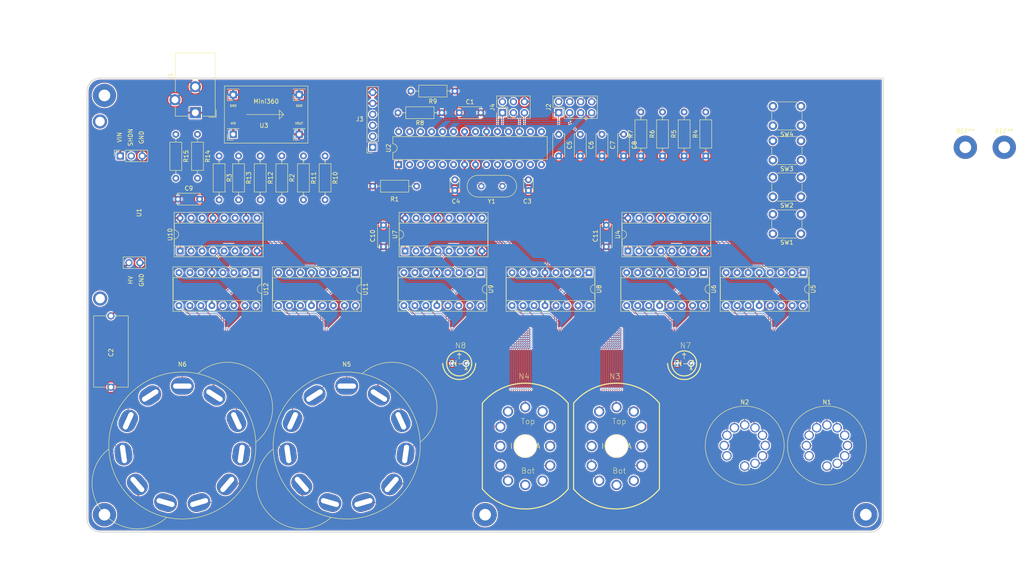
<source format=kicad_pcb>
(kicad_pcb (version 20171130) (host pcbnew "(5.1.5-0-10_14)")
  (layers (0 F.Cu signal) (31 B.Cu signal) (34 B.Paste user) (35 F.Paste user) (36 B.SilkS user) (37 F.SilkS user) (38 B.Mask user) (39 F.Mask user) (44 Edge.Cuts user))
  (net 0 "")
  (net 1 GND)
  (net 2 +5V)
  (net 3 +170V)
  (net 4 XTAL1)
  (net 5 XTAL2)
  (net 6 pb_programming_select)
  (net 7 pb_minus)
  (net 8 pb_plus)
  (net 9 pb_display_on)
  (net 10 +12V)
  (net 11 "Net-(J2-Pad8)")
  (net 12 "Net-(J2-Pad6)")
  (net 13 "Net-(J2-Pad4)")
  (net 14 "Net-(J2-Pad2)")
  (net 15 SDA)
  (net 16 SCL)
  (net 17 "Net-(J3-Pad2)")
  (net 18 "Net-(J3-Pad1)")
  (net 19 SPI_RST)
  (net 20 SPI_MOSI)
  (net 21 SPI_SCK)
  (net 22 SPI_MISO)
  (net 23 "Net-(N1-PadA)")
  (net 24 "Net-(N2-PadA)")
  (net 25 "Net-(N3-PadA)")
  (net 26 "Net-(N4-PadA)")
  (net 27 "Net-(N5-PadA)")
  (net 28 "Net-(N6-PadA)")
  (net 29 "Net-(N7-PadA)")
  (net 30 "Net-(N8-PadA)")
  (net 31 "Net-(U1-Pad2)")
  (net 32 "Net-(U2-Pad13)")
  (net 33 "Net-(U2-Pad26)")
  (net 34 "Net-(U2-Pad12)")
  (net 35 "Net-(U2-Pad11)")
  (net 36 "Net-(U2-Pad21)")
  (net 37 "Net-(U2-Pad6)")
  (net 38 "Net-(U2-Pad5)")
  (net 39 SRLATCH)
  (net 40 SRCLK)
  (net 41 "Net-(U2-Pad16)")
  (net 42 SRDATA)
  (net 43 "Net-(U2-Pad15)")
  (net 44 "Net-(U4-Pad9)")
  (net 45 "Net-(U10-Pad14)")
  (net 46 "Net-(U10-Pad9)")
  (net 47 /shiftout/N1_1)
  (net 48 /shiftout/N1_2)
  (net 49 /shiftout/N1_3)
  (net 50 /shiftout/N1_4)
  (net 51 /shiftout/N1_5)
  (net 52 /shiftout/N1_6)
  (net 53 /shiftout/N1_7)
  (net 54 /shiftout/N1_8)
  (net 55 /shiftout/N1_9)
  (net 56 /shiftout/N1_0)
  (net 57 /shiftout/N2_1)
  (net 58 /shiftout/N2_2)
  (net 59 /shiftout/N2_3)
  (net 60 /shiftout/N2_4)
  (net 61 /shiftout/N2_5)
  (net 62 /shiftout/N2_6)
  (net 63 /shiftout/N2_7)
  (net 64 /shiftout/N2_8)
  (net 65 /shiftout/N2_9)
  (net 66 /shiftout/N2_0)
  (net 67 /shiftout/N3_9)
  (net 68 /shiftout/N3_8)
  (net 69 /shiftout/N3_7)
  (net 70 /shiftout/N3_6)
  (net 71 /shiftout/N3_5)
  (net 72 /shiftout/N3_4)
  (net 73 /shiftout/N3_3)
  (net 74 /shiftout/N3_2)
  (net 75 /shiftout/N3_1)
  (net 76 /shiftout/N3_0)
  (net 77 /shiftout/N4_9)
  (net 78 /shiftout/N4_8)
  (net 79 /shiftout/N4_7)
  (net 80 /shiftout/N4_6)
  (net 81 /shiftout/N4_5)
  (net 82 /shiftout/N4_4)
  (net 83 /shiftout/N4_3)
  (net 84 /shiftout/N4_2)
  (net 85 /shiftout/N4_1)
  (net 86 /shiftout/N4_0)
  (net 87 /shiftout/N5_0)
  (net 88 /shiftout/N5_9)
  (net 89 /shiftout/N5_8)
  (net 90 /shiftout/N5_7)
  (net 91 /shiftout/N5_6)
  (net 92 /shiftout/N5_5)
  (net 93 /shiftout/N5_4)
  (net 94 /shiftout/N5_3)
  (net 95 /shiftout/N5_2)
  (net 96 /shiftout/N5_1)
  (net 97 /shiftout/N6_0)
  (net 98 /shiftout/N6_9)
  (net 99 /shiftout/N6_8)
  (net 100 /shiftout/N6_7)
  (net 101 /shiftout/N6_6)
  (net 102 /shiftout/N6_5)
  (net 103 /shiftout/N6_4)
  (net 104 /shiftout/N6_3)
  (net 105 /shiftout/N6_2)
  (net 106 /shiftout/N6_1)
  (net 107 /shiftout/N1_A)
  (net 108 /shiftout/N2_D)
  (net 109 /shiftout/N2_C)
  (net 110 /shiftout/N2_B)
  (net 111 /shiftout/N2_A)
  (net 112 /shiftout/N1_D)
  (net 113 /shiftout/N1_C)
  (net 114 /shiftout/N1_B)
  (net 115 /shiftout/N3_A)
  (net 116 /shiftout/N4_D)
  (net 117 /shiftout/N4_C)
  (net 118 /shiftout/N4_B)
  (net 119 /shiftout/N4_A)
  (net 120 /shiftout/N3_D)
  (net 121 /shiftout/N3_C)
  (net 122 /shiftout/N3_B)
  (net 123 /shiftout/N5_A)
  (net 124 /shiftout/N6_D)
  (net 125 /shiftout/N6_C)
  (net 126 /shiftout/N6_B)
  (net 127 /shiftout/N6_A)
  (net 128 /shiftout/N5_D)
  (net 129 /shiftout/N5_C)
  (net 130 /shiftout/N5_B)
  (module Package_DIP:DIP-16_W7.62mm_Socket (layer F.Cu) (at 67 75 270)
    (fp_text reference U12 (at 3.81 -2.33 90) (layer F.SilkS))
    (fp_text value 74141)
    (pad 16 thru_hole oval (at 7.62 0 270) (size 1.6 1.6) (drill 0.8) (layers *.Cu *.Mask) (net 97 /shiftout/N6_0))
    (pad 8 thru_hole oval (at 0 17.78 270) (size 1.6 1.6) (drill 0.8) (layers *.Cu *.Mask) (net 105 /shiftout/N6_2))
    (pad 15 thru_hole oval (at 7.62 2.54 270) (size 1.6 1.6) (drill 0.8) (layers *.Cu *.Mask) (net 106 /shiftout/N6_1))
    (pad 7 thru_hole oval (at 0 15.24 270) (size 1.6 1.6) (drill 0.8) (layers *.Cu *.Mask) (net 125 /shiftout/N6_C))
    (pad 14 thru_hole oval (at 7.62 5.08 270) (size 1.6 1.6) (drill 0.8) (layers *.Cu *.Mask) (net 102 /shiftout/N6_5))
    (pad 6 thru_hole oval (at 0 12.7 270) (size 1.6 1.6) (drill 0.8) (layers *.Cu *.Mask) (net 126 /shiftout/N6_B))
    (pad 13 thru_hole oval (at 7.62 7.62 270) (size 1.6 1.6) (drill 0.8) (layers *.Cu *.Mask) (net 103 /shiftout/N6_4))
    (pad 5 thru_hole oval (at 0 10.16 270) (size 1.6 1.6) (drill 0.8) (layers *.Cu *.Mask) (net 2 +5V))
    (pad 12 thru_hole oval (at 7.62 10.16 270) (size 1.6 1.6) (drill 0.8) (layers *.Cu *.Mask) (net 1 GND))
    (pad 4 thru_hole oval (at 0 7.62 270) (size 1.6 1.6) (drill 0.8) (layers *.Cu *.Mask) (net 124 /shiftout/N6_D))
    (pad 11 thru_hole oval (at 7.62 12.7 270) (size 1.6 1.6) (drill 0.8) (layers *.Cu *.Mask) (net 101 /shiftout/N6_6))
    (pad 3 thru_hole oval (at 0 5.08 270) (size 1.6 1.6) (drill 0.8) (layers *.Cu *.Mask) (net 127 /shiftout/N6_A))
    (pad 10 thru_hole oval (at 7.62 15.24 270) (size 1.6 1.6) (drill 0.8) (layers *.Cu *.Mask) (net 100 /shiftout/N6_7))
    (pad 2 thru_hole oval (at 0 2.54 270) (size 1.6 1.6) (drill 0.8) (layers *.Cu *.Mask) (net 98 /shiftout/N6_9))
    (pad 9 thru_hole oval (at 7.62 17.78 270) (size 1.6 1.6) (drill 0.8) (layers *.Cu *.Mask) (net 104 /shiftout/N6_3))
    (pad 1 thru_hole rect (at 0 0 270) (size 1.6 1.6) (drill 0.8) (layers *.Cu *.Mask) (net 99 /shiftout/N6_8))
  )
  (module Button_Switch_THT:SW_PUSH_6mm (layer F.Cu) (at 193 41 180)
    (fp_text reference SW4 (at 3.25 -2) (layer F.SilkS))
    (fp_text value SW_Push)
    (pad 1 thru_hole circle (at 6.5 0 270) (size 2 2) (drill 1.1) (layers *.Cu *.Mask) (net 6 pb_programming_select))
    (pad 2 thru_hole circle (at 6.5 4.5 270) (size 2 2) (drill 1.1) (layers *.Cu *.Mask) (net 14 "Net-(J2-Pad2)"))
    (pad 1 thru_hole circle (at 0 0 270) (size 2 2) (drill 1.1) (layers *.Cu *.Mask) (net 6 pb_programming_select))
    (pad 2 thru_hole circle (at 0 4.5 270) (size 2 2) (drill 1.1) (layers *.Cu *.Mask) (net 14 "Net-(J2-Pad2)"))
  )
  (module Button_Switch_THT:SW_PUSH_6mm (layer F.Cu) (at 193 49 180)
    (fp_text reference SW3 (at 3.25 -2) (layer F.SilkS))
    (fp_text value SW_Push)
    (pad 1 thru_hole circle (at 6.5 0 270) (size 2 2) (drill 1.1) (layers *.Cu *.Mask) (net 7 pb_minus))
    (pad 2 thru_hole circle (at 6.5 4.5 270) (size 2 2) (drill 1.1) (layers *.Cu *.Mask) (net 13 "Net-(J2-Pad4)"))
    (pad 1 thru_hole circle (at 0 0 270) (size 2 2) (drill 1.1) (layers *.Cu *.Mask) (net 7 pb_minus))
    (pad 2 thru_hole circle (at 0 4.5 270) (size 2 2) (drill 1.1) (layers *.Cu *.Mask) (net 13 "Net-(J2-Pad4)"))
  )
  (module Button_Switch_THT:SW_PUSH_6mm (layer F.Cu) (at 193 57.45 180)
    (fp_text reference SW2 (at 3.25 -2) (layer F.SilkS))
    (fp_text value SW_Push)
    (pad 1 thru_hole circle (at 6.5 0 270) (size 2 2) (drill 1.1) (layers *.Cu *.Mask) (net 8 pb_plus))
    (pad 2 thru_hole circle (at 6.5 4.5 270) (size 2 2) (drill 1.1) (layers *.Cu *.Mask) (net 12 "Net-(J2-Pad6)"))
    (pad 1 thru_hole circle (at 0 0 270) (size 2 2) (drill 1.1) (layers *.Cu *.Mask) (net 8 pb_plus))
    (pad 2 thru_hole circle (at 0 4.5 270) (size 2 2) (drill 1.1) (layers *.Cu *.Mask) (net 12 "Net-(J2-Pad6)"))
  )
  (module Button_Switch_THT:SW_PUSH_6mm (layer F.Cu) (at 193 66 180)
    (fp_text reference SW1 (at 3.25 -2) (layer F.SilkS))
    (fp_text value SW_Push)
    (pad 1 thru_hole circle (at 6.5 0 270) (size 2 2) (drill 1.1) (layers *.Cu *.Mask) (net 9 pb_display_on))
    (pad 2 thru_hole circle (at 6.5 4.5 270) (size 2 2) (drill 1.1) (layers *.Cu *.Mask) (net 11 "Net-(J2-Pad8)"))
    (pad 1 thru_hole circle (at 0 0 270) (size 2 2) (drill 1.1) (layers *.Cu *.Mask) (net 9 pb_display_on))
    (pad 2 thru_hole circle (at 0 4.5 270) (size 2 2) (drill 1.1) (layers *.Cu *.Mask) (net 11 "Net-(J2-Pad8)"))
  )
  (module MountingHole:MountingHole_2.7mm_M2.5_Pad (layer F.Cu) (at 208 131)
    (fp_text reference REF** hide)
    (fp_text value MountingHole_2.7mm_M2.5_Pad)
    (pad 1 thru_hole circle (at 0 0) (size 5.4 5.4) (drill 2.7) (layers *.Cu *.Mask))
  )
  (module MountingHole:MountingHole_2.7mm_M2.5_Pad (layer F.Cu) (at 231 46)
    (fp_text reference REF** (at 0 -3.7) (layer F.SilkS))
    (fp_text value MountingHole_2.7mm_M2.5_Pad)
    (pad 1 thru_hole circle (at 0 0) (size 5.4 5.4) (drill 2.7) (layers *.Cu *.Mask))
  )
  (module MountingHole:MountingHole_2.7mm_M2.5_Pad (layer F.Cu) (at 240 46)
    (fp_text reference REF** (at 0 -3.7) (layer F.SilkS))
    (fp_text value MountingHole_2.7mm_M2.5_Pad)
    (pad 1 thru_hole circle (at 0 0) (size 5.4 5.4) (drill 2.7) (layers *.Cu *.Mask))
  )
  (module MountingHole:MountingHole_2.7mm_M2.5_Pad (layer F.Cu) (at 32 131)
    (fp_text reference REF** hide)
    (fp_text value MountingHole_2.7mm_M2.5_Pad)
    (pad 1 thru_hole circle (at 0 0) (size 5.4 5.4) (drill 2.7) (layers *.Cu *.Mask))
  )
  (module MountingHole:MountingHole_2.7mm_M2.5_Pad (layer F.Cu) (at 120 131)
    (fp_text reference REF** hide)
    (fp_text value MountingHole_2.7mm_M2.5_Pad)
    (pad 1 thru_hole circle (at 0 0) (size 5.4 5.4) (drill 2.7) (layers *.Cu *.Mask))
  )
  (module MountingHole:MountingHole_2.7mm_M2.5_Pad (layer F.Cu) (at 32 34)
    (fp_text reference REF** hide)
    (fp_text value MountingHole_2.7mm_M2.5_Pad)
    (pad 1 thru_hole circle (at 0 0) (size 5.4 5.4) (drill 2.7) (layers *.Cu *.Mask))
  )
  (module Crystal:Crystal_HC49-4H_Vertical (layer F.Cu) (at 124 55 180)
    (fp_text reference Y1 (at 2.5 -3.5 180) (layer F.SilkS))
    (fp_text value 8MHz)
    (pad 2 thru_hole circle (at 4.88 0 180) (size 1.5 1.5) (drill 0.8) (layers *.Cu *.Mask) (net 5 XTAL2))
    (pad 1 thru_hole circle (at 0 0 180) (size 1.5 1.5) (drill 0.8) (layers *.Cu *.Mask) (net 4 XTAL1))
  )
  (module Package_DIP:DIP-16_W7.62mm_Socket (layer F.Cu) (at 90 75 270)
    (fp_text reference U11 (at 3.81 -2.33 90) (layer F.SilkS))
    (fp_text value 74141)
    (pad 16 thru_hole oval (at 7.62 0 270) (size 1.6 1.6) (drill 0.8) (layers *.Cu *.Mask) (net 87 /shiftout/N5_0))
    (pad 8 thru_hole oval (at 0 17.78 270) (size 1.6 1.6) (drill 0.8) (layers *.Cu *.Mask) (net 95 /shiftout/N5_2))
    (pad 15 thru_hole oval (at 7.62 2.54 270) (size 1.6 1.6) (drill 0.8) (layers *.Cu *.Mask) (net 96 /shiftout/N5_1))
    (pad 7 thru_hole oval (at 0 15.24 270) (size 1.6 1.6) (drill 0.8) (layers *.Cu *.Mask) (net 129 /shiftout/N5_C))
    (pad 14 thru_hole oval (at 7.62 5.08 270) (size 1.6 1.6) (drill 0.8) (layers *.Cu *.Mask) (net 92 /shiftout/N5_5))
    (pad 6 thru_hole oval (at 0 12.7 270) (size 1.6 1.6) (drill 0.8) (layers *.Cu *.Mask) (net 130 /shiftout/N5_B))
    (pad 13 thru_hole oval (at 7.62 7.62 270) (size 1.6 1.6) (drill 0.8) (layers *.Cu *.Mask) (net 93 /shiftout/N5_4))
    (pad 5 thru_hole oval (at 0 10.16 270) (size 1.6 1.6) (drill 0.8) (layers *.Cu *.Mask) (net 2 +5V))
    (pad 12 thru_hole oval (at 7.62 10.16 270) (size 1.6 1.6) (drill 0.8) (layers *.Cu *.Mask) (net 1 GND))
    (pad 4 thru_hole oval (at 0 7.62 270) (size 1.6 1.6) (drill 0.8) (layers *.Cu *.Mask) (net 128 /shiftout/N5_D))
    (pad 11 thru_hole oval (at 7.62 12.7 270) (size 1.6 1.6) (drill 0.8) (layers *.Cu *.Mask) (net 91 /shiftout/N5_6))
    (pad 3 thru_hole oval (at 0 5.08 270) (size 1.6 1.6) (drill 0.8) (layers *.Cu *.Mask) (net 123 /shiftout/N5_A))
    (pad 10 thru_hole oval (at 7.62 15.24 270) (size 1.6 1.6) (drill 0.8) (layers *.Cu *.Mask) (net 90 /shiftout/N5_7))
    (pad 2 thru_hole oval (at 0 2.54 270) (size 1.6 1.6) (drill 0.8) (layers *.Cu *.Mask) (net 88 /shiftout/N5_9))
    (pad 9 thru_hole oval (at 7.62 17.78 270) (size 1.6 1.6) (drill 0.8) (layers *.Cu *.Mask) (net 94 /shiftout/N5_3))
    (pad 1 thru_hole rect (at 0 0 270) (size 1.6 1.6) (drill 0.8) (layers *.Cu *.Mask) (net 89 /shiftout/N5_8))
  )
  (module Package_DIP:DIP-16_W7.62mm_Socket (layer F.Cu) (at 49.5 70 90)
    (fp_text reference U10 (at 3.81 -2.33 90) (layer F.SilkS))
    (fp_text value 74HC595)
    (pad 16 thru_hole oval (at 7.62 0 90) (size 1.6 1.6) (drill 0.8) (layers *.Cu *.Mask) (net 2 +5V))
    (pad 8 thru_hole oval (at 0 17.78 90) (size 1.6 1.6) (drill 0.8) (layers *.Cu *.Mask) (net 1 GND))
    (pad 15 thru_hole oval (at 7.62 2.54 90) (size 1.6 1.6) (drill 0.8) (layers *.Cu *.Mask) (net 123 /shiftout/N5_A))
    (pad 7 thru_hole oval (at 0 15.24 90) (size 1.6 1.6) (drill 0.8) (layers *.Cu *.Mask) (net 124 /shiftout/N6_D))
    (pad 14 thru_hole oval (at 7.62 5.08 90) (size 1.6 1.6) (drill 0.8) (layers *.Cu *.Mask) (net 45 "Net-(U10-Pad14)"))
    (pad 6 thru_hole oval (at 0 12.7 90) (size 1.6 1.6) (drill 0.8) (layers *.Cu *.Mask) (net 125 /shiftout/N6_C))
    (pad 13 thru_hole oval (at 7.62 7.62 90) (size 1.6 1.6) (drill 0.8) (layers *.Cu *.Mask) (net 1 GND))
    (pad 5 thru_hole oval (at 0 10.16 90) (size 1.6 1.6) (drill 0.8) (layers *.Cu *.Mask) (net 126 /shiftout/N6_B))
    (pad 12 thru_hole oval (at 7.62 10.16 90) (size 1.6 1.6) (drill 0.8) (layers *.Cu *.Mask) (net 39 SRLATCH))
    (pad 4 thru_hole oval (at 0 7.62 90) (size 1.6 1.6) (drill 0.8) (layers *.Cu *.Mask) (net 127 /shiftout/N6_A))
    (pad 11 thru_hole oval (at 7.62 12.7 90) (size 1.6 1.6) (drill 0.8) (layers *.Cu *.Mask) (net 40 SRCLK))
    (pad 3 thru_hole oval (at 0 5.08 90) (size 1.6 1.6) (drill 0.8) (layers *.Cu *.Mask) (net 128 /shiftout/N5_D))
    (pad 10 thru_hole oval (at 7.62 15.24 90) (size 1.6 1.6) (drill 0.8) (layers *.Cu *.Mask) (net 2 +5V))
    (pad 2 thru_hole oval (at 0 2.54 90) (size 1.6 1.6) (drill 0.8) (layers *.Cu *.Mask) (net 129 /shiftout/N5_C))
    (pad 9 thru_hole oval (at 7.62 17.78 90) (size 1.6 1.6) (drill 0.8) (layers *.Cu *.Mask) (net 46 "Net-(U10-Pad9)"))
    (pad 1 thru_hole rect (at 0 0 90) (size 1.6 1.6) (drill 0.8) (layers *.Cu *.Mask) (net 130 /shiftout/N5_B))
  )
  (module Package_DIP:DIP-16_W7.62mm_Socket (layer F.Cu) (at 119 75 270)
    (fp_text reference U9 (at 3.81 -2.33 90) (layer F.SilkS))
    (fp_text value 74141)
    (pad 16 thru_hole oval (at 7.62 0 270) (size 1.6 1.6) (drill 0.8) (layers *.Cu *.Mask) (net 86 /shiftout/N4_0))
    (pad 8 thru_hole oval (at 0 17.78 270) (size 1.6 1.6) (drill 0.8) (layers *.Cu *.Mask) (net 84 /shiftout/N4_2))
    (pad 15 thru_hole oval (at 7.62 2.54 270) (size 1.6 1.6) (drill 0.8) (layers *.Cu *.Mask) (net 85 /shiftout/N4_1))
    (pad 7 thru_hole oval (at 0 15.24 270) (size 1.6 1.6) (drill 0.8) (layers *.Cu *.Mask) (net 117 /shiftout/N4_C))
    (pad 14 thru_hole oval (at 7.62 5.08 270) (size 1.6 1.6) (drill 0.8) (layers *.Cu *.Mask) (net 81 /shiftout/N4_5))
    (pad 6 thru_hole oval (at 0 12.7 270) (size 1.6 1.6) (drill 0.8) (layers *.Cu *.Mask) (net 118 /shiftout/N4_B))
    (pad 13 thru_hole oval (at 7.62 7.62 270) (size 1.6 1.6) (drill 0.8) (layers *.Cu *.Mask) (net 82 /shiftout/N4_4))
    (pad 5 thru_hole oval (at 0 10.16 270) (size 1.6 1.6) (drill 0.8) (layers *.Cu *.Mask) (net 2 +5V))
    (pad 12 thru_hole oval (at 7.62 10.16 270) (size 1.6 1.6) (drill 0.8) (layers *.Cu *.Mask) (net 1 GND))
    (pad 4 thru_hole oval (at 0 7.62 270) (size 1.6 1.6) (drill 0.8) (layers *.Cu *.Mask) (net 116 /shiftout/N4_D))
    (pad 11 thru_hole oval (at 7.62 12.7 270) (size 1.6 1.6) (drill 0.8) (layers *.Cu *.Mask) (net 80 /shiftout/N4_6))
    (pad 3 thru_hole oval (at 0 5.08 270) (size 1.6 1.6) (drill 0.8) (layers *.Cu *.Mask) (net 119 /shiftout/N4_A))
    (pad 10 thru_hole oval (at 7.62 15.24 270) (size 1.6 1.6) (drill 0.8) (layers *.Cu *.Mask) (net 79 /shiftout/N4_7))
    (pad 2 thru_hole oval (at 0 2.54 270) (size 1.6 1.6) (drill 0.8) (layers *.Cu *.Mask) (net 77 /shiftout/N4_9))
    (pad 9 thru_hole oval (at 7.62 17.78 270) (size 1.6 1.6) (drill 0.8) (layers *.Cu *.Mask) (net 83 /shiftout/N4_3))
    (pad 1 thru_hole rect (at 0 0 270) (size 1.6 1.6) (drill 0.8) (layers *.Cu *.Mask) (net 78 /shiftout/N4_8))
  )
  (module Package_DIP:DIP-16_W7.62mm_Socket (layer F.Cu) (at 144 75 270)
    (fp_text reference U8 (at 3.81 -2.33 90) (layer F.SilkS))
    (fp_text value 74141)
    (pad 16 thru_hole oval (at 7.62 0 270) (size 1.6 1.6) (drill 0.8) (layers *.Cu *.Mask) (net 76 /shiftout/N3_0))
    (pad 8 thru_hole oval (at 0 17.78 270) (size 1.6 1.6) (drill 0.8) (layers *.Cu *.Mask) (net 74 /shiftout/N3_2))
    (pad 15 thru_hole oval (at 7.62 2.54 270) (size 1.6 1.6) (drill 0.8) (layers *.Cu *.Mask) (net 75 /shiftout/N3_1))
    (pad 7 thru_hole oval (at 0 15.24 270) (size 1.6 1.6) (drill 0.8) (layers *.Cu *.Mask) (net 121 /shiftout/N3_C))
    (pad 14 thru_hole oval (at 7.62 5.08 270) (size 1.6 1.6) (drill 0.8) (layers *.Cu *.Mask) (net 71 /shiftout/N3_5))
    (pad 6 thru_hole oval (at 0 12.7 270) (size 1.6 1.6) (drill 0.8) (layers *.Cu *.Mask) (net 122 /shiftout/N3_B))
    (pad 13 thru_hole oval (at 7.62 7.62 270) (size 1.6 1.6) (drill 0.8) (layers *.Cu *.Mask) (net 72 /shiftout/N3_4))
    (pad 5 thru_hole oval (at 0 10.16 270) (size 1.6 1.6) (drill 0.8) (layers *.Cu *.Mask) (net 2 +5V))
    (pad 12 thru_hole oval (at 7.62 10.16 270) (size 1.6 1.6) (drill 0.8) (layers *.Cu *.Mask) (net 1 GND))
    (pad 4 thru_hole oval (at 0 7.62 270) (size 1.6 1.6) (drill 0.8) (layers *.Cu *.Mask) (net 120 /shiftout/N3_D))
    (pad 11 thru_hole oval (at 7.62 12.7 270) (size 1.6 1.6) (drill 0.8) (layers *.Cu *.Mask) (net 70 /shiftout/N3_6))
    (pad 3 thru_hole oval (at 0 5.08 270) (size 1.6 1.6) (drill 0.8) (layers *.Cu *.Mask) (net 115 /shiftout/N3_A))
    (pad 10 thru_hole oval (at 7.62 15.24 270) (size 1.6 1.6) (drill 0.8) (layers *.Cu *.Mask) (net 69 /shiftout/N3_7))
    (pad 2 thru_hole oval (at 0 2.54 270) (size 1.6 1.6) (drill 0.8) (layers *.Cu *.Mask) (net 67 /shiftout/N3_9))
    (pad 9 thru_hole oval (at 7.62 17.78 270) (size 1.6 1.6) (drill 0.8) (layers *.Cu *.Mask) (net 73 /shiftout/N3_3))
    (pad 1 thru_hole rect (at 0 0 270) (size 1.6 1.6) (drill 0.8) (layers *.Cu *.Mask) (net 68 /shiftout/N3_8))
  )
  (module Package_DIP:DIP-16_W7.62mm_Socket (layer F.Cu) (at 101.5 70 90)
    (fp_text reference U7 (at 3.81 -2.33 90) (layer F.SilkS))
    (fp_text value 74HC595)
    (pad 16 thru_hole oval (at 7.62 0 90) (size 1.6 1.6) (drill 0.8) (layers *.Cu *.Mask) (net 2 +5V))
    (pad 8 thru_hole oval (at 0 17.78 90) (size 1.6 1.6) (drill 0.8) (layers *.Cu *.Mask) (net 1 GND))
    (pad 15 thru_hole oval (at 7.62 2.54 90) (size 1.6 1.6) (drill 0.8) (layers *.Cu *.Mask) (net 115 /shiftout/N3_A))
    (pad 7 thru_hole oval (at 0 15.24 90) (size 1.6 1.6) (drill 0.8) (layers *.Cu *.Mask) (net 116 /shiftout/N4_D))
    (pad 14 thru_hole oval (at 7.62 5.08 90) (size 1.6 1.6) (drill 0.8) (layers *.Cu *.Mask) (net 44 "Net-(U4-Pad9)"))
    (pad 6 thru_hole oval (at 0 12.7 90) (size 1.6 1.6) (drill 0.8) (layers *.Cu *.Mask) (net 117 /shiftout/N4_C))
    (pad 13 thru_hole oval (at 7.62 7.62 90) (size 1.6 1.6) (drill 0.8) (layers *.Cu *.Mask) (net 1 GND))
    (pad 5 thru_hole oval (at 0 10.16 90) (size 1.6 1.6) (drill 0.8) (layers *.Cu *.Mask) (net 118 /shiftout/N4_B))
    (pad 12 thru_hole oval (at 7.62 10.16 90) (size 1.6 1.6) (drill 0.8) (layers *.Cu *.Mask) (net 39 SRLATCH))
    (pad 4 thru_hole oval (at 0 7.62 90) (size 1.6 1.6) (drill 0.8) (layers *.Cu *.Mask) (net 119 /shiftout/N4_A))
    (pad 11 thru_hole oval (at 7.62 12.7 90) (size 1.6 1.6) (drill 0.8) (layers *.Cu *.Mask) (net 40 SRCLK))
    (pad 3 thru_hole oval (at 0 5.08 90) (size 1.6 1.6) (drill 0.8) (layers *.Cu *.Mask) (net 120 /shiftout/N3_D))
    (pad 10 thru_hole oval (at 7.62 15.24 90) (size 1.6 1.6) (drill 0.8) (layers *.Cu *.Mask) (net 2 +5V))
    (pad 2 thru_hole oval (at 0 2.54 90) (size 1.6 1.6) (drill 0.8) (layers *.Cu *.Mask) (net 121 /shiftout/N3_C))
    (pad 9 thru_hole oval (at 7.62 17.78 90) (size 1.6 1.6) (drill 0.8) (layers *.Cu *.Mask) (net 45 "Net-(U10-Pad14)"))
    (pad 1 thru_hole rect (at 0 0 90) (size 1.6 1.6) (drill 0.8) (layers *.Cu *.Mask) (net 122 /shiftout/N3_B))
  )
  (module Package_DIP:DIP-16_W7.62mm_Socket (layer F.Cu) (at 170.5 75 270)
    (fp_text reference U6 (at 3.81 -2.33 90) (layer F.SilkS))
    (fp_text value 74141)
    (pad 16 thru_hole oval (at 7.62 0 270) (size 1.6 1.6) (drill 0.8) (layers *.Cu *.Mask) (net 66 /shiftout/N2_0))
    (pad 8 thru_hole oval (at 0 17.78 270) (size 1.6 1.6) (drill 0.8) (layers *.Cu *.Mask) (net 58 /shiftout/N2_2))
    (pad 15 thru_hole oval (at 7.62 2.54 270) (size 1.6 1.6) (drill 0.8) (layers *.Cu *.Mask) (net 57 /shiftout/N2_1))
    (pad 7 thru_hole oval (at 0 15.24 270) (size 1.6 1.6) (drill 0.8) (layers *.Cu *.Mask) (net 109 /shiftout/N2_C))
    (pad 14 thru_hole oval (at 7.62 5.08 270) (size 1.6 1.6) (drill 0.8) (layers *.Cu *.Mask) (net 61 /shiftout/N2_5))
    (pad 6 thru_hole oval (at 0 12.7 270) (size 1.6 1.6) (drill 0.8) (layers *.Cu *.Mask) (net 110 /shiftout/N2_B))
    (pad 13 thru_hole oval (at 7.62 7.62 270) (size 1.6 1.6) (drill 0.8) (layers *.Cu *.Mask) (net 60 /shiftout/N2_4))
    (pad 5 thru_hole oval (at 0 10.16 270) (size 1.6 1.6) (drill 0.8) (layers *.Cu *.Mask) (net 2 +5V))
    (pad 12 thru_hole oval (at 7.62 10.16 270) (size 1.6 1.6) (drill 0.8) (layers *.Cu *.Mask) (net 1 GND))
    (pad 4 thru_hole oval (at 0 7.62 270) (size 1.6 1.6) (drill 0.8) (layers *.Cu *.Mask) (net 108 /shiftout/N2_D))
    (pad 11 thru_hole oval (at 7.62 12.7 270) (size 1.6 1.6) (drill 0.8) (layers *.Cu *.Mask) (net 62 /shiftout/N2_6))
    (pad 3 thru_hole oval (at 0 5.08 270) (size 1.6 1.6) (drill 0.8) (layers *.Cu *.Mask) (net 111 /shiftout/N2_A))
    (pad 10 thru_hole oval (at 7.62 15.24 270) (size 1.6 1.6) (drill 0.8) (layers *.Cu *.Mask) (net 63 /shiftout/N2_7))
    (pad 2 thru_hole oval (at 0 2.54 270) (size 1.6 1.6) (drill 0.8) (layers *.Cu *.Mask) (net 65 /shiftout/N2_9))
    (pad 9 thru_hole oval (at 7.62 17.78 270) (size 1.6 1.6) (drill 0.8) (layers *.Cu *.Mask) (net 59 /shiftout/N2_3))
    (pad 1 thru_hole rect (at 0 0 270) (size 1.6 1.6) (drill 0.8) (layers *.Cu *.Mask) (net 64 /shiftout/N2_8))
  )
  (module Package_DIP:DIP-16_W7.62mm_Socket (layer F.Cu) (at 193.5 75 270)
    (fp_text reference U5 (at 3.81 -2.33 90) (layer F.SilkS))
    (fp_text value 74141)
    (pad 16 thru_hole oval (at 7.62 0 270) (size 1.6 1.6) (drill 0.8) (layers *.Cu *.Mask) (net 56 /shiftout/N1_0))
    (pad 8 thru_hole oval (at 0 17.78 270) (size 1.6 1.6) (drill 0.8) (layers *.Cu *.Mask) (net 48 /shiftout/N1_2))
    (pad 15 thru_hole oval (at 7.62 2.54 270) (size 1.6 1.6) (drill 0.8) (layers *.Cu *.Mask) (net 47 /shiftout/N1_1))
    (pad 7 thru_hole oval (at 0 15.24 270) (size 1.6 1.6) (drill 0.8) (layers *.Cu *.Mask) (net 113 /shiftout/N1_C))
    (pad 14 thru_hole oval (at 7.62 5.08 270) (size 1.6 1.6) (drill 0.8) (layers *.Cu *.Mask) (net 51 /shiftout/N1_5))
    (pad 6 thru_hole oval (at 0 12.7 270) (size 1.6 1.6) (drill 0.8) (layers *.Cu *.Mask) (net 114 /shiftout/N1_B))
    (pad 13 thru_hole oval (at 7.62 7.62 270) (size 1.6 1.6) (drill 0.8) (layers *.Cu *.Mask) (net 50 /shiftout/N1_4))
    (pad 5 thru_hole oval (at 0 10.16 270) (size 1.6 1.6) (drill 0.8) (layers *.Cu *.Mask) (net 2 +5V))
    (pad 12 thru_hole oval (at 7.62 10.16 270) (size 1.6 1.6) (drill 0.8) (layers *.Cu *.Mask) (net 1 GND))
    (pad 4 thru_hole oval (at 0 7.62 270) (size 1.6 1.6) (drill 0.8) (layers *.Cu *.Mask) (net 112 /shiftout/N1_D))
    (pad 11 thru_hole oval (at 7.62 12.7 270) (size 1.6 1.6) (drill 0.8) (layers *.Cu *.Mask) (net 52 /shiftout/N1_6))
    (pad 3 thru_hole oval (at 0 5.08 270) (size 1.6 1.6) (drill 0.8) (layers *.Cu *.Mask) (net 107 /shiftout/N1_A))
    (pad 10 thru_hole oval (at 7.62 15.24 270) (size 1.6 1.6) (drill 0.8) (layers *.Cu *.Mask) (net 53 /shiftout/N1_7))
    (pad 2 thru_hole oval (at 0 2.54 270) (size 1.6 1.6) (drill 0.8) (layers *.Cu *.Mask) (net 55 /shiftout/N1_9))
    (pad 9 thru_hole oval (at 7.62 17.78 270) (size 1.6 1.6) (drill 0.8) (layers *.Cu *.Mask) (net 49 /shiftout/N1_3))
    (pad 1 thru_hole rect (at 0 0 270) (size 1.6 1.6) (drill 0.8) (layers *.Cu *.Mask) (net 54 /shiftout/N1_8))
  )
  (module Package_DIP:DIP-16_W7.62mm_Socket (layer F.Cu) (at 153 70 90)
    (fp_text reference U4 (at 3.81 -2.33 90) (layer F.SilkS))
    (fp_text value 74HC595)
    (pad 16 thru_hole oval (at 7.62 0 90) (size 1.6 1.6) (drill 0.8) (layers *.Cu *.Mask) (net 2 +5V))
    (pad 8 thru_hole oval (at 0 17.78 90) (size 1.6 1.6) (drill 0.8) (layers *.Cu *.Mask) (net 1 GND))
    (pad 15 thru_hole oval (at 7.62 2.54 90) (size 1.6 1.6) (drill 0.8) (layers *.Cu *.Mask) (net 107 /shiftout/N1_A))
    (pad 7 thru_hole oval (at 0 15.24 90) (size 1.6 1.6) (drill 0.8) (layers *.Cu *.Mask) (net 108 /shiftout/N2_D))
    (pad 14 thru_hole oval (at 7.62 5.08 90) (size 1.6 1.6) (drill 0.8) (layers *.Cu *.Mask) (net 42 SRDATA))
    (pad 6 thru_hole oval (at 0 12.7 90) (size 1.6 1.6) (drill 0.8) (layers *.Cu *.Mask) (net 109 /shiftout/N2_C))
    (pad 13 thru_hole oval (at 7.62 7.62 90) (size 1.6 1.6) (drill 0.8) (layers *.Cu *.Mask) (net 1 GND))
    (pad 5 thru_hole oval (at 0 10.16 90) (size 1.6 1.6) (drill 0.8) (layers *.Cu *.Mask) (net 110 /shiftout/N2_B))
    (pad 12 thru_hole oval (at 7.62 10.16 90) (size 1.6 1.6) (drill 0.8) (layers *.Cu *.Mask) (net 39 SRLATCH))
    (pad 4 thru_hole oval (at 0 7.62 90) (size 1.6 1.6) (drill 0.8) (layers *.Cu *.Mask) (net 111 /shiftout/N2_A))
    (pad 11 thru_hole oval (at 7.62 12.7 90) (size 1.6 1.6) (drill 0.8) (layers *.Cu *.Mask) (net 40 SRCLK))
    (pad 3 thru_hole oval (at 0 5.08 90) (size 1.6 1.6) (drill 0.8) (layers *.Cu *.Mask) (net 112 /shiftout/N1_D))
    (pad 10 thru_hole oval (at 7.62 15.24 90) (size 1.6 1.6) (drill 0.8) (layers *.Cu *.Mask) (net 2 +5V))
    (pad 2 thru_hole oval (at 0 2.54 90) (size 1.6 1.6) (drill 0.8) (layers *.Cu *.Mask) (net 113 /shiftout/N1_C))
    (pad 9 thru_hole oval (at 7.62 17.78 90) (size 1.6 1.6) (drill 0.8) (layers *.Cu *.Mask) (net 44 "Net-(U4-Pad9)"))
    (pad 1 thru_hole rect (at 0 0 90) (size 1.6 1.6) (drill 0.8) (layers *.Cu *.Mask) (net 114 /shiftout/N1_B))
  )
  (module footprints-nad:Mini360_PinSockets (layer F.Cu) (at 77 43 180)
    (fp_text reference U3 (at 8.128 2.032) (layer F.SilkS))
    (fp_text value Mini360_Buck)
    (fp_text user Mini360 (at 7.62 7.62) (layer F.SilkS))
    (fp_text user GND (at 15.24 6.604) (layer F.SilkS) (effects (font (size 0.5 0.5) (thickness 0.1))))
    (fp_text user GND (at 0 6.604) (layer F.SilkS) (effects (font (size 0.5 0.5) (thickness 0.1))))
    (fp_text user VOUT (at 0 2.54) (layer F.SilkS) (effects (font (size 0.5 0.5) (thickness 0.1))))
    (fp_text user VIN (at 15.24 2.54) (layer F.SilkS) (effects (font (size 0.5 0.5) (thickness 0.1))))
    (pad 3 thru_hole rect (at 0 0 180) (size 1.7 1.7) (drill 1) (layers *.Cu *.Mask) (net 2 +5V))
    (pad 4 thru_hole rect (at 0 9.144 180) (size 1.7 1.7) (drill 1) (layers *.Cu *.Mask) (net 1 GND))
    (pad 2 thru_hole rect (at 15.24 9.144 180) (size 1.7 1.7) (drill 1) (layers *.Cu *.Mask) (net 1 GND))
    (pad 1 thru_hole rect (at 15.24 0 180) (size 1.7 1.7) (drill 1) (layers *.Cu *.Mask) (net 10 +12V))
  )
  (module Package_DIP:DIP-28_W7.62mm (layer F.Cu) (at 100 50 90)
    (fp_text reference U2 (at 3.81 -2.33 90) (layer F.SilkS))
    (fp_text value ATmega328P-PU)
    (pad 28 thru_hole oval (at 7.62 0 90) (size 1.6 1.6) (drill 0.8) (layers *.Cu *.Mask) (net 16 SCL))
    (pad 14 thru_hole oval (at 0 33.02 90) (size 1.6 1.6) (drill 0.8) (layers *.Cu *.Mask) (net 9 pb_display_on))
    (pad 27 thru_hole oval (at 7.62 2.54 90) (size 1.6 1.6) (drill 0.8) (layers *.Cu *.Mask) (net 15 SDA))
    (pad 13 thru_hole oval (at 0 30.48 90) (size 1.6 1.6) (drill 0.8) (layers *.Cu *.Mask) (net 32 "Net-(U2-Pad13)"))
    (pad 26 thru_hole oval (at 7.62 5.08 90) (size 1.6 1.6) (drill 0.8) (layers *.Cu *.Mask) (net 33 "Net-(U2-Pad26)"))
    (pad 12 thru_hole oval (at 0 27.94 90) (size 1.6 1.6) (drill 0.8) (layers *.Cu *.Mask) (net 34 "Net-(U2-Pad12)"))
    (pad 25 thru_hole oval (at 7.62 7.62 90) (size 1.6 1.6) (drill 0.8) (layers *.Cu *.Mask) (net 6 pb_programming_select))
    (pad 11 thru_hole oval (at 0 25.4 90) (size 1.6 1.6) (drill 0.8) (layers *.Cu *.Mask) (net 35 "Net-(U2-Pad11)"))
    (pad 24 thru_hole oval (at 7.62 10.16 90) (size 1.6 1.6) (drill 0.8) (layers *.Cu *.Mask) (net 7 pb_minus))
    (pad 10 thru_hole oval (at 0 22.86 90) (size 1.6 1.6) (drill 0.8) (layers *.Cu *.Mask) (net 4 XTAL1))
    (pad 23 thru_hole oval (at 7.62 12.7 90) (size 1.6 1.6) (drill 0.8) (layers *.Cu *.Mask) (net 8 pb_plus))
    (pad 9 thru_hole oval (at 0 20.32 90) (size 1.6 1.6) (drill 0.8) (layers *.Cu *.Mask) (net 5 XTAL2))
    (pad 22 thru_hole oval (at 7.62 15.24 90) (size 1.6 1.6) (drill 0.8) (layers *.Cu *.Mask) (net 1 GND))
    (pad 8 thru_hole oval (at 0 17.78 90) (size 1.6 1.6) (drill 0.8) (layers *.Cu *.Mask) (net 1 GND))
    (pad 21 thru_hole oval (at 7.62 17.78 90) (size 1.6 1.6) (drill 0.8) (layers *.Cu *.Mask) (net 36 "Net-(U2-Pad21)"))
    (pad 7 thru_hole oval (at 0 15.24 90) (size 1.6 1.6) (drill 0.8) (layers *.Cu *.Mask) (net 2 +5V))
    (pad 20 thru_hole oval (at 7.62 20.32 90) (size 1.6 1.6) (drill 0.8) (layers *.Cu *.Mask) (net 2 +5V))
    (pad 6 thru_hole oval (at 0 12.7 90) (size 1.6 1.6) (drill 0.8) (layers *.Cu *.Mask) (net 37 "Net-(U2-Pad6)"))
    (pad 19 thru_hole oval (at 7.62 22.86 90) (size 1.6 1.6) (drill 0.8) (layers *.Cu *.Mask) (net 20 SPI_MOSI))
    (pad 5 thru_hole oval (at 0 10.16 90) (size 1.6 1.6) (drill 0.8) (layers *.Cu *.Mask) (net 38 "Net-(U2-Pad5)"))
    (pad 18 thru_hole oval (at 7.62 25.4 90) (size 1.6 1.6) (drill 0.8) (layers *.Cu *.Mask) (net 22 SPI_MISO))
    (pad 4 thru_hole oval (at 0 7.62 90) (size 1.6 1.6) (drill 0.8) (layers *.Cu *.Mask) (net 39 SRLATCH))
    (pad 17 thru_hole oval (at 7.62 27.94 90) (size 1.6 1.6) (drill 0.8) (layers *.Cu *.Mask) (net 21 SPI_SCK))
    (pad 3 thru_hole oval (at 0 5.08 90) (size 1.6 1.6) (drill 0.8) (layers *.Cu *.Mask) (net 40 SRCLK))
    (pad 16 thru_hole oval (at 7.62 30.48 90) (size 1.6 1.6) (drill 0.8) (layers *.Cu *.Mask) (net 41 "Net-(U2-Pad16)"))
    (pad 2 thru_hole oval (at 0 2.54 90) (size 1.6 1.6) (drill 0.8) (layers *.Cu *.Mask) (net 42 SRDATA))
    (pad 15 thru_hole oval (at 7.62 33.02 90) (size 1.6 1.6) (drill 0.8) (layers *.Cu *.Mask) (net 43 "Net-(U2-Pad15)"))
    (pad 1 thru_hole rect (at 0 0 90) (size 1.6 1.6) (drill 0.8) (layers *.Cu *.Mask) (net 19 SPI_RST))
  )
  (module footprints-nad:NCH6100HV_PinSockets (layer F.Cu) (at 45 38 270)
    (fp_text reference U1 (at 23.114 5 90) (layer F.SilkS))
    (fp_text value NCH6100HV)
    (fp_text user GND (at 5.715 4.445 270) (layer F.SilkS))
    (fp_text user SHDN (at 5.715 6.985 90) (layer F.SilkS))
    (fp_text user GND (at 38.735 4.445 90) (layer F.SilkS))
    (fp_text user HV (at 38.735 6.985 90) (layer F.SilkS))
    (fp_text user VIN (at 5.715 9.525 90) (layer F.SilkS))
    (pad 5 thru_hole oval (at 34.71 4.8 270) (size 1.7 1.7) (drill 1) (layers *.Cu *.Mask) (net 1 GND))
    (pad 4 thru_hole oval (at 34.71 7.34 270) (size 1.7 1.7) (drill 1) (layers *.Cu *.Mask) (net 3 +170V))
    (pad 3 thru_hole oval (at 10.006 4.268 270) (size 1.7 1.7) (drill 1) (layers *.Cu *.Mask) (net 1 GND))
    (pad 2 thru_hole oval (at 10.006 6.808 270) (size 1.7 1.7) (drill 1) (layers *.Cu *.Mask) (net 31 "Net-(U1-Pad2)"))
    (pad 1 thru_hole rect (at 10.006 9.348 270) (size 1.7 1.7) (drill 1) (layers *.Cu *.Mask) (net 10 +12V))
    (pad 0 thru_hole circle (at 2.032 14.03 270) (size 3.3 3.3) (drill 2.2) (layers *.Cu *.Mask))
    (pad 0 thru_hole circle (at 43 14 270) (size 3.3 3.3) (drill 2.2) (layers *.Cu *.Mask))
  )
  (module Resistor_THT:R_Axial_DIN0207_L6.3mm_D2.5mm_P10.16mm_Horizontal (layer F.Cu) (at 48.5 43 270)
    (fp_text reference R15 (at 5.08 -2.37 90) (layer F.SilkS))
    (fp_text value 15k)
    (pad 2 thru_hole oval (at 10.16 0 270) (size 1.6 1.6) (drill 0.8) (layers *.Cu *.Mask) (net 28 "Net-(N6-PadA)"))
    (pad 1 thru_hole circle (at 0 0 270) (size 1.6 1.6) (drill 0.8) (layers *.Cu *.Mask) (net 3 +170V))
  )
  (module Resistor_THT:R_Axial_DIN0207_L6.3mm_D2.5mm_P10.16mm_Horizontal (layer F.Cu) (at 53.5 43 270)
    (fp_text reference R14 (at 5.08 -2.37 90) (layer F.SilkS))
    (fp_text value 15k)
    (pad 2 thru_hole oval (at 10.16 0 270) (size 1.6 1.6) (drill 0.8) (layers *.Cu *.Mask) (net 27 "Net-(N5-PadA)"))
    (pad 1 thru_hole circle (at 0 0 270) (size 1.6 1.6) (drill 0.8) (layers *.Cu *.Mask) (net 3 +170V))
  )
  (module Resistor_THT:R_Axial_DIN0207_L6.3mm_D2.5mm_P10.16mm_Horizontal (layer F.Cu) (at 63 48 270)
    (fp_text reference R13 (at 5.08 -2.37 90) (layer F.SilkS))
    (fp_text value 12k)
    (pad 2 thru_hole oval (at 10.16 0 270) (size 1.6 1.6) (drill 0.8) (layers *.Cu *.Mask) (net 26 "Net-(N4-PadA)"))
    (pad 1 thru_hole circle (at 0 0 270) (size 1.6 1.6) (drill 0.8) (layers *.Cu *.Mask) (net 3 +170V))
  )
  (module Resistor_THT:R_Axial_DIN0207_L6.3mm_D2.5mm_P10.16mm_Horizontal (layer F.Cu) (at 68 48 270)
    (fp_text reference R12 (at 5.08 -2.37 90) (layer F.SilkS))
    (fp_text value 12k)
    (pad 2 thru_hole oval (at 10.16 0 270) (size 1.6 1.6) (drill 0.8) (layers *.Cu *.Mask) (net 25 "Net-(N3-PadA)"))
    (pad 1 thru_hole circle (at 0 0 270) (size 1.6 1.6) (drill 0.8) (layers *.Cu *.Mask) (net 3 +170V))
  )
  (module Resistor_THT:R_Axial_DIN0207_L6.3mm_D2.5mm_P10.16mm_Horizontal (layer F.Cu) (at 78 48 270)
    (fp_text reference R11 (at 5.08 -2.37 90) (layer F.SilkS))
    (fp_text value 22k)
    (pad 2 thru_hole oval (at 10.16 0 270) (size 1.6 1.6) (drill 0.8) (layers *.Cu *.Mask) (net 24 "Net-(N2-PadA)"))
    (pad 1 thru_hole circle (at 0 0 270) (size 1.6 1.6) (drill 0.8) (layers *.Cu *.Mask) (net 3 +170V))
  )
  (module Resistor_THT:R_Axial_DIN0207_L6.3mm_D2.5mm_P10.16mm_Horizontal (layer F.Cu) (at 83 48 270)
    (fp_text reference R10 (at 5.08 -2.37 90) (layer F.SilkS))
    (fp_text value 22k)
    (pad 2 thru_hole oval (at 10.16 0 270) (size 1.6 1.6) (drill 0.8) (layers *.Cu *.Mask) (net 23 "Net-(N1-PadA)"))
    (pad 1 thru_hole circle (at 0 0 270) (size 1.6 1.6) (drill 0.8) (layers *.Cu *.Mask) (net 3 +170V))
  )
  (module Resistor_THT:R_Axial_DIN0207_L6.3mm_D2.5mm_P10.16mm_Horizontal (layer F.Cu) (at 113 33 180)
    (fp_text reference R9 (at 5.08 -2.37) (layer F.SilkS))
    (fp_text value 10k)
    (pad 2 thru_hole oval (at 10.16 0 180) (size 1.6 1.6) (drill 0.8) (layers *.Cu *.Mask) (net 15 SDA))
    (pad 1 thru_hole circle (at 0 0 180) (size 1.6 1.6) (drill 0.8) (layers *.Cu *.Mask) (net 2 +5V))
  )
  (module Resistor_THT:R_Axial_DIN0207_L6.3mm_D2.5mm_P10.16mm_Horizontal (layer F.Cu) (at 110 38 180)
    (fp_text reference R8 (at 5.08 -2.37) (layer F.SilkS))
    (fp_text value 10k)
    (pad 2 thru_hole oval (at 10.16 0 180) (size 1.6 1.6) (drill 0.8) (layers *.Cu *.Mask) (net 16 SCL))
    (pad 1 thru_hole circle (at 0 0 180) (size 1.6 1.6) (drill 0.8) (layers *.Cu *.Mask) (net 2 +5V))
  )
  (module Resistor_THT:R_Axial_DIN0207_L6.3mm_D2.5mm_P10.16mm_Horizontal (layer F.Cu) (at 156 48 90)
    (fp_text reference R7 (at 5.08 -2.37 90) (layer F.SilkS))
    (fp_text value 1k)
    (pad 2 thru_hole oval (at 10.16 0 90) (size 1.6 1.6) (drill 0.8) (layers *.Cu *.Mask) (net 11 "Net-(J2-Pad8)"))
    (pad 1 thru_hole circle (at 0 0 90) (size 1.6 1.6) (drill 0.8) (layers *.Cu *.Mask) (net 1 GND))
  )
  (module Resistor_THT:R_Axial_DIN0207_L6.3mm_D2.5mm_P10.16mm_Horizontal (layer F.Cu) (at 161 48 90)
    (fp_text reference R6 (at 5.08 -2.37 90) (layer F.SilkS))
    (fp_text value 1k)
    (pad 2 thru_hole oval (at 10.16 0 90) (size 1.6 1.6) (drill 0.8) (layers *.Cu *.Mask) (net 12 "Net-(J2-Pad6)"))
    (pad 1 thru_hole circle (at 0 0 90) (size 1.6 1.6) (drill 0.8) (layers *.Cu *.Mask) (net 1 GND))
  )
  (module Resistor_THT:R_Axial_DIN0207_L6.3mm_D2.5mm_P10.16mm_Horizontal (layer F.Cu) (at 166 48 90)
    (fp_text reference R5 (at 5.08 -2.37 90) (layer F.SilkS))
    (fp_text value 1k)
    (pad 2 thru_hole oval (at 10.16 0 90) (size 1.6 1.6) (drill 0.8) (layers *.Cu *.Mask) (net 13 "Net-(J2-Pad4)"))
    (pad 1 thru_hole circle (at 0 0 90) (size 1.6 1.6) (drill 0.8) (layers *.Cu *.Mask) (net 1 GND))
  )
  (module Resistor_THT:R_Axial_DIN0207_L6.3mm_D2.5mm_P10.16mm_Horizontal (layer F.Cu) (at 171 48 90)
    (fp_text reference R4 (at 5.08 -2.37 90) (layer F.SilkS))
    (fp_text value 1k)
    (pad 2 thru_hole oval (at 10.16 0 90) (size 1.6 1.6) (drill 0.8) (layers *.Cu *.Mask) (net 14 "Net-(J2-Pad2)"))
    (pad 1 thru_hole circle (at 0 0 90) (size 1.6 1.6) (drill 0.8) (layers *.Cu *.Mask) (net 1 GND))
  )
  (module Resistor_THT:R_Axial_DIN0207_L6.3mm_D2.5mm_P10.16mm_Horizontal (layer F.Cu) (at 58.5 48 270)
    (fp_text reference R3 (at 5.08 -2.37 90) (layer F.SilkS))
    (fp_text value 220k)
    (pad 2 thru_hole oval (at 10.16 0 270) (size 1.6 1.6) (drill 0.8) (layers *.Cu *.Mask) (net 30 "Net-(N8-PadA)"))
    (pad 1 thru_hole circle (at 0 0 270) (size 1.6 1.6) (drill 0.8) (layers *.Cu *.Mask) (net 3 +170V))
  )
  (module Resistor_THT:R_Axial_DIN0207_L6.3mm_D2.5mm_P10.16mm_Horizontal (layer F.Cu) (at 73 48 270)
    (fp_text reference R2 (at 5.08 -2.37 90) (layer F.SilkS))
    (fp_text value 220k)
    (pad 2 thru_hole oval (at 10.16 0 270) (size 1.6 1.6) (drill 0.8) (layers *.Cu *.Mask) (net 29 "Net-(N7-PadA)"))
    (pad 1 thru_hole circle (at 0 0 270) (size 1.6 1.6) (drill 0.8) (layers *.Cu *.Mask) (net 3 +170V))
  )
  (module Resistor_THT:R_Axial_DIN0207_L6.3mm_D2.5mm_P10.16mm_Horizontal (layer F.Cu) (at 94 55)
    (fp_text reference R1 (at 5.08 3) (layer F.SilkS))
    (fp_text value 10k)
    (pad 2 thru_hole oval (at 10.16 0) (size 1.6 1.6) (drill 0.8) (layers *.Cu *.Mask) (net 19 SPI_RST))
    (pad 1 thru_hole circle (at 0 0) (size 1.6 1.6) (drill 0.8) (layers *.Cu *.Mask) (net 2 +5V))
  )
  (module footprints-nad:IN-3_Bare (layer F.Cu) (at 114 96 180)
    (fp_text reference N8 (at -0.3175 4.1275) (layer F.SilkS) (effects (font (size 1.27 1.27) (thickness 0.1016))))
    (fp_text value IN-3 (at 0 0) (layer F.SilkS) (effects (font (size 1.27 1.27))))
    (fp_text user A (at -1.6 -1.2) (layer F.SilkS) (effects (font (size 0.8 0.8))))
    (pad A thru_hole circle (at -1.5875 0 180) (size 1.10744 2.21488) (drill 0.59944) (layers *.Cu *.Mask) (net 30 "Net-(N8-PadA)"))
    (pad K thru_hole circle (at 1.5875 0 180) (size 1.10744 2.21488) (drill 0.59944) (layers *.Cu *.Mask) (net 1 GND))
  )
  (module footprints-nad:IN-3_Bare (layer F.Cu) (at 166 96 180)
    (fp_text reference N7 (at -0.3175 4.1275) (layer F.SilkS) (effects (font (size 1.27 1.27) (thickness 0.1016))))
    (fp_text value IN-3 (at 0 0) (layer F.SilkS) (effects (font (size 1.27 1.27))))
    (fp_text user A (at -1.6 -1.2) (layer F.SilkS) (effects (font (size 0.8 0.8))))
    (pad A thru_hole circle (at -1.5875 0 180) (size 1.10744 2.21488) (drill 0.59944) (layers *.Cu *.Mask) (net 29 "Net-(N7-PadA)"))
    (pad K thru_hole circle (at 1.5875 0 180) (size 1.10744 2.21488) (drill 0.59944) (layers *.Cu *.Mask) (net 1 GND))
  )
  (module footprints-nad:IN-1_Socket (layer F.Cu) (at 50 115)
    (fp_text reference N6 (at 0 -18.796) (layer F.SilkS))
    (fp_text value IN-1)
    (pad A thru_hole oval (at -3.874659 13.192782 343.6) (size 5.3 4) (drill oval 4.3 1.2) (layers *.Cu *.Mask) (net 28 "Net-(N6-PadA)"))
    (pad 0 thru_hole oval (at -10.392128 9.003675 310.9) (size 5.3 4) (drill oval 4.3 1.2) (layers *.Cu *.Mask) (net 97 /shiftout/N6_0))
    (pad 9 thru_hole oval (at -13.610168 1.955965 278.2) (size 5.3 4) (drill oval 4.3 1.2) (layers *.Cu *.Mask) (net 98 /shiftout/N6_9))
    (pad 8 thru_hole oval (at -12.507077 -5.71275 245.5) (size 5.3 4) (drill oval 4.3 1.2) (layers *.Cu *.Mask) (net 99 /shiftout/N6_8))
    (pad 7 thru_hole oval (at -7.433077 -11.567707 212.7) (size 5.3 4) (drill oval 4.3 1.2) (layers *.Cu *.Mask) (net 100 /shiftout/N6_7))
    (pad 6 thru_hole oval (at 0.000872 -13.749999 180) (size 5.3 4) (drill oval 4.3 1.2) (layers *.Cu *.Mask) (net 101 /shiftout/N6_6))
    (pad 5 thru_hole oval (at 7.434545 -11.566764 147.3) (size 5.3 4) (drill oval 4.3 1.2) (layers *.Cu *.Mask) (net 102 /shiftout/N6_5))
    (pad 4 thru_hole oval (at 12.507802 -5.711162 114.6) (size 5.3 4) (drill oval 4.3 1.2) (layers *.Cu *.Mask) (net 103 /shiftout/N6_4))
    (pad 3 thru_hole oval (at 13.60992 1.957692 81.8) (size 5.3 4) (drill oval 4.3 1.2) (layers *.Cu *.Mask) (net 104 /shiftout/N6_3))
    (pad 2 thru_hole oval (at 10.390985 9.004994 49.1) (size 5.3 4) (drill oval 4.3 1.2) (layers *.Cu *.Mask) (net 105 /shiftout/N6_2))
    (pad 1 thru_hole oval (at 3.872985 13.193274 16.4) (size 5.3 4) (drill oval 4.3 1.2) (layers *.Cu *.Mask) (net 106 /shiftout/N6_1))
  )
  (module footprints-nad:IN-1_Socket (layer F.Cu) (at 88 115)
    (fp_text reference N5 (at 0 -18.796) (layer F.SilkS))
    (fp_text value IN-1)
    (pad A thru_hole oval (at -3.874659 13.192782 343.6) (size 5.3 4) (drill oval 4.3 1.2) (layers *.Cu *.Mask) (net 27 "Net-(N5-PadA)"))
    (pad 0 thru_hole oval (at -10.392128 9.003675 310.9) (size 5.3 4) (drill oval 4.3 1.2) (layers *.Cu *.Mask) (net 87 /shiftout/N5_0))
    (pad 9 thru_hole oval (at -13.610168 1.955965 278.2) (size 5.3 4) (drill oval 4.3 1.2) (layers *.Cu *.Mask) (net 88 /shiftout/N5_9))
    (pad 8 thru_hole oval (at -12.507077 -5.71275 245.5) (size 5.3 4) (drill oval 4.3 1.2) (layers *.Cu *.Mask) (net 89 /shiftout/N5_8))
    (pad 7 thru_hole oval (at -7.433077 -11.567707 212.7) (size 5.3 4) (drill oval 4.3 1.2) (layers *.Cu *.Mask) (net 90 /shiftout/N5_7))
    (pad 6 thru_hole oval (at 0.000872 -13.749999 180) (size 5.3 4) (drill oval 4.3 1.2) (layers *.Cu *.Mask) (net 91 /shiftout/N5_6))
    (pad 5 thru_hole oval (at 7.434545 -11.566764 147.3) (size 5.3 4) (drill oval 4.3 1.2) (layers *.Cu *.Mask) (net 92 /shiftout/N5_5))
    (pad 4 thru_hole oval (at 12.507802 -5.711162 114.6) (size 5.3 4) (drill oval 4.3 1.2) (layers *.Cu *.Mask) (net 93 /shiftout/N5_4))
    (pad 3 thru_hole oval (at 13.60992 1.957692 81.8) (size 5.3 4) (drill oval 4.3 1.2) (layers *.Cu *.Mask) (net 94 /shiftout/N5_3))
    (pad 2 thru_hole oval (at 10.390985 9.004994 49.1) (size 5.3 4) (drill oval 4.3 1.2) (layers *.Cu *.Mask) (net 95 /shiftout/N5_2))
    (pad 1 thru_hole oval (at 3.872985 13.193274 16.4) (size 5.3 4) (drill oval 4.3 1.2) (layers *.Cu *.Mask) (net 96 /shiftout/N5_1))
  )
  (module nixies-us:nixies-us-IN-12-DSUB (layer F.Cu) (at 129.274433 115.129158)
    (fp_text reference N4 (at -0.274433 -16.129158) (layer F.SilkS) (effects (font (size 1.27 1.27) (thickness 0.1016))))
    (fp_text value IN-12A (at 0 0) (layer F.SilkS) (effects (font (size 1.27 1.27))))
    (fp_text user Top (at 0.635 -5.715) (layer F.SilkS) (effects (font (size 1.27 1.27) (thickness 0.1016))))
    (fp_text user Bot (at 0.635 5.715) (layer F.SilkS) (effects (font (size 1.27 1.27) (thickness 0.1016))))
    (pad "" np_thru_hole circle (at 0 0) (size 4.99872 4.99872) (drill 4.99872) (layers *.Cu *.Mask))
    (pad LHDP thru_hole circle (at 0 8.99922) (size 2.39776 2.39776) (drill 1.59766) (layers *.Cu *.Mask))
    (pad A thru_hole circle (at 3.99796 7.99846) (size 2.39776 2.39776) (drill 1.59766) (layers *.Cu *.Mask) (net 26 "Net-(N4-PadA)"))
    (pad 9 thru_hole circle (at 5.74802 0) (size 2.39776 2.39776) (drill 1.59766) (layers *.Cu *.Mask) (net 77 /shiftout/N4_9))
    (pad 8 thru_hole circle (at 5.74802 -4.49834) (size 2.39776 2.39776) (drill 1.59766) (layers *.Cu *.Mask) (net 78 /shiftout/N4_8))
    (pad 7 thru_hole circle (at 3.99796 -7.99846) (size 2.39776 2.39776) (drill 1.59766) (layers *.Cu *.Mask) (net 79 /shiftout/N4_7))
    (pad 6 thru_hole circle (at 0 -8.99922) (size 2.39776 2.39776) (drill 1.59766) (layers *.Cu *.Mask) (net 80 /shiftout/N4_6))
    (pad 5 thru_hole circle (at -3.99796 -7.99846) (size 2.39776 2.39776) (drill 1.59766) (layers *.Cu *.Mask) (net 81 /shiftout/N4_5))
    (pad 4 thru_hole circle (at -5.74802 -4.49834) (size 2.39776 2.39776) (drill 1.59766) (layers *.Cu *.Mask) (net 82 /shiftout/N4_4))
    (pad 3 thru_hole circle (at -5.74802 0) (size 2.39776 2.39776) (drill 1.59766) (layers *.Cu *.Mask) (net 83 /shiftout/N4_3))
    (pad 2 thru_hole circle (at -5.74802 4.49834) (size 2.39776 2.39776) (drill 1.59766) (layers *.Cu *.Mask) (net 84 /shiftout/N4_2))
    (pad 1 thru_hole circle (at -3.99796 7.99846) (size 2.39776 2.39776) (drill 1.59766) (layers *.Cu *.Mask) (net 85 /shiftout/N4_1))
    (pad 0 thru_hole circle (at 5.74802 4.49834) (size 2.39776 2.39776) (drill 1.59766) (layers *.Cu *.Mask) (net 86 /shiftout/N4_0))
  )
  (module nixies-us:nixies-us-IN-12-DSUB (layer F.Cu) (at 150.364433 115.129158)
    (fp_text reference N3 (at -0.364433 -16.129158 180) (layer F.SilkS) (effects (font (size 1.27 1.27) (thickness 0.1016))))
    (fp_text value IN-12A (at 0 0) (layer F.SilkS) (effects (font (size 1.27 1.27))))
    (fp_text user Top (at 0.635 -5.715) (layer F.SilkS) (effects (font (size 1.27 1.27) (thickness 0.1016))))
    (fp_text user Bot (at 0.635 5.715) (layer F.SilkS) (effects (font (size 1.27 1.27) (thickness 0.1016))))
    (pad "" np_thru_hole circle (at 0 0) (size 4.99872 4.99872) (drill 4.99872) (layers *.Cu *.Mask))
    (pad LHDP thru_hole circle (at 0 8.99922) (size 2.39776 2.39776) (drill 1.59766) (layers *.Cu *.Mask))
    (pad A thru_hole circle (at 3.99796 7.99846) (size 2.39776 2.39776) (drill 1.59766) (layers *.Cu *.Mask) (net 25 "Net-(N3-PadA)"))
    (pad 9 thru_hole circle (at 5.74802 0) (size 2.39776 2.39776) (drill 1.59766) (layers *.Cu *.Mask) (net 67 /shiftout/N3_9))
    (pad 8 thru_hole circle (at 5.74802 -4.49834) (size 2.39776 2.39776) (drill 1.59766) (layers *.Cu *.Mask) (net 68 /shiftout/N3_8))
    (pad 7 thru_hole circle (at 3.99796 -7.99846) (size 2.39776 2.39776) (drill 1.59766) (layers *.Cu *.Mask) (net 69 /shiftout/N3_7))
    (pad 6 thru_hole circle (at 0 -8.99922) (size 2.39776 2.39776) (drill 1.59766) (layers *.Cu *.Mask) (net 70 /shiftout/N3_6))
    (pad 5 thru_hole circle (at -3.99796 -7.99846) (size 2.39776 2.39776) (drill 1.59766) (layers *.Cu *.Mask) (net 71 /shiftout/N3_5))
    (pad 4 thru_hole circle (at -5.74802 -4.49834) (size 2.39776 2.39776) (drill 1.59766) (layers *.Cu *.Mask) (net 72 /shiftout/N3_4))
    (pad 3 thru_hole circle (at -5.74802 0) (size 2.39776 2.39776) (drill 1.59766) (layers *.Cu *.Mask) (net 73 /shiftout/N3_3))
    (pad 2 thru_hole circle (at -5.74802 4.49834) (size 2.39776 2.39776) (drill 1.59766) (layers *.Cu *.Mask) (net 74 /shiftout/N3_2))
    (pad 1 thru_hole circle (at -3.99796 7.99846) (size 2.39776 2.39776) (drill 1.59766) (layers *.Cu *.Mask) (net 75 /shiftout/N3_1))
    (pad 0 thru_hole circle (at 5.74802 4.49834) (size 2.39776 2.39776) (drill 1.59766) (layers *.Cu *.Mask) (net 76 /shiftout/N3_0))
  )
  (module footprints-nad:IN-2_Socket_Pins (layer F.Cu) (at 180 115)
    (fp_text reference N2 (at 0 -10.045) (layer F.SilkS))
    (fp_text value IN-2)
    (pad 1 thru_hole circle (at 0 4.75) (size 2.2 2.2) (drill 1.6) (layers *.Cu *.Mask) (net 57 /shiftout/N2_1))
    (pad 2 thru_hole circle (at 2.375 4.11362) (size 2.2 2.2) (drill 1.6) (layers *.Cu *.Mask) (net 58 /shiftout/N2_2))
    (pad 3 thru_hole circle (at 4.11362 2.375) (size 2.2 2.2) (drill 1.6) (layers *.Cu *.Mask) (net 59 /shiftout/N2_3))
    (pad 4 thru_hole circle (at 4.75 0) (size 2.2 2.2) (drill 1.6) (layers *.Cu *.Mask) (net 60 /shiftout/N2_4))
    (pad 5 thru_hole circle (at 4.11362 -2.375) (size 2.2 2.2) (drill 1.6) (layers *.Cu *.Mask) (net 61 /shiftout/N2_5))
    (pad 6 thru_hole circle (at 2.375 -4.11362) (size 2.2 2.2) (drill 1.6) (layers *.Cu *.Mask) (net 62 /shiftout/N2_6))
    (pad 7 thru_hole circle (at 0 -4.75) (size 2.2 2.2) (drill 1.6) (layers *.Cu *.Mask) (net 63 /shiftout/N2_7))
    (pad 8 thru_hole circle (at -2.374999 -4.11362) (size 2.2 2.2) (drill 1.6) (layers *.Cu *.Mask) (net 64 /shiftout/N2_8))
    (pad 9 thru_hole circle (at -4.11362 -2.374999) (size 2.2 2.2) (drill 1.6) (layers *.Cu *.Mask) (net 65 /shiftout/N2_9))
    (pad 0 thru_hole circle (at -4.75 0) (size 2.2 2.2) (drill 1.6) (layers *.Cu *.Mask) (net 66 /shiftout/N2_0))
    (pad A thru_hole circle (at -4.11362 2.374999) (size 2.2 2.2) (drill 1.6) (layers *.Cu *.Mask) (net 24 "Net-(N2-PadA)"))
  )
  (module footprints-nad:IN-2_Socket_Pins (layer F.Cu) (at 199 115)
    (fp_text reference N1 (at 0 -10.045) (layer F.SilkS))
    (fp_text value IN-2)
    (pad 1 thru_hole circle (at 0 4.75) (size 2.2 2.2) (drill 1.6) (layers *.Cu *.Mask) (net 47 /shiftout/N1_1))
    (pad 2 thru_hole circle (at 2.375 4.11362) (size 2.2 2.2) (drill 1.6) (layers *.Cu *.Mask) (net 48 /shiftout/N1_2))
    (pad 3 thru_hole circle (at 4.11362 2.375) (size 2.2 2.2) (drill 1.6) (layers *.Cu *.Mask) (net 49 /shiftout/N1_3))
    (pad 4 thru_hole circle (at 4.75 0) (size 2.2 2.2) (drill 1.6) (layers *.Cu *.Mask) (net 50 /shiftout/N1_4))
    (pad 5 thru_hole circle (at 4.11362 -2.375) (size 2.2 2.2) (drill 1.6) (layers *.Cu *.Mask) (net 51 /shiftout/N1_5))
    (pad 6 thru_hole circle (at 2.375 -4.11362) (size 2.2 2.2) (drill 1.6) (layers *.Cu *.Mask) (net 52 /shiftout/N1_6))
    (pad 7 thru_hole circle (at 0 -4.75) (size 2.2 2.2) (drill 1.6) (layers *.Cu *.Mask) (net 53 /shiftout/N1_7))
    (pad 8 thru_hole circle (at -2.374999 -4.11362) (size 2.2 2.2) (drill 1.6) (layers *.Cu *.Mask) (net 54 /shiftout/N1_8))
    (pad 9 thru_hole circle (at -4.11362 -2.374999) (size 2.2 2.2) (drill 1.6) (layers *.Cu *.Mask) (net 55 /shiftout/N1_9))
    (pad 0 thru_hole circle (at -4.75 0) (size 2.2 2.2) (drill 1.6) (layers *.Cu *.Mask) (net 56 /shiftout/N1_0))
    (pad A thru_hole circle (at -4.11362 2.374999) (size 2.2 2.2) (drill 1.6) (layers *.Cu *.Mask) (net 23 "Net-(N1-PadA)"))
  )
  (module Connector_PinHeader_2.54mm:PinHeader_2x03_P2.54mm_Vertical (layer F.Cu) (at 124 38 90)
    (fp_text reference J4 (at 1.27 -2.33 90) (layer F.SilkS))
    (fp_text value AVR-ISP-6)
    (pad 6 thru_hole oval (at 2.54 5.08 90) (size 1.7 1.7) (drill 1) (layers *.Cu *.Mask) (net 1 GND))
    (pad 5 thru_hole oval (at 0 5.08 90) (size 1.7 1.7) (drill 1) (layers *.Cu *.Mask) (net 19 SPI_RST))
    (pad 4 thru_hole oval (at 2.54 2.54 90) (size 1.7 1.7) (drill 1) (layers *.Cu *.Mask) (net 20 SPI_MOSI))
    (pad 3 thru_hole oval (at 0 2.54 90) (size 1.7 1.7) (drill 1) (layers *.Cu *.Mask) (net 21 SPI_SCK))
    (pad 2 thru_hole oval (at 2.54 0 90) (size 1.7 1.7) (drill 1) (layers *.Cu *.Mask) (net 2 +5V))
    (pad 1 thru_hole rect (at 0 0 90) (size 1.7 1.7) (drill 1) (layers *.Cu *.Mask) (net 22 SPI_MISO))
  )
  (module Connector_PinSocket_2.54mm:PinSocket_1x06_P2.54mm_Vertical (layer F.Cu) (at 94 46 180)
    (fp_text reference J3 (at 3 6.5) (layer F.SilkS))
    (fp_text value Conn_01x06)
    (pad 6 thru_hole oval (at 0 12.7 180) (size 1.7 1.7) (drill 1) (layers *.Cu *.Mask) (net 1 GND))
    (pad 5 thru_hole oval (at 0 10.16 180) (size 1.7 1.7) (drill 1) (layers *.Cu *.Mask) (net 2 +5V))
    (pad 4 thru_hole oval (at 0 7.62 180) (size 1.7 1.7) (drill 1) (layers *.Cu *.Mask) (net 15 SDA))
    (pad 3 thru_hole oval (at 0 5.08 180) (size 1.7 1.7) (drill 1) (layers *.Cu *.Mask) (net 16 SCL))
    (pad 2 thru_hole oval (at 0 2.54 180) (size 1.7 1.7) (drill 1) (layers *.Cu *.Mask) (net 17 "Net-(J3-Pad2)"))
    (pad 1 thru_hole rect (at 0 0 180) (size 1.7 1.7) (drill 1) (layers *.Cu *.Mask) (net 18 "Net-(J3-Pad1)"))
  )
  (module Connector_PinHeader_2.54mm:PinHeader_2x04_P2.54mm_Vertical (layer F.Cu) (at 137 38 90)
    (fp_text reference J2 (at 1.27 -2.33 90) (layer F.SilkS))
    (fp_text value Conn_01x08)
    (pad 8 thru_hole oval (at 2.54 7.62 90) (size 1.7 1.7) (drill 1) (layers *.Cu *.Mask) (net 11 "Net-(J2-Pad8)"))
    (pad 7 thru_hole oval (at 0 7.62 90) (size 1.7 1.7) (drill 1) (layers *.Cu *.Mask) (net 9 pb_display_on))
    (pad 6 thru_hole oval (at 2.54 5.08 90) (size 1.7 1.7) (drill 1) (layers *.Cu *.Mask) (net 12 "Net-(J2-Pad6)"))
    (pad 5 thru_hole oval (at 0 5.08 90) (size 1.7 1.7) (drill 1) (layers *.Cu *.Mask) (net 8 pb_plus))
    (pad 4 thru_hole oval (at 2.54 2.54 90) (size 1.7 1.7) (drill 1) (layers *.Cu *.Mask) (net 13 "Net-(J2-Pad4)"))
    (pad 3 thru_hole oval (at 0 2.54 90) (size 1.7 1.7) (drill 1) (layers *.Cu *.Mask) (net 7 pb_minus))
    (pad 2 thru_hole oval (at 2.54 0 90) (size 1.7 1.7) (drill 1) (layers *.Cu *.Mask) (net 14 "Net-(J2-Pad2)"))
    (pad 1 thru_hole rect (at 0 0 90) (size 1.7 1.7) (drill 1) (layers *.Cu *.Mask) (net 6 pb_programming_select))
  )
  (module Connector_BarrelJack:BarrelJack_CUI_PJ-102AH_Horizontal (layer F.Cu) (at 53 38 180)
    (fp_text reference J1 (at 5.75 8.45 90) (layer F.SilkS))
    (fp_text value Barrel_Jack_Switch)
    (pad 3 thru_hole circle (at 4.7 3 180) (size 2.6 2.6) (drill 1.6) (layers *.Cu *.Mask) (net 1 GND))
    (pad 2 thru_hole circle (at 0 6 180) (size 2.6 2.6) (drill 1.6) (layers *.Cu *.Mask) (net 1 GND))
    (pad 1 thru_hole rect (at 0 0 180) (size 2.6 2.6) (drill 1.6) (layers *.Cu *.Mask) (net 10 +12V))
  )
  (module Capacitor_THT:C_Disc_D5.0mm_W2.5mm_P5.00mm (layer F.Cu) (at 148 69 90)
    (fp_text reference C11 (at 2.5 -2.5 90) (layer F.SilkS))
    (fp_text value 0.1uF)
    (pad 2 thru_hole circle (at 5 0 90) (size 1.6 1.6) (drill 0.8) (layers *.Cu *.Mask) (net 1 GND))
    (pad 1 thru_hole circle (at 0 0 90) (size 1.6 1.6) (drill 0.8) (layers *.Cu *.Mask) (net 2 +5V))
  )
  (module Capacitor_THT:C_Disc_D5.0mm_W2.5mm_P5.00mm (layer F.Cu) (at 96.5 69 90)
    (fp_text reference C10 (at 2.5 -2.5 90) (layer F.SilkS))
    (fp_text value 0.1uF)
    (pad 2 thru_hole circle (at 5 0 90) (size 1.6 1.6) (drill 0.8) (layers *.Cu *.Mask) (net 1 GND))
    (pad 1 thru_hole circle (at 0 0 90) (size 1.6 1.6) (drill 0.8) (layers *.Cu *.Mask) (net 2 +5V))
  )
  (module Capacitor_THT:C_Disc_D5.0mm_W2.5mm_P5.00mm (layer F.Cu) (at 49 58)
    (fp_text reference C9 (at 2.5 -2.5) (layer F.SilkS))
    (fp_text value 0.1uF)
    (pad 2 thru_hole circle (at 5 0) (size 1.6 1.6) (drill 0.8) (layers *.Cu *.Mask) (net 1 GND))
    (pad 1 thru_hole circle (at 0 0) (size 1.6 1.6) (drill 0.8) (layers *.Cu *.Mask) (net 2 +5V))
  )
  (module Capacitor_THT:C_Disc_D5.0mm_W2.5mm_P5.00mm (layer F.Cu) (at 152 43 270)
    (fp_text reference C8 (at 2.5 -2.5 90) (layer F.SilkS))
    (fp_text value 0.1uF)
    (pad 2 thru_hole circle (at 5 0 270) (size 1.6 1.6) (drill 0.8) (layers *.Cu *.Mask) (net 1 GND))
    (pad 1 thru_hole circle (at 0 0 270) (size 1.6 1.6) (drill 0.8) (layers *.Cu *.Mask) (net 9 pb_display_on))
  )
  (module Capacitor_THT:C_Disc_D5.0mm_W2.5mm_P5.00mm (layer F.Cu) (at 147 43 270)
    (fp_text reference C7 (at 2.5 -2.5 90) (layer F.SilkS))
    (fp_text value 0.1uF)
    (pad 2 thru_hole circle (at 5 0 270) (size 1.6 1.6) (drill 0.8) (layers *.Cu *.Mask) (net 1 GND))
    (pad 1 thru_hole circle (at 0 0 270) (size 1.6 1.6) (drill 0.8) (layers *.Cu *.Mask) (net 8 pb_plus))
  )
  (module Capacitor_THT:C_Disc_D5.0mm_W2.5mm_P5.00mm (layer F.Cu) (at 142 43 270)
    (fp_text reference C6 (at 2.5 -2.5 90) (layer F.SilkS))
    (fp_text value 0.1uF)
    (pad 2 thru_hole circle (at 5 0 270) (size 1.6 1.6) (drill 0.8) (layers *.Cu *.Mask) (net 1 GND))
    (pad 1 thru_hole circle (at 0 0 270) (size 1.6 1.6) (drill 0.8) (layers *.Cu *.Mask) (net 7 pb_minus))
  )
  (module Capacitor_THT:C_Disc_D5.0mm_W2.5mm_P5.00mm (layer F.Cu) (at 137 43 270)
    (fp_text reference C5 (at 2.5 -2.5 90) (layer F.SilkS))
    (fp_text value 0.1uF)
    (pad 2 thru_hole circle (at 5 0 270) (size 1.6 1.6) (drill 0.8) (layers *.Cu *.Mask) (net 1 GND))
    (pad 1 thru_hole circle (at 0 0 270) (size 1.6 1.6) (drill 0.8) (layers *.Cu *.Mask) (net 6 pb_programming_select))
  )
  (module Capacitor_THT:C_Disc_D3.0mm_W2.0mm_P2.50mm (layer F.Cu) (at 113 53.5 270)
    (fp_text reference C4 (at 5 -0.25) (layer F.SilkS))
    (fp_text value 22pF)
    (pad 2 thru_hole circle (at 2.5 0 270) (size 1.6 1.6) (drill 0.8) (layers *.Cu *.Mask) (net 1 GND))
    (pad 1 thru_hole circle (at 0 0 270) (size 1.6 1.6) (drill 0.8) (layers *.Cu *.Mask) (net 5 XTAL2))
  )
  (module Capacitor_THT:C_Disc_D3.0mm_W2.0mm_P2.50mm (layer F.Cu) (at 130 53.5 270)
    (fp_text reference C3 (at 5 0.25 180) (layer F.SilkS))
    (fp_text value 22pF)
    (pad 2 thru_hole circle (at 2.5 0 270) (size 1.6 1.6) (drill 0.8) (layers *.Cu *.Mask) (net 1 GND))
    (pad 1 thru_hole circle (at 0 0 270) (size 1.6 1.6) (drill 0.8) (layers *.Cu *.Mask) (net 4 XTAL1))
  )
  (module footprints-nad:Cap_Film_250V_1uF_Nichicon (layer F.Cu) (at 33.5 85 270)
    (fp_text reference C2 (at 8.5 0 90) (layer F.SilkS))
    (fp_text value 1uF)
    (pad 2 thru_hole circle (at 16.5 0 270) (size 1.7 1.7) (drill 1) (layers *.Cu *.Mask) (net 1 GND))
    (pad 1 thru_hole circle (at 0 0 270) (size 1.7 1.7) (drill 1) (layers *.Cu *.Mask) (net 3 +170V))
  )
  (module Capacitor_THT:C_Disc_D5.0mm_W2.5mm_P5.00mm (layer F.Cu) (at 119 38 180)
    (fp_text reference C1 (at 2.5 2.5) (layer F.SilkS))
    (fp_text value 0.1uF)
    (pad 2 thru_hole circle (at 5 0 180) (size 1.6 1.6) (drill 0.8) (layers *.Cu *.Mask) (net 1 GND))
    (pad 1 thru_hole circle (at 0 0 180) (size 1.6 1.6) (drill 0.8) (layers *.Cu *.Mask) (net 2 +5V))
  )
  (gr_arc (start 31 33) (end 31 30) (angle -90) (layer Edge.Cuts) (width 0.2))
  (gr_arc (start 209 132) (end 209 135) (angle -90) (layer Edge.Cuts) (width 0.2))
  (gr_arc (start 31 132) (end 28 132) (angle -90) (layer Edge.Cuts) (width 0.2))
  (gr_line (start 28 33) (end 28 132) (layer Edge.Cuts) (width 0.2))
  (gr_line (start 212 30) (end 31 30) (layer Edge.Cuts) (width 0.2))
  (gr_line (start 212 132) (end 212 30) (layer Edge.Cuts) (width 0.2))
  (gr_line (start 31 135) (end 209 135) (layer Edge.Cuts) (width 0.2))
  (segment (start 33.5 85) (end 36 82.5) (width 0.4572) (layer F.Cu) (net 3))
  (segment (start 36 74.37) (end 37.66 72.71) (width 0.4572) (layer F.Cu) (net 3))
  (segment (start 36 82.5) (end 36 74.37) (width 0.4572) (layer F.Cu) (net 3))
  (segment (start 59.38 75) (end 59.74 75) (width 0.1524) (layer F.Cu) (net 124))
  (segment (start 64.74 70) (end 59.74 75) (width 0.1524) (layer F.Cu) (net 124))
  (segment (start 62.2 68.86863) (end 61.83137 68.5) (width 0.1524) (layer F.Cu) (net 125))
  (segment (start 58.5 69.63767) (end 58.5 70.14233) (width 0.1524) (layer F.Cu) (net 125))
  (segment (start 58.5 70.14233) (end 55.14233 73.5) (width 0.1524) (layer F.Cu) (net 125))
  (segment (start 62.2 70) (end 62.2 68.86863) (width 0.1524) (layer F.Cu) (net 125))
  (segment (start 53.26 73.5) (end 51.76 75) (width 0.1524) (layer F.Cu) (net 125))
  (segment (start 61.83137 68.5) (end 59.63767 68.5) (width 0.1524) (layer F.Cu) (net 125))
  (segment (start 55.14233 73.5) (end 53.26 73.5) (width 0.1524) (layer F.Cu) (net 125))
  (segment (start 59.63767 68.5) (end 58.5 69.63767) (width 0.1524) (layer F.Cu) (net 125))
  (segment (start 59.66 70) (end 54.66 75) (width 0.1524) (layer F.Cu) (net 126))
  (segment (start 57.12 70) (end 61.92 74.8) (width 0.1524) (layer B.Cu) (net 127))
  (segment (start 52.04 62.38) (end 55.66 66) (width 0.1524) (layer F.Cu) (net 123))
  (segment (start 78 73.5) (end 83.42 73.5) (width 0.1524) (layer F.Cu) (net 123))
  (segment (start 55.66 66) (end 70.5 66) (width 0.1524) (layer F.Cu) (net 123))
  (segment (start 70.5 66) (end 78 73.5) (width 0.1524) (layer F.Cu) (net 123))
  (segment (start 83.42 73.5) (end 84.92 75) (width 0.1524) (layer F.Cu) (net 123))
  (segment (start 74.471399 68.971399) (end 78.5 73) (width 0.1524) (layer B.Cu) (net 128))
  (segment (start 80.38 73) (end 82.38 75) (width 0.1524) (layer B.Cu) (net 128))
  (segment (start 78.5 73) (end 80.38 73) (width 0.1524) (layer B.Cu) (net 128))
  (segment (start 69.5 67) (end 74.76 72.26) (width 0.1524) (layer F.Cu) (net 129))
  (segment (start 52.04 68.46) (end 53.5 67) (width 0.1524) (layer F.Cu) (net 129))
  (segment (start 74.76 72.26) (end 74.76 75) (width 0.1524) (layer F.Cu) (net 129))
  (segment (start 52.04 70) (end 52.04 68.46) (width 0.1524) (layer F.Cu) (net 129))
  (segment (start 53.5 67) (end 69.5 67) (width 0.1524) (layer F.Cu) (net 129))
  (segment (start 52.0476 66.5) (end 70 66.5) (width 0.1524) (layer F.Cu) (net 130))
  (segment (start 49.5 69.0476) (end 52.0476 66.5) (width 0.1524) (layer F.Cu) (net 130))
  (segment (start 49.5 70) (end 49.5 69.0476) (width 0.1524) (layer F.Cu) (net 130))
  (segment (start 70 66.5) (end 77.3 73.8) (width 0.1524) (layer F.Cu) (net 130))
  (segment (start 77.3 73.8) (end 77.3 75) (width 0.1524) (layer F.Cu) (net 130))
  (segment (start 116.74 70) (end 111.74 75) (width 0.1524) (layer F.Cu) (net 116))
  (segment (start 111.63767 68.5) (end 110.5 69.63767) (width 0.1524) (layer F.Cu) (net 117))
  (segment (start 113.83137 68.5) (end 111.63767 68.5) (width 0.1524) (layer F.Cu) (net 117))
  (segment (start 114.2 68.86863) (end 113.83137 68.5) (width 0.1524) (layer F.Cu) (net 117))
  (segment (start 114.2 70) (end 114.2 68.86863) (width 0.1524) (layer F.Cu) (net 117))
  (segment (start 107.14233 73.5) (end 105.26 73.5) (width 0.1524) (layer F.Cu) (net 117))
  (segment (start 105.26 73.5) (end 103.76 75) (width 0.1524) (layer F.Cu) (net 117))
  (segment (start 110.5 69.63767) (end 110.5 70.14233) (width 0.1524) (layer F.Cu) (net 117))
  (segment (start 110.5 70.14233) (end 107.14233 73.5) (width 0.1524) (layer F.Cu) (net 117))
  (segment (start 111.66 70) (end 106.66 75) (width 0.1524) (layer F.Cu) (net 118))
  (segment (start 109.12 70) (end 113.92 74.8) (width 0.1524) (layer B.Cu) (net 119))
  (segment (start 122.86 53.86) (end 124 55) (width 0.1524) (layer F.Cu) (net 4))
  (segment (start 122.86 50) (end 122.86 53.86) (width 0.1524) (layer F.Cu) (net 4))
  (segment (start 125.5 53.5) (end 124 55) (width 0.1524) (layer F.Cu) (net 4))
  (segment (start 130 53.5) (end 125.5 53.5) (width 0.1524) (layer F.Cu) (net 4))
  (segment (start 119.12 51.2) (end 120.32 50) (width 0.1524) (layer F.Cu) (net 5))
  (segment (start 119.12 55) (end 119.12 51.2) (width 0.1524) (layer F.Cu) (net 5))
  (segment (start 117.62 53.5) (end 119.12 55) (width 0.1524) (layer F.Cu) (net 5))
  (segment (start 113 53.5) (end 117.62 53.5) (width 0.1524) (layer F.Cu) (net 5))
  (segment (start 134.4976 39.5) (end 110.5 39.5) (width 0.1524) (layer B.Cu) (net 6))
  (segment (start 110.5 39.5) (end 107.62 42.38) (width 0.1524) (layer B.Cu) (net 6))
  (segment (start 135.9976 38) (end 134.4976 39.5) (width 0.1524) (layer B.Cu) (net 6))
  (segment (start 137 38) (end 135.9976 38) (width 0.1524) (layer B.Cu) (net 6))
  (segment (start 137 43) (end 137 38) (width 0.1524) (layer F.Cu) (net 6))
  (segment (start 139.54 38) (end 137.54 40) (width 0.1524) (layer B.Cu) (net 7))
  (segment (start 112.54 40) (end 110.16 42.38) (width 0.1524) (layer B.Cu) (net 7))
  (segment (start 137.54 40) (end 112.54 40) (width 0.1524) (layer B.Cu) (net 7))
  (segment (start 142 43) (end 139.5 40.5) (width 0.1524) (layer F.Cu) (net 7))
  (segment (start 139.54 40.46) (end 139.54 38) (width 0.1524) (layer F.Cu) (net 7))
  (segment (start 139.5 40.5) (end 139.54 40.46) (width 0.1524) (layer F.Cu) (net 7))
  (segment (start 114.58 40.5) (end 139.58 40.5) (width 0.1524) (layer B.Cu) (net 8))
  (segment (start 139.58 40.5) (end 142.08 38) (width 0.1524) (layer B.Cu) (net 8))
  (segment (start 112.7 42.38) (end 114.58 40.5) (width 0.1524) (layer B.Cu) (net 8))
  (segment (start 142.08 38.08) (end 142.08 38) (width 0.1524) (layer F.Cu) (net 8))
  (segment (start 147 43) (end 142.08 38.08) (width 0.1524) (layer F.Cu) (net 8))
  (segment (start 133.02 49.6) (end 133.02 50) (width 0.1524) (layer B.Cu) (net 9))
  (segment (start 144.62 38) (end 133.02 49.6) (width 0.1524) (layer B.Cu) (net 9))
  (segment (start 149.62 43) (end 144.62 38) (width 0.1524) (layer F.Cu) (net 9))
  (segment (start 152 43) (end 149.62 43) (width 0.1524) (layer F.Cu) (net 9))
  (segment (start 35.652 46.6988) (end 35.652 48.006) (width 0.4572) (layer F.Cu) (net 10))
  (segment (start 44.3508 38) (end 35.652 46.6988) (width 0.4572) (layer F.Cu) (net 10))
  (segment (start 53 38) (end 44.3508 38) (width 0.4572) (layer F.Cu) (net 10))
  (segment (start 61.76 41.6928) (end 61.76 43) (width 0.4572) (layer F.Cu) (net 10))
  (segment (start 58.0672 38) (end 61.76 41.6928) (width 0.4572) (layer F.Cu) (net 10))
  (segment (start 53 38) (end 58.0672 38) (width 0.4572) (layer F.Cu) (net 10))
  (segment (start 153.62 35.46) (end 144.62 35.46) (width 0.1524) (layer F.Cu) (net 11))
  (segment (start 156 37.84) (end 153.62 35.46) (width 0.1524) (layer F.Cu) (net 11))
  (segment (start 142.929999 34.610001) (end 142.08 35.46) (width 0.1524) (layer F.Cu) (net 12))
  (segment (start 157.541399 34.381399) (end 143.158601 34.381399) (width 0.1524) (layer F.Cu) (net 12))
  (segment (start 143.158601 34.381399) (end 142.929999 34.610001) (width 0.1524) (layer F.Cu) (net 12))
  (segment (start 161 37.84) (end 157.541399 34.381399) (width 0.1524) (layer F.Cu) (net 12))
  (segment (start 141 34) (end 139.54 35.46) (width 0.1524) (layer F.Cu) (net 13))
  (segment (start 162.16 34) (end 141 34) (width 0.1524) (layer F.Cu) (net 13))
  (segment (start 166 37.84) (end 162.16 34) (width 0.1524) (layer F.Cu) (net 13))
  (segment (start 138.96 33.5) (end 137 35.46) (width 0.1524) (layer F.Cu) (net 14))
  (segment (start 166.66 33.5) (end 138.96 33.5) (width 0.1524) (layer F.Cu) (net 14))
  (segment (start 171 37.84) (end 166.66 33.5) (width 0.1524) (layer F.Cu) (net 14))
  (segment (start 102.84 42.08) (end 102.54 42.38) (width 0.1524) (layer F.Cu) (net 15))
  (segment (start 102.84 33) (end 102.84 42.08) (width 0.1524) (layer F.Cu) (net 15))
  (segment (start 102.84 33) (end 100 35.84) (width 0.1524) (layer F.Cu) (net 15))
  (segment (start 96.54 35.84) (end 94 38.38) (width 0.1524) (layer F.Cu) (net 15))
  (segment (start 100 35.84) (end 96.54 35.84) (width 0.1524) (layer F.Cu) (net 15))
  (segment (start 100 38.16) (end 99.84 38) (width 0.1524) (layer F.Cu) (net 16))
  (segment (start 100 42.38) (end 100 38.16) (width 0.1524) (layer F.Cu) (net 16))
  (segment (start 96.92 40.92) (end 94 40.92) (width 0.1524) (layer F.Cu) (net 16))
  (segment (start 99.84 38) (end 96.92 40.92) (width 0.1524) (layer F.Cu) (net 16))
  (segment (start 100 50) (end 100 51) (width 0.1524) (layer F.Cu) (net 19))
  (segment (start 100.16 51) (end 104.16 55) (width 0.1524) (layer F.Cu) (net 19))
  (segment (start 100 51) (end 100.16 51) (width 0.1524) (layer F.Cu) (net 19))
  (segment (start 129.08 43.92) (end 129.08 38) (width 0.1524) (layer F.Cu) (net 19))
  (segment (start 128.5 44.5) (end 129.08 43.92) (width 0.1524) (layer F.Cu) (net 19))
  (segment (start 100.5 44.5) (end 128.5 44.5) (width 0.1524) (layer F.Cu) (net 19))
  (segment (start 100 45) (end 100.5 44.5) (width 0.1524) (layer F.Cu) (net 19))
  (segment (start 100 50) (end 100 45) (width 0.1524) (layer F.Cu) (net 19))
  (segment (start 125.461399 34.381399) (end 125.690001 34.610001) (width 0.1524) (layer F.Cu) (net 20))
  (segment (start 123.482271 34.381399) (end 125.461399 34.381399) (width 0.1524) (layer F.Cu) (net 20))
  (segment (start 125.690001 34.610001) (end 126.54 35.46) (width 0.1524) (layer F.Cu) (net 20))
  (segment (start 122.86 35.00367) (end 123.482271 34.381399) (width 0.1524) (layer F.Cu) (net 20))
  (segment (start 122.86 42.38) (end 122.86 35.00367) (width 0.1524) (layer F.Cu) (net 20))
  (segment (start 127.94 39.4) (end 126.54 38) (width 0.1524) (layer F.Cu) (net 21))
  (segment (start 127.94 42.38) (end 127.94 39.4) (width 0.1524) (layer F.Cu) (net 21))
  (segment (start 124 40.98) (end 124 38) (width 0.1524) (layer F.Cu) (net 22))
  (segment (start 125.4 42.38) (end 124 40.98) (width 0.1524) (layer F.Cu) (net 22))
  (segment (start 138.5 88.5) (end 151.5 88.5) (width 0.1524) (layer F.Cu) (net 75))
  (segment (start 138.5 89) (end 151.5 89) (width 0.1524) (layer F.Cu) (net 74))
  (segment (start 138.5 89.5) (end 151.5 89.5) (width 0.1524) (layer F.Cu) (net 73))
  (segment (start 138.5 90) (end 151.5 90) (width 0.1524) (layer F.Cu) (net 72))
  (segment (start 138.5 90.5) (end 151.5 90.5) (width 0.1524) (layer F.Cu) (net 71))
  (segment (start 138.5 91) (end 151.5 91) (width 0.1524) (layer F.Cu) (net 70))
  (segment (start 138.5 91.5) (end 151.5 91.5) (width 0.1524) (layer F.Cu) (net 69))
  (segment (start 138.5 92) (end 151.5 92) (width 0.1524) (layer F.Cu) (net 68))
  (segment (start 113.5 88.5) (end 130.5 88.5) (width 0.1524) (layer F.Cu) (net 85))
  (segment (start 113.5 89) (end 130.5 89) (width 0.1524) (layer F.Cu) (net 84))
  (segment (start 113.5 89.5) (end 130.5 89.5) (width 0.1524) (layer F.Cu) (net 83))
  (segment (start 113.5 90) (end 130.5 90) (width 0.1524) (layer F.Cu) (net 82))
  (segment (start 113.5 90.5) (end 130.5 90.5) (width 0.1524) (layer F.Cu) (net 81))
  (segment (start 113.5 91) (end 130.5 91) (width 0.1524) (layer F.Cu) (net 80))
  (segment (start 113.5 91.5) (end 130.5 91.5) (width 0.1524) (layer F.Cu) (net 79))
  (segment (start 113.5 92) (end 130.5 92) (width 0.1524) (layer F.Cu) (net 78))
  (segment (start 147 92.5) (end 147 92.5) (width 0.1524) (layer B.Cu) (net 76))
  (via (at 151.5 90.5) (size 0.381) (drill 0.254) (layers F.Cu B.Cu) (net 71))
  (segment (start 151.30481 92.19519) (end 151.5 92) (width 0.1524) (layer B.Cu) (net 68))
  (segment (start 151 92.5) (end 151 92.5) (width 0.1524) (layer B.Cu) (net 68))
  (segment (start 148.5 92.5) (end 148.5 92.5) (width 0.1524) (layer B.Cu) (net 73))
  (segment (start 151.5 90) (end 149 92.5) (width 0.1524) (layer B.Cu) (net 72))
  (segment (start 150.5 92.5) (end 150.5 92.5) (width 0.1524) (layer B.Cu) (net 69))
  (segment (start 149.5 92.5) (end 149.5 92.5) (width 0.1524) (layer B.Cu) (net 71))
  (segment (start 149.999128 92.500872) (end 150 92.5) (width 0.1524) (layer B.Cu) (net 70))
  (segment (start 151.5 89) (end 148 92.5) (width 0.1524) (layer B.Cu) (net 74))
  (segment (start 147.5 92.5) (end 147.5 92.5) (width 0.1524) (layer B.Cu) (net 75))
  (segment (start 150.30481 92.19519) (end 151.5 91) (width 0.1524) (layer B.Cu) (net 70))
  (segment (start 150 92.5) (end 150.30481 92.19519) (width 0.1524) (layer B.Cu) (net 70))
  (via (at 151.5 90) (size 0.381) (drill 0.254) (layers F.Cu B.Cu) (net 72))
  (via (at 151.5 89) (size 0.381) (drill 0.254) (layers F.Cu B.Cu) (net 74))
  (segment (start 149.5 92.5) (end 151.5 90.5) (width 0.1524) (layer B.Cu) (net 71))
  (segment (start 148.5 92.5) (end 151.5 89.5) (width 0.1524) (layer B.Cu) (net 73))
  (via (at 151.5 88.5) (size 0.381) (drill 0.254) (layers F.Cu B.Cu) (net 75))
  (via (at 151.5 92) (size 0.381) (drill 0.254) (layers F.Cu B.Cu) (net 68))
  (segment (start 147 92.5) (end 151.5 88) (width 0.1524) (layer B.Cu) (net 76))
  (via (at 151.5 91.5) (size 0.381) (drill 0.254) (layers F.Cu B.Cu) (net 69))
  (segment (start 147.5 92.5) (end 151.5 88.5) (width 0.1524) (layer B.Cu) (net 75))
  (segment (start 149 92.5) (end 149 92.5) (width 0.1524) (layer B.Cu) (net 72))
  (via (at 151.5 88) (size 0.381) (drill 0.254) (layers F.Cu B.Cu) (net 76))
  (via (at 151.5 89.5) (size 0.381) (drill 0.254) (layers F.Cu B.Cu) (net 73))
  (segment (start 151 92.5) (end 151.30481 92.19519) (width 0.1524) (layer B.Cu) (net 68))
  (segment (start 150.5 92.5) (end 151.5 91.5) (width 0.1524) (layer B.Cu) (net 69))
  (via (at 151.5 91) (size 0.381) (drill 0.254) (layers F.Cu B.Cu) (net 70))
  (segment (start 148 92.5) (end 148 92.5) (width 0.1524) (layer B.Cu) (net 74))
  (via (at 151.5 92.5) (size 0.381) (drill 0.254) (layers F.Cu B.Cu) (net 67))
  (segment (start 151.5 102) (end 151.5 92.5) (width 0.1524) (layer B.Cu) (net 67))
  (segment (start 151 102) (end 151 92.5) (width 0.1524) (layer B.Cu) (net 68))
  (segment (start 150.5 102) (end 150.5 92.5) (width 0.1524) (layer B.Cu) (net 69))
  (segment (start 150 102) (end 150 92.5) (width 0.1524) (layer B.Cu) (net 70))
  (segment (start 149.5 102) (end 149.5 92.5) (width 0.1524) (layer B.Cu) (net 71))
  (segment (start 149 102) (end 149 92.5) (width 0.1524) (layer B.Cu) (net 72))
  (segment (start 148.5 102) (end 148.5 92.5) (width 0.1524) (layer B.Cu) (net 73))
  (segment (start 148 102) (end 148 92.5) (width 0.1524) (layer B.Cu) (net 74))
  (segment (start 147.5 102) (end 147.5 92.5) (width 0.1524) (layer B.Cu) (net 75))
  (segment (start 147 102) (end 147 92.5) (width 0.1524) (layer B.Cu) (net 76))
  (segment (start 127.5 92.5) (end 127.5 92.5) (width 0.1524) (layer B.Cu) (net 83))
  (segment (start 130.5 89) (end 127 92.5) (width 0.1524) (layer B.Cu) (net 84))
  (segment (start 130.5 90) (end 128 92.5) (width 0.1524) (layer B.Cu) (net 82))
  (segment (start 128.999128 92.500872) (end 129 92.5) (width 0.1524) (layer B.Cu) (net 80))
  (via (at 130.5 90.5) (size 0.381) (drill 0.254) (layers F.Cu B.Cu) (net 81))
  (segment (start 126 92.5) (end 126 92.5) (width 0.1524) (layer B.Cu) (net 86))
  (segment (start 128.5 92.5) (end 128.5 92.5) (width 0.1524) (layer B.Cu) (net 81))
  (segment (start 129.5 92.5) (end 129.5 92.5) (width 0.1524) (layer B.Cu) (net 79))
  (segment (start 130 92.5) (end 130 92.5) (width 0.1524) (layer B.Cu) (net 78))
  (segment (start 130.30481 92.19519) (end 130.5 92) (width 0.1524) (layer B.Cu) (net 78))
  (segment (start 126.5 92.5) (end 126.5 92.5) (width 0.1524) (layer B.Cu) (net 85))
  (segment (start 129.30481 92.19519) (end 130.5 91) (width 0.1524) (layer B.Cu) (net 80))
  (segment (start 129 92.5) (end 129.30481 92.19519) (width 0.1524) (layer B.Cu) (net 80))
  (via (at 130.5 90) (size 0.381) (drill 0.254) (layers F.Cu B.Cu) (net 82))
  (via (at 130.5 89) (size 0.381) (drill 0.254) (layers F.Cu B.Cu) (net 84))
  (segment (start 128.5 92.5) (end 130.5 90.5) (width 0.1524) (layer B.Cu) (net 81))
  (segment (start 127.5 92.5) (end 130.5 89.5) (width 0.1524) (layer B.Cu) (net 83))
  (via (at 130.5 88.5) (size 0.381) (drill 0.254) (layers F.Cu B.Cu) (net 85))
  (via (at 130.5 92) (size 0.381) (drill 0.254) (layers F.Cu B.Cu) (net 78))
  (segment (start 126 92.5) (end 130.5 88) (width 0.1524) (layer B.Cu) (net 86))
  (via (at 130.5 91.5) (size 0.381) (drill 0.254) (layers F.Cu B.Cu) (net 79))
  (segment (start 126.5 92.5) (end 130.5 88.5) (width 0.1524) (layer B.Cu) (net 85))
  (segment (start 128 92.5) (end 128 92.5) (width 0.1524) (layer B.Cu) (net 82))
  (via (at 130.5 88) (size 0.381) (drill 0.254) (layers F.Cu B.Cu) (net 86))
  (segment (start 126 102) (end 126 92.5) (width 0.1524) (layer B.Cu) (net 86))
  (via (at 130.5 89.5) (size 0.381) (drill 0.254) (layers F.Cu B.Cu) (net 83))
  (segment (start 130 92.5) (end 130.30481 92.19519) (width 0.1524) (layer B.Cu) (net 78))
  (segment (start 129.5 92.5) (end 130.5 91.5) (width 0.1524) (layer B.Cu) (net 79))
  (via (at 130.5 91) (size 0.381) (drill 0.254) (layers F.Cu B.Cu) (net 80))
  (via (at 130.5 92.5) (size 0.381) (drill 0.254) (layers F.Cu B.Cu) (net 77))
  (segment (start 127 92.5) (end 127 92.5) (width 0.1524) (layer B.Cu) (net 84))
  (segment (start 126 125) (end 124.5 125) (width 0.1524) (layer F.Cu) (net 86))
  (segment (start 125.5 103.5) (end 126 103) (width 0.1524) (layer F.Cu) (net 86))
  (segment (start 124 104) (end 124.5 103.5) (width 0.1524) (layer F.Cu) (net 86))
  (segment (start 124.5 125) (end 121 121.5) (width 0.1524) (layer F.Cu) (net 86))
  (segment (start 131.372502 119.627498) (end 126.444901 124.555099) (width 0.1524) (layer F.Cu) (net 86))
  (segment (start 135.022453 119.627498) (end 131.372502 119.627498) (width 0.1524) (layer F.Cu) (net 86))
  (segment (start 126.444901 124.555099) (end 126 125) (width 0.1524) (layer F.Cu) (net 86))
  (segment (start 124.5 103.5) (end 125.5 103.5) (width 0.1524) (layer F.Cu) (net 86))
  (segment (start 126 103) (end 126 102) (width 0.1524) (layer F.Cu) (net 86))
  (segment (start 121 121.5) (end 121 107) (width 0.1524) (layer F.Cu) (net 86))
  (segment (start 121 107) (end 124 104) (width 0.1524) (layer F.Cu) (net 86))
  (segment (start 147 125) (end 145.5 125) (width 0.1524) (layer F.Cu) (net 76))
  (segment (start 146.5 103.5) (end 147 103) (width 0.1524) (layer F.Cu) (net 76))
  (segment (start 145 104) (end 145.5 103.5) (width 0.1524) (layer F.Cu) (net 76))
  (segment (start 145.5 125) (end 142 121.5) (width 0.1524) (layer F.Cu) (net 76))
  (segment (start 152.372502 119.627498) (end 147.444901 124.555099) (width 0.1524) (layer F.Cu) (net 76))
  (segment (start 156.022453 119.627498) (end 152.372502 119.627498) (width 0.1524) (layer F.Cu) (net 76))
  (segment (start 147.444901 124.555099) (end 147 125) (width 0.1524) (layer F.Cu) (net 76))
  (segment (start 145.5 103.5) (end 146.5 103.5) (width 0.1524) (layer F.Cu) (net 76))
  (segment (start 147 103) (end 147 102) (width 0.1524) (layer F.Cu) (net 76))
  (segment (start 142 121.5) (end 142 107) (width 0.1524) (layer F.Cu) (net 76))
  (segment (start 142 107) (end 145 104) (width 0.1524) (layer F.Cu) (net 76))
  (segment (start 138.5 91.5) (end 135 88) (width 0.1524) (layer F.Cu) (net 69))
  (segment (start 136.5 88) (end 138.5 90) (width 0.1524) (layer F.Cu) (net 72))
  (segment (start 137.5 88) (end 138.5 89) (width 0.1524) (layer F.Cu) (net 74))
  (segment (start 138.5 90.5) (end 136 88) (width 0.1524) (layer F.Cu) (net 71))
  (segment (start 135.5 88) (end 138.5 91) (width 0.1524) (layer F.Cu) (net 70))
  (segment (start 137.30481 88.30481) (end 138.5 89.5) (width 0.1524) (layer F.Cu) (net 73))
  (segment (start 138.30481 88.30481) (end 138.5 88.5) (width 0.1524) (layer F.Cu) (net 75))
  (segment (start 134.5 88) (end 138.5 92) (width 0.1524) (layer F.Cu) (net 68))
  (segment (start 138 88) (end 138.30481 88.30481) (width 0.1524) (layer F.Cu) (net 75))
  (segment (start 136.999128 87.999128) (end 137.30481 88.30481) (width 0.1524) (layer F.Cu) (net 73))
  (segment (start 113.5 91.5) (end 110 88) (width 0.1524) (layer F.Cu) (net 79))
  (segment (start 111.5 88) (end 113.5 90) (width 0.1524) (layer F.Cu) (net 82))
  (segment (start 112.5 88) (end 113.5 89) (width 0.1524) (layer F.Cu) (net 84))
  (segment (start 113.5 90.5) (end 111 88) (width 0.1524) (layer F.Cu) (net 81))
  (segment (start 110.5 88) (end 113.5 91) (width 0.1524) (layer F.Cu) (net 80))
  (segment (start 112.30481 88.30481) (end 113.5 89.5) (width 0.1524) (layer F.Cu) (net 83))
  (segment (start 113.30481 88.30481) (end 113.5 88.5) (width 0.1524) (layer F.Cu) (net 85))
  (segment (start 109.5 88) (end 113.5 92) (width 0.1524) (layer F.Cu) (net 78))
  (segment (start 113 88) (end 113.30481 88.30481) (width 0.1524) (layer F.Cu) (net 85))
  (segment (start 111.999128 87.999128) (end 112.30481 88.30481) (width 0.1524) (layer F.Cu) (net 83))
  (segment (start 130.5 102) (end 130.5 92.5) (width 0.1524) (layer B.Cu) (net 77))
  (segment (start 130 102) (end 130 92.5) (width 0.1524) (layer B.Cu) (net 78))
  (segment (start 129.5 102) (end 129.5 92.5) (width 0.1524) (layer B.Cu) (net 79))
  (segment (start 129 102) (end 129 92.5) (width 0.1524) (layer B.Cu) (net 80))
  (segment (start 128.5 102) (end 128.5 92.5) (width 0.1524) (layer B.Cu) (net 81))
  (segment (start 128 102) (end 128 92.5) (width 0.1524) (layer B.Cu) (net 82))
  (segment (start 127.5 102) (end 127.5 92.5) (width 0.1524) (layer B.Cu) (net 83))
  (segment (start 127 102) (end 127 92.5) (width 0.1524) (layer B.Cu) (net 84))
  (segment (start 188 92.5) (end 198 92.5) (width 0.1524) (layer F.Cu) (net 55))
  (segment (start 188 92) (end 198 92) (width 0.1524) (layer F.Cu) (net 54))
  (segment (start 188 91.5) (end 198 91.5) (width 0.1524) (layer F.Cu) (net 53))
  (segment (start 188 91) (end 198 91) (width 0.1524) (layer F.Cu) (net 52))
  (segment (start 188 90.5) (end 198 90.5) (width 0.1524) (layer F.Cu) (net 51))
  (segment (start 188 90) (end 198 90) (width 0.1524) (layer F.Cu) (net 50))
  (segment (start 188 89.5) (end 198 89.5) (width 0.1524) (layer F.Cu) (net 49))
  (segment (start 188 89) (end 198 89) (width 0.1524) (layer F.Cu) (net 48))
  (segment (start 202.150001 120.849999) (end 200.099999 120.849999) (width 0.1524) (layer F.Cu) (net 47))
  (segment (start 206 117) (end 202.150001 120.849999) (width 0.1524) (layer F.Cu) (net 47))
  (segment (start 202 107.5) (end 206 111.5) (width 0.1524) (layer F.Cu) (net 47))
  (segment (start 202 92.5) (end 202 107.5) (width 0.1524) (layer F.Cu) (net 47))
  (segment (start 188 88.5) (end 198 88.5) (width 0.1524) (layer F.Cu) (net 47))
  (segment (start 187.5 88) (end 188 88.5) (width 0.1524) (layer F.Cu) (net 47))
  (segment (start 198 88.5) (end 202 92.5) (width 0.1524) (layer F.Cu) (net 47))
  (segment (start 200.099999 120.849999) (end 199 119.75) (width 0.1524) (layer F.Cu) (net 47))
  (segment (start 206 111.5) (end 206 117) (width 0.1524) (layer F.Cu) (net 47))
  (segment (start 190.96 84.54) (end 187.5 88) (width 0.1524) (layer F.Cu) (net 47))
  (segment (start 190.96 82.62) (end 190.96 84.54) (width 0.1524) (layer F.Cu) (net 47))
  (segment (start 165 88.5) (end 179 88.5) (width 0.1524) (layer F.Cu) (net 57))
  (segment (start 165 89) (end 179 89) (width 0.1524) (layer F.Cu) (net 58))
  (segment (start 165 89.5) (end 179 89.5) (width 0.1524) (layer F.Cu) (net 59))
  (segment (start 165 90) (end 179 90) (width 0.1524) (layer F.Cu) (net 60))
  (segment (start 165 90.5) (end 179 90.5) (width 0.1524) (layer F.Cu) (net 61))
  (segment (start 165 91) (end 179 91) (width 0.1524) (layer F.Cu) (net 62))
  (segment (start 165 91.5) (end 179 91.5) (width 0.1524) (layer F.Cu) (net 63))
  (segment (start 165 92) (end 179 92) (width 0.1524) (layer F.Cu) (net 64))
  (segment (start 198.19519 92.19519) (end 198 92) (width 0.1524) (layer F.Cu) (net 54))
  (segment (start 198.5 92.5) (end 198.19519 92.19519) (width 0.1524) (layer F.Cu) (net 54))
  (segment (start 199 92.5) (end 198 91.5) (width 0.1524) (layer F.Cu) (net 53))
  (segment (start 199.19519 92.19519) (end 198 91) (width 0.1524) (layer F.Cu) (net 52))
  (segment (start 199.500872 92.500872) (end 199.19519 92.19519) (width 0.1524) (layer F.Cu) (net 52))
  (segment (start 200 92.5) (end 198 90.5) (width 0.1524) (layer F.Cu) (net 51))
  (segment (start 198 90) (end 200.5 92.5) (width 0.1524) (layer F.Cu) (net 50))
  (segment (start 201 92.5) (end 198 89.5) (width 0.1524) (layer F.Cu) (net 49))
  (segment (start 198 89) (end 201.5 92.5) (width 0.1524) (layer F.Cu) (net 48))
  (segment (start 201.5 105) (end 201.5 92.5) (width 0.1524) (layer F.Cu) (net 48))
  (segment (start 201 105) (end 201 92.5) (width 0.1524) (layer F.Cu) (net 49))
  (segment (start 200.5 105) (end 200.5 92.5) (width 0.1524) (layer F.Cu) (net 50))
  (segment (start 200 105) (end 200 92.5) (width 0.1524) (layer F.Cu) (net 51))
  (segment (start 199.5 105) (end 199.5 92.5) (width 0.1524) (layer F.Cu) (net 52))
  (segment (start 199 105) (end 199 92.5) (width 0.1524) (layer F.Cu) (net 53))
  (segment (start 198.5 105) (end 198.5 92.5) (width 0.1524) (layer F.Cu) (net 54))
  (segment (start 198 105) (end 198 92.5) (width 0.1524) (layer F.Cu) (net 55))
  (segment (start 183 105) (end 183 92.5) (width 0.1524) (layer F.Cu) (net 57))
  (segment (start 182.5 105) (end 182.5 92.5) (width 0.1524) (layer F.Cu) (net 58))
  (segment (start 182 105) (end 182 92.5) (width 0.1524) (layer F.Cu) (net 59))
  (segment (start 181.5 105) (end 181.5 92.5) (width 0.1524) (layer F.Cu) (net 60))
  (segment (start 181 105) (end 181 92.5) (width 0.1524) (layer F.Cu) (net 61))
  (segment (start 180.5 105) (end 180.5 92.5) (width 0.1524) (layer F.Cu) (net 62))
  (segment (start 180 105) (end 180 92.5) (width 0.1524) (layer F.Cu) (net 63))
  (segment (start 179.19519 92.19519) (end 179 92) (width 0.1524) (layer F.Cu) (net 64))
  (segment (start 179.5 105) (end 179.5 92.5) (width 0.1524) (layer F.Cu) (net 64))
  (segment (start 179.5 92.5) (end 179.19519 92.19519) (width 0.1524) (layer F.Cu) (net 64))
  (segment (start 180 92.5) (end 179 91.5) (width 0.1524) (layer F.Cu) (net 63))
  (segment (start 181 92.5) (end 179 90.5) (width 0.1524) (layer F.Cu) (net 61))
  (segment (start 179 90) (end 181.5 92.5) (width 0.1524) (layer F.Cu) (net 60))
  (segment (start 182 92.5) (end 179 89.5) (width 0.1524) (layer F.Cu) (net 59))
  (segment (start 179 89) (end 182.5 92.5) (width 0.1524) (layer F.Cu) (net 58))
  (segment (start 183 92.5) (end 179 88.5) (width 0.1524) (layer F.Cu) (net 57))
  (segment (start 160.5 88) (end 165 92.5) (width 0.1524) (layer F.Cu) (net 65))
  (segment (start 164.80481 88.30481) (end 165 88.5) (width 0.1524) (layer F.Cu) (net 57))
  (segment (start 164.5 88) (end 164.80481 88.30481) (width 0.1524) (layer F.Cu) (net 57))
  (segment (start 164 88) (end 165 89) (width 0.1524) (layer F.Cu) (net 58))
  (segment (start 163.80481 88.30481) (end 165 89.5) (width 0.1524) (layer F.Cu) (net 59))
  (segment (start 163.499128 87.999128) (end 163.80481 88.30481) (width 0.1524) (layer F.Cu) (net 59))
  (segment (start 163 88) (end 165 90) (width 0.1524) (layer F.Cu) (net 60))
  (segment (start 165 90.5) (end 162.5 88) (width 0.1524) (layer F.Cu) (net 61))
  (segment (start 162 88) (end 165 91) (width 0.1524) (layer F.Cu) (net 62))
  (segment (start 165 91.5) (end 161.5 88) (width 0.1524) (layer F.Cu) (net 63))
  (segment (start 161 88) (end 165 92) (width 0.1524) (layer F.Cu) (net 64))
  (segment (start 183.5 88) (end 188 92.5) (width 0.1524) (layer F.Cu) (net 55))
  (segment (start 187 88) (end 188 89) (width 0.1524) (layer F.Cu) (net 48))
  (segment (start 186.80481 88.30481) (end 188 89.5) (width 0.1524) (layer F.Cu) (net 49))
  (segment (start 186.499128 87.999128) (end 186.80481 88.30481) (width 0.1524) (layer F.Cu) (net 49))
  (segment (start 186 88) (end 188 90) (width 0.1524) (layer F.Cu) (net 50))
  (segment (start 188 90.5) (end 185.5 88) (width 0.1524) (layer F.Cu) (net 51))
  (segment (start 185 88) (end 188 91) (width 0.1524) (layer F.Cu) (net 52))
  (segment (start 188 91.5) (end 184.5 88) (width 0.1524) (layer F.Cu) (net 53))
  (segment (start 184 88) (end 188 92) (width 0.1524) (layer F.Cu) (net 54))
  (segment (start 174.5 83.25) (end 174.5 83.5) (width 0.1524) (layer F.Cu) (net 55))
  (segment (start 174.5 83.5) (end 177.5 86.5) (width 0.1524) (layer F.Cu) (net 55))
  (segment (start 183 86.5) (end 183.5 87) (width 0.1524) (layer F.Cu) (net 55))
  (segment (start 183.5 87) (end 183.5 88) (width 0.1524) (layer F.Cu) (net 55))
  (segment (start 177.5 86.5) (end 183 86.5) (width 0.1524) (layer F.Cu) (net 55))
  (segment (start 174.5 82) (end 174.5 83.25) (width 0.1524) (layer F.Cu) (net 55))
  (segment (start 175.518221 80.981779) (end 174.5 82) (width 0.1524) (layer F.Cu) (net 55))
  (segment (start 190.96 75) (end 184.978221 80.981779) (width 0.1524) (layer F.Cu) (net 55))
  (segment (start 184.978221 80.981779) (end 175.518221 80.981779) (width 0.1524) (layer F.Cu) (net 55))
  (segment (start 184 86.5) (end 184 88) (width 0.1524) (layer F.Cu) (net 54))
  (segment (start 186.261011 81.286589) (end 177.713411 81.286589) (width 0.1524) (layer F.Cu) (net 54))
  (segment (start 177 82) (end 177 82.88233) (width 0.1524) (layer F.Cu) (net 54))
  (segment (start 193.5 75) (end 192.5476 75) (width 0.1524) (layer F.Cu) (net 54))
  (segment (start 177 82.88233) (end 177 83.5) (width 0.1524) (layer F.Cu) (net 54))
  (segment (start 192.5476 75) (end 186.261011 81.286589) (width 0.1524) (layer F.Cu) (net 54))
  (segment (start 183.5 86) (end 184 86.5) (width 0.1524) (layer F.Cu) (net 54))
  (segment (start 179.5 86) (end 183.5 86) (width 0.1524) (layer F.Cu) (net 54))
  (segment (start 177 83.5) (end 179.5 86) (width 0.1524) (layer F.Cu) (net 54))
  (segment (start 177.713411 81.286589) (end 177 82) (width 0.1524) (layer F.Cu) (net 54))
  (segment (start 182.5 85) (end 183 85.5) (width 0.1524) (layer F.Cu) (net 53))
  (segment (start 180.64 85) (end 182.5 85) (width 0.1524) (layer F.Cu) (net 53))
  (segment (start 183 85.5) (end 184 85.5) (width 0.1524) (layer F.Cu) (net 53))
  (segment (start 184 85.5) (end 184.5 86) (width 0.1524) (layer F.Cu) (net 53))
  (segment (start 184.5 86) (end 184.5 88) (width 0.1524) (layer F.Cu) (net 53))
  (segment (start 178.26 82.62) (end 180.64 85) (width 0.1524) (layer F.Cu) (net 53))
  (segment (start 180.8 82.62) (end 183.18 85) (width 0.1524) (layer F.Cu) (net 52))
  (segment (start 184.5 85) (end 185 85.5) (width 0.1524) (layer F.Cu) (net 52))
  (segment (start 183.18 85) (end 184.5 85) (width 0.1524) (layer F.Cu) (net 52))
  (segment (start 185 85.5) (end 185 88) (width 0.1524) (layer F.Cu) (net 52))
  (segment (start 187.391399 81.591399) (end 184.908601 81.591399) (width 0.1524) (layer F.Cu) (net 51))
  (segment (start 184.5 82) (end 184.5 84) (width 0.1524) (layer F.Cu) (net 51))
  (segment (start 188.42 82.62) (end 187.391399 81.591399) (width 0.1524) (layer F.Cu) (net 51))
  (segment (start 185.5 85) (end 185.5 88) (width 0.1524) (layer F.Cu) (net 51))
  (segment (start 184.5 84) (end 185.5 85) (width 0.1524) (layer F.Cu) (net 51))
  (segment (start 184.908601 81.591399) (end 184.5 82) (width 0.1524) (layer F.Cu) (net 51))
  (segment (start 185.080001 83.419999) (end 185.080001 84.080001) (width 0.1524) (layer F.Cu) (net 50))
  (segment (start 185.88 82.62) (end 185.080001 83.419999) (width 0.1524) (layer F.Cu) (net 50))
  (segment (start 185.080001 84.080001) (end 186 85) (width 0.1524) (layer F.Cu) (net 50))
  (segment (start 186 85) (end 186 88) (width 0.1524) (layer F.Cu) (net 50))
  (segment (start 186.5 88) (end 186.5 88) (width 0.1524) (layer B.Cu) (net 49))
  (segment (start 186.5 86.5) (end 186.5 88) (width 0.1524) (layer B.Cu) (net 49))
  (via (at 186.5 88) (size 0.381) (drill 0.254) (layers F.Cu B.Cu) (net 49))
  (segment (start 184 84.5) (end 184.5 84.5) (width 0.1524) (layer B.Cu) (net 49))
  (segment (start 175.72 82.62) (end 177.6 84.5) (width 0.1524) (layer B.Cu) (net 49))
  (segment (start 184.5 84.5) (end 186.5 86.5) (width 0.1524) (layer B.Cu) (net 49))
  (segment (start 177.6 84.5) (end 183.5 84.5) (width 0.1524) (layer B.Cu) (net 49))
  (segment (start 183.5 84.5) (end 184 84.5) (width 0.1524) (layer B.Cu) (net 49))
  (via (at 187 88) (size 0.381) (drill 0.254) (layers F.Cu B.Cu) (net 48))
  (segment (start 189.75 85.25) (end 187 88) (width 0.1524) (layer B.Cu) (net 48))
  (segment (start 185 77) (end 189.75 81.75) (width 0.1524) (layer B.Cu) (net 48))
  (segment (start 189.75 84.75) (end 189.75 85.25) (width 0.1524) (layer B.Cu) (net 48))
  (segment (start 176.58863 77) (end 183 77) (width 0.1524) (layer B.Cu) (net 48))
  (segment (start 187 88) (end 187 88) (width 0.1524) (layer B.Cu) (net 48))
  (segment (start 189.75 84.5) (end 189.75 84.75) (width 0.1524) (layer B.Cu) (net 48))
  (segment (start 189.75 81.75) (end 189.75 84.5) (width 0.1524) (layer B.Cu) (net 48))
  (segment (start 175.72 75) (end 175.72 76.13137) (width 0.1524) (layer B.Cu) (net 48))
  (segment (start 183 77) (end 184.32233 77) (width 0.1524) (layer B.Cu) (net 48))
  (segment (start 175.72 76.13137) (end 176.58863 77) (width 0.1524) (layer B.Cu) (net 48))
  (segment (start 184.32233 77) (end 185 77) (width 0.1524) (layer B.Cu) (net 48))
  (segment (start 151.5 83.25) (end 151.5 83.5) (width 0.1524) (layer F.Cu) (net 65))
  (segment (start 151.5 83.5) (end 154.5 86.5) (width 0.1524) (layer F.Cu) (net 65))
  (segment (start 160 86.5) (end 160.5 87) (width 0.1524) (layer F.Cu) (net 65))
  (segment (start 160.5 87) (end 160.5 88) (width 0.1524) (layer F.Cu) (net 65))
  (segment (start 154.5 86.5) (end 160 86.5) (width 0.1524) (layer F.Cu) (net 65))
  (segment (start 151.5 82) (end 151.5 83.25) (width 0.1524) (layer F.Cu) (net 65))
  (segment (start 152.518221 80.981779) (end 151.5 82) (width 0.1524) (layer F.Cu) (net 65))
  (segment (start 167.96 75) (end 161.978221 80.981779) (width 0.1524) (layer F.Cu) (net 65))
  (segment (start 161.978221 80.981779) (end 152.518221 80.981779) (width 0.1524) (layer F.Cu) (net 65))
  (segment (start 161 86.5) (end 161 88) (width 0.1524) (layer F.Cu) (net 64))
  (segment (start 163.261011 81.286589) (end 154.713411 81.286589) (width 0.1524) (layer F.Cu) (net 64))
  (segment (start 154 82) (end 154 82.88233) (width 0.1524) (layer F.Cu) (net 64))
  (segment (start 170.5 75) (end 169.5476 75) (width 0.1524) (layer F.Cu) (net 64))
  (segment (start 154 82.88233) (end 154 83.5) (width 0.1524) (layer F.Cu) (net 64))
  (segment (start 169.5476 75) (end 163.261011 81.286589) (width 0.1524) (layer F.Cu) (net 64))
  (segment (start 160.5 86) (end 161 86.5) (width 0.1524) (layer F.Cu) (net 64))
  (segment (start 156.5 86) (end 160.5 86) (width 0.1524) (layer F.Cu) (net 64))
  (segment (start 154 83.5) (end 156.5 86) (width 0.1524) (layer F.Cu) (net 64))
  (segment (start 154.713411 81.286589) (end 154 82) (width 0.1524) (layer F.Cu) (net 64))
  (segment (start 159.5 85) (end 160 85.5) (width 0.1524) (layer F.Cu) (net 63))
  (segment (start 157.64 85) (end 159.5 85) (width 0.1524) (layer F.Cu) (net 63))
  (segment (start 160 85.5) (end 161 85.5) (width 0.1524) (layer F.Cu) (net 63))
  (segment (start 161 85.5) (end 161.5 86) (width 0.1524) (layer F.Cu) (net 63))
  (segment (start 161.5 86) (end 161.5 88) (width 0.1524) (layer F.Cu) (net 63))
  (segment (start 155.26 82.62) (end 157.64 85) (width 0.1524) (layer F.Cu) (net 63))
  (segment (start 157.8 82.62) (end 160.18 85) (width 0.1524) (layer F.Cu) (net 62))
  (segment (start 161.5 85) (end 162 85.5) (width 0.1524) (layer F.Cu) (net 62))
  (segment (start 160.18 85) (end 161.5 85) (width 0.1524) (layer F.Cu) (net 62))
  (segment (start 162 85.5) (end 162 88) (width 0.1524) (layer F.Cu) (net 62))
  (segment (start 164.391399 81.591399) (end 161.908601 81.591399) (width 0.1524) (layer F.Cu) (net 61))
  (segment (start 161.5 82) (end 161.5 84) (width 0.1524) (layer F.Cu) (net 61))
  (segment (start 165.42 82.62) (end 164.391399 81.591399) (width 0.1524) (layer F.Cu) (net 61))
  (segment (start 162.5 85) (end 162.5 88) (width 0.1524) (layer F.Cu) (net 61))
  (segment (start 161.5 84) (end 162.5 85) (width 0.1524) (layer F.Cu) (net 61))
  (segment (start 161.908601 81.591399) (end 161.5 82) (width 0.1524) (layer F.Cu) (net 61))
  (segment (start 162.080001 83.419999) (end 162.080001 84.080001) (width 0.1524) (layer F.Cu) (net 60))
  (segment (start 162.88 82.62) (end 162.080001 83.419999) (width 0.1524) (layer F.Cu) (net 60))
  (segment (start 162.080001 84.080001) (end 163 85) (width 0.1524) (layer F.Cu) (net 60))
  (segment (start 163 85) (end 163 88) (width 0.1524) (layer F.Cu) (net 60))
  (segment (start 163.5 88) (end 163.5 88) (width 0.1524) (layer B.Cu) (net 59))
  (segment (start 163.5 86.5) (end 163.5 88) (width 0.1524) (layer B.Cu) (net 59))
  (via (at 163.5 88) (size 0.381) (drill 0.254) (layers F.Cu B.Cu) (net 59))
  (segment (start 161 84.5) (end 161.5 84.5) (width 0.1524) (layer B.Cu) (net 59))
  (segment (start 152.72 82.62) (end 154.6 84.5) (width 0.1524) (layer B.Cu) (net 59))
  (segment (start 161.5 84.5) (end 163.5 86.5) (width 0.1524) (layer B.Cu) (net 59))
  (segment (start 154.6 84.5) (end 160.5 84.5) (width 0.1524) (layer B.Cu) (net 59))
  (segment (start 160.5 84.5) (end 161 84.5) (width 0.1524) (layer B.Cu) (net 59))
  (via (at 164 88) (size 0.381) (drill 0.254) (layers F.Cu B.Cu) (net 58))
  (segment (start 166.75 85.25) (end 164 88) (width 0.1524) (layer B.Cu) (net 58))
  (segment (start 162 77) (end 166.75 81.75) (width 0.1524) (layer B.Cu) (net 58))
  (segment (start 166.75 84.75) (end 166.75 85.25) (width 0.1524) (layer B.Cu) (net 58))
  (segment (start 153.58863 77) (end 160 77) (width 0.1524) (layer B.Cu) (net 58))
  (segment (start 164 88) (end 164 88) (width 0.1524) (layer B.Cu) (net 58))
  (segment (start 166.75 84.5) (end 166.75 84.75) (width 0.1524) (layer B.Cu) (net 58))
  (segment (start 166.75 81.75) (end 166.75 84.5) (width 0.1524) (layer B.Cu) (net 58))
  (segment (start 152.72 75) (end 152.72 76.13137) (width 0.1524) (layer B.Cu) (net 58))
  (segment (start 160 77) (end 161.32233 77) (width 0.1524) (layer B.Cu) (net 58))
  (segment (start 152.72 76.13137) (end 153.58863 77) (width 0.1524) (layer B.Cu) (net 58))
  (segment (start 161.32233 77) (end 162 77) (width 0.1524) (layer B.Cu) (net 58))
  (segment (start 167.96 84.54) (end 164.5 88) (width 0.1524) (layer F.Cu) (net 57))
  (segment (start 167.96 82.62) (end 167.96 84.54) (width 0.1524) (layer F.Cu) (net 57))
  (segment (start 134.5 86.5) (end 134.5 88) (width 0.1524) (layer F.Cu) (net 68))
  (segment (start 136.761011 81.286589) (end 128.213411 81.286589) (width 0.1524) (layer F.Cu) (net 68))
  (segment (start 127.5 82) (end 127.5 82.88233) (width 0.1524) (layer F.Cu) (net 68))
  (segment (start 144 75) (end 143.0476 75) (width 0.1524) (layer F.Cu) (net 68))
  (segment (start 127.5 82.88233) (end 127.5 83.5) (width 0.1524) (layer F.Cu) (net 68))
  (segment (start 143.0476 75) (end 136.761011 81.286589) (width 0.1524) (layer F.Cu) (net 68))
  (segment (start 134 86) (end 134.5 86.5) (width 0.1524) (layer F.Cu) (net 68))
  (segment (start 130 86) (end 134 86) (width 0.1524) (layer F.Cu) (net 68))
  (segment (start 127.5 83.5) (end 130 86) (width 0.1524) (layer F.Cu) (net 68))
  (segment (start 128.213411 81.286589) (end 127.5 82) (width 0.1524) (layer F.Cu) (net 68))
  (segment (start 133 85) (end 133.5 85.5) (width 0.1524) (layer F.Cu) (net 69))
  (segment (start 131.14 85) (end 133 85) (width 0.1524) (layer F.Cu) (net 69))
  (segment (start 133.5 85.5) (end 134.5 85.5) (width 0.1524) (layer F.Cu) (net 69))
  (segment (start 134.5 85.5) (end 135 86) (width 0.1524) (layer F.Cu) (net 69))
  (segment (start 135 86) (end 135 88) (width 0.1524) (layer F.Cu) (net 69))
  (segment (start 128.76 82.62) (end 131.14 85) (width 0.1524) (layer F.Cu) (net 69))
  (segment (start 131.3 82.62) (end 133.68 85) (width 0.1524) (layer F.Cu) (net 70))
  (segment (start 135 85) (end 135.5 85.5) (width 0.1524) (layer F.Cu) (net 70))
  (segment (start 133.68 85) (end 135 85) (width 0.1524) (layer F.Cu) (net 70))
  (segment (start 135.5 85.5) (end 135.5 88) (width 0.1524) (layer F.Cu) (net 70))
  (segment (start 137.891399 81.591399) (end 135.408601 81.591399) (width 0.1524) (layer F.Cu) (net 71))
  (segment (start 135 82) (end 135 84) (width 0.1524) (layer F.Cu) (net 71))
  (segment (start 138.92 82.62) (end 137.891399 81.591399) (width 0.1524) (layer F.Cu) (net 71))
  (segment (start 136 85) (end 136 88) (width 0.1524) (layer F.Cu) (net 71))
  (segment (start 135 84) (end 136 85) (width 0.1524) (layer F.Cu) (net 71))
  (segment (start 135.408601 81.591399) (end 135 82) (width 0.1524) (layer F.Cu) (net 71))
  (segment (start 135.580001 83.419999) (end 135.580001 84.080001) (width 0.1524) (layer F.Cu) (net 72))
  (segment (start 136.38 82.62) (end 135.580001 83.419999) (width 0.1524) (layer F.Cu) (net 72))
  (segment (start 135.580001 84.080001) (end 136.5 85) (width 0.1524) (layer F.Cu) (net 72))
  (segment (start 136.5 85) (end 136.5 88) (width 0.1524) (layer F.Cu) (net 72))
  (segment (start 137 88) (end 137 88) (width 0.1524) (layer B.Cu) (net 73))
  (segment (start 137 86.5) (end 137 88) (width 0.1524) (layer B.Cu) (net 73))
  (via (at 137 88) (size 0.381) (drill 0.254) (layers F.Cu B.Cu) (net 73))
  (segment (start 134.5 84.5) (end 135 84.5) (width 0.1524) (layer B.Cu) (net 73))
  (segment (start 126.22 82.62) (end 128.1 84.5) (width 0.1524) (layer B.Cu) (net 73))
  (segment (start 135 84.5) (end 137 86.5) (width 0.1524) (layer B.Cu) (net 73))
  (segment (start 128.1 84.5) (end 134 84.5) (width 0.1524) (layer B.Cu) (net 73))
  (segment (start 134 84.5) (end 134.5 84.5) (width 0.1524) (layer B.Cu) (net 73))
  (via (at 137.5 88) (size 0.381) (drill 0.254) (layers F.Cu B.Cu) (net 74))
  (segment (start 140.25 85.25) (end 137.5 88) (width 0.1524) (layer B.Cu) (net 74))
  (segment (start 135.5 77) (end 140.25 81.75) (width 0.1524) (layer B.Cu) (net 74))
  (segment (start 140.25 84.75) (end 140.25 85.25) (width 0.1524) (layer B.Cu) (net 74))
  (segment (start 127.08863 77) (end 133.5 77) (width 0.1524) (layer B.Cu) (net 74))
  (segment (start 137.5 88) (end 137.5 88) (width 0.1524) (layer B.Cu) (net 74))
  (segment (start 140.25 84.5) (end 140.25 84.75) (width 0.1524) (layer B.Cu) (net 74))
  (segment (start 140.25 81.75) (end 140.25 84.5) (width 0.1524) (layer B.Cu) (net 74))
  (segment (start 126.22 75) (end 126.22 76.13137) (width 0.1524) (layer B.Cu) (net 74))
  (segment (start 133.5 77) (end 134.82233 77) (width 0.1524) (layer B.Cu) (net 74))
  (segment (start 126.22 76.13137) (end 127.08863 77) (width 0.1524) (layer B.Cu) (net 74))
  (segment (start 134.82233 77) (end 135.5 77) (width 0.1524) (layer B.Cu) (net 74))
  (segment (start 141.46 84.54) (end 138 88) (width 0.1524) (layer F.Cu) (net 75))
  (segment (start 141.46 82.62) (end 141.46 84.54) (width 0.1524) (layer F.Cu) (net 75))
  (segment (start 109.5 86.5) (end 109.5 88) (width 0.1524) (layer F.Cu) (net 78))
  (segment (start 111.761011 81.286589) (end 103.213411 81.286589) (width 0.1524) (layer F.Cu) (net 78))
  (segment (start 102.5 82) (end 102.5 82.88233) (width 0.1524) (layer F.Cu) (net 78))
  (segment (start 119 75) (end 118.0476 75) (width 0.1524) (layer F.Cu) (net 78))
  (segment (start 102.5 82.88233) (end 102.5 83.5) (width 0.1524) (layer F.Cu) (net 78))
  (segment (start 118.0476 75) (end 111.761011 81.286589) (width 0.1524) (layer F.Cu) (net 78))
  (segment (start 109 86) (end 109.5 86.5) (width 0.1524) (layer F.Cu) (net 78))
  (segment (start 105 86) (end 109 86) (width 0.1524) (layer F.Cu) (net 78))
  (segment (start 102.5 83.5) (end 105 86) (width 0.1524) (layer F.Cu) (net 78))
  (segment (start 103.213411 81.286589) (end 102.5 82) (width 0.1524) (layer F.Cu) (net 78))
  (segment (start 108 85) (end 108.5 85.5) (width 0.1524) (layer F.Cu) (net 79))
  (segment (start 106.14 85) (end 108 85) (width 0.1524) (layer F.Cu) (net 79))
  (segment (start 108.5 85.5) (end 109.5 85.5) (width 0.1524) (layer F.Cu) (net 79))
  (segment (start 109.5 85.5) (end 110 86) (width 0.1524) (layer F.Cu) (net 79))
  (segment (start 110 86) (end 110 88) (width 0.1524) (layer F.Cu) (net 79))
  (segment (start 103.76 82.62) (end 106.14 85) (width 0.1524) (layer F.Cu) (net 79))
  (segment (start 106.3 82.62) (end 108.68 85) (width 0.1524) (layer F.Cu) (net 80))
  (segment (start 110 85) (end 110.5 85.5) (width 0.1524) (layer F.Cu) (net 80))
  (segment (start 108.68 85) (end 110 85) (width 0.1524) (layer F.Cu) (net 80))
  (segment (start 110.5 85.5) (end 110.5 88) (width 0.1524) (layer F.Cu) (net 80))
  (segment (start 112.891399 81.591399) (end 110.408601 81.591399) (width 0.1524) (layer F.Cu) (net 81))
  (segment (start 110 82) (end 110 84) (width 0.1524) (layer F.Cu) (net 81))
  (segment (start 113.92 82.62) (end 112.891399 81.591399) (width 0.1524) (layer F.Cu) (net 81))
  (segment (start 111 85) (end 111 88) (width 0.1524) (layer F.Cu) (net 81))
  (segment (start 110 84) (end 111 85) (width 0.1524) (layer F.Cu) (net 81))
  (segment (start 110.408601 81.591399) (end 110 82) (width 0.1524) (layer F.Cu) (net 81))
  (segment (start 110.580001 83.419999) (end 110.580001 84.080001) (width 0.1524) (layer F.Cu) (net 82))
  (segment (start 111.38 82.62) (end 110.580001 83.419999) (width 0.1524) (layer F.Cu) (net 82))
  (segment (start 110.580001 84.080001) (end 111.5 85) (width 0.1524) (layer F.Cu) (net 82))
  (segment (start 111.5 85) (end 111.5 88) (width 0.1524) (layer F.Cu) (net 82))
  (segment (start 112 88) (end 112 88) (width 0.1524) (layer B.Cu) (net 83))
  (segment (start 112 86.5) (end 112 88) (width 0.1524) (layer B.Cu) (net 83))
  (via (at 112 88) (size 0.381) (drill 0.254) (layers F.Cu B.Cu) (net 83))
  (segment (start 109.5 84.5) (end 110 84.5) (width 0.1524) (layer B.Cu) (net 83))
  (segment (start 101.22 82.62) (end 103.1 84.5) (width 0.1524) (layer B.Cu) (net 83))
  (segment (start 110 84.5) (end 112 86.5) (width 0.1524) (layer B.Cu) (net 83))
  (segment (start 103.1 84.5) (end 109 84.5) (width 0.1524) (layer B.Cu) (net 83))
  (segment (start 109 84.5) (end 109.5 84.5) (width 0.1524) (layer B.Cu) (net 83))
  (via (at 112.5 88) (size 0.381) (drill 0.254) (layers F.Cu B.Cu) (net 84))
  (segment (start 115.25 85.25) (end 112.5 88) (width 0.1524) (layer B.Cu) (net 84))
  (segment (start 110.5 77) (end 115.25 81.75) (width 0.1524) (layer B.Cu) (net 84))
  (segment (start 115.25 84.75) (end 115.25 85.25) (width 0.1524) (layer B.Cu) (net 84))
  (segment (start 102.08863 77) (end 108.5 77) (width 0.1524) (layer B.Cu) (net 84))
  (segment (start 112.5 88) (end 112.5 88) (width 0.1524) (layer B.Cu) (net 84))
  (segment (start 115.25 84.5) (end 115.25 84.75) (width 0.1524) (layer B.Cu) (net 84))
  (segment (start 115.25 81.75) (end 115.25 84.5) (width 0.1524) (layer B.Cu) (net 84))
  (segment (start 101.22 75) (end 101.22 76.13137) (width 0.1524) (layer B.Cu) (net 84))
  (segment (start 108.5 77) (end 109.82233 77) (width 0.1524) (layer B.Cu) (net 84))
  (segment (start 101.22 76.13137) (end 102.08863 77) (width 0.1524) (layer B.Cu) (net 84))
  (segment (start 109.82233 77) (end 110.5 77) (width 0.1524) (layer B.Cu) (net 84))
  (segment (start 116.46 84.54) (end 113 88) (width 0.1524) (layer F.Cu) (net 85))
  (segment (start 116.46 82.62) (end 116.46 84.54) (width 0.1524) (layer F.Cu) (net 85))
  (segment (start 71 83.25) (end 71 83.5) (width 0.1524) (layer F.Cu) (net 88))
  (segment (start 71 83.5) (end 74 86.5) (width 0.1524) (layer F.Cu) (net 88))
  (segment (start 79.5 86.5) (end 80 87) (width 0.1524) (layer F.Cu) (net 88))
  (segment (start 80 87) (end 80 88) (width 0.1524) (layer F.Cu) (net 88))
  (segment (start 74 86.5) (end 79.5 86.5) (width 0.1524) (layer F.Cu) (net 88))
  (segment (start 71 82) (end 71 83.25) (width 0.1524) (layer F.Cu) (net 88))
  (segment (start 72.018221 80.981779) (end 71 82) (width 0.1524) (layer F.Cu) (net 88))
  (segment (start 87.46 75) (end 81.478221 80.981779) (width 0.1524) (layer F.Cu) (net 88))
  (segment (start 81.478221 80.981779) (end 72.018221 80.981779) (width 0.1524) (layer F.Cu) (net 88))
  (segment (start 80.5 86.5) (end 80.5 88) (width 0.1524) (layer F.Cu) (net 89))
  (segment (start 82.761011 81.286589) (end 74.213411 81.286589) (width 0.1524) (layer F.Cu) (net 89))
  (segment (start 73.5 82) (end 73.5 82.88233) (width 0.1524) (layer F.Cu) (net 89))
  (segment (start 90 75) (end 89.0476 75) (width 0.1524) (layer F.Cu) (net 89))
  (segment (start 73.5 82.88233) (end 73.5 83.5) (width 0.1524) (layer F.Cu) (net 89))
  (segment (start 89.0476 75) (end 82.761011 81.286589) (width 0.1524) (layer F.Cu) (net 89))
  (segment (start 80 86) (end 80.5 86.5) (width 0.1524) (layer F.Cu) (net 89))
  (segment (start 76 86) (end 80 86) (width 0.1524) (layer F.Cu) (net 89))
  (segment (start 73.5 83.5) (end 76 86) (width 0.1524) (layer F.Cu) (net 89))
  (segment (start 74.213411 81.286589) (end 73.5 82) (width 0.1524) (layer F.Cu) (net 89))
  (segment (start 77.3 82.62) (end 79.68 85) (width 0.1524) (layer F.Cu) (net 91))
  (segment (start 81 85) (end 81.5 85.5) (width 0.1524) (layer F.Cu) (net 91))
  (segment (start 79.68 85) (end 81 85) (width 0.1524) (layer F.Cu) (net 91))
  (segment (start 81.5 85.5) (end 81.5 88) (width 0.1524) (layer F.Cu) (net 91))
  (segment (start 83 88) (end 83 88) (width 0.1524) (layer B.Cu) (net 94))
  (segment (start 83 86.5) (end 83 88) (width 0.1524) (layer B.Cu) (net 94))
  (via (at 83 88) (size 0.381) (drill 0.254) (layers F.Cu B.Cu) (net 94))
  (segment (start 80.5 84.5) (end 81 84.5) (width 0.1524) (layer B.Cu) (net 94))
  (segment (start 72.22 82.62) (end 74.1 84.5) (width 0.1524) (layer B.Cu) (net 94))
  (segment (start 81 84.5) (end 83 86.5) (width 0.1524) (layer B.Cu) (net 94))
  (segment (start 74.1 84.5) (end 80 84.5) (width 0.1524) (layer B.Cu) (net 94))
  (segment (start 80 84.5) (end 80.5 84.5) (width 0.1524) (layer B.Cu) (net 94))
  (via (at 83.5 88) (size 0.381) (drill 0.254) (layers F.Cu B.Cu) (net 95))
  (segment (start 86.25 85.25) (end 83.5 88) (width 0.1524) (layer B.Cu) (net 95))
  (segment (start 81.5 77) (end 86.25 81.75) (width 0.1524) (layer B.Cu) (net 95))
  (segment (start 86.25 84.75) (end 86.25 85.25) (width 0.1524) (layer B.Cu) (net 95))
  (segment (start 73.08863 77) (end 79.5 77) (width 0.1524) (layer B.Cu) (net 95))
  (segment (start 83.5 88) (end 83.5 88) (width 0.1524) (layer B.Cu) (net 95))
  (segment (start 86.25 84.5) (end 86.25 84.75) (width 0.1524) (layer B.Cu) (net 95))
  (segment (start 86.25 81.75) (end 86.25 84.5) (width 0.1524) (layer B.Cu) (net 95))
  (segment (start 72.22 75) (end 72.22 76.13137) (width 0.1524) (layer B.Cu) (net 95))
  (segment (start 79.5 77) (end 80.82233 77) (width 0.1524) (layer B.Cu) (net 95))
  (segment (start 72.22 76.13137) (end 73.08863 77) (width 0.1524) (layer B.Cu) (net 95))
  (segment (start 80.82233 77) (end 81.5 77) (width 0.1524) (layer B.Cu) (net 95))
  (segment (start 87.46 84.54) (end 84 88) (width 0.1524) (layer F.Cu) (net 96))
  (segment (start 87.46 82.62) (end 87.46 84.54) (width 0.1524) (layer F.Cu) (net 96))
  (segment (start 205.5 111.5) (end 201.5 107.5) (width 0.1524) (layer F.Cu) (net 48))
  (segment (start 201.5 107.5) (end 201.5 105) (width 0.1524) (layer F.Cu) (net 48))
  (segment (start 203.34133 119.11362) (end 205.5 116.95495) (width 0.1524) (layer F.Cu) (net 48))
  (segment (start 205.5 116.95495) (end 205.5 111.5) (width 0.1524) (layer F.Cu) (net 48))
  (segment (start 201.375 119.11362) (end 203.34133 119.11362) (width 0.1524) (layer F.Cu) (net 48))
  (segment (start 205.154809 111.654809) (end 201 107.5) (width 0.1524) (layer F.Cu) (net 49))
  (segment (start 203.11362 117.375) (end 203.625 117.375) (width 0.1524) (layer F.Cu) (net 49))
  (segment (start 201 107.5) (end 201 105) (width 0.1524) (layer F.Cu) (net 49))
  (segment (start 205.154809 115.845191) (end 205.154809 111.654809) (width 0.1524) (layer F.Cu) (net 49))
  (segment (start 203.625 117.375) (end 205.154809 115.845191) (width 0.1524) (layer F.Cu) (net 49))
  (segment (start 204.849999 111.849999) (end 200.5 107.5) (width 0.1524) (layer F.Cu) (net 50))
  (segment (start 200.5 107.5) (end 200.5 105) (width 0.1524) (layer F.Cu) (net 50))
  (segment (start 203.75 115) (end 204.849999 113.900001) (width 0.1524) (layer F.Cu) (net 50))
  (segment (start 204.849999 113.900001) (end 204.849999 111.849999) (width 0.1524) (layer F.Cu) (net 50))
  (segment (start 200 107.5) (end 200 105) (width 0.1524) (layer F.Cu) (net 51))
  (segment (start 203.11362 112.625) (end 203.11362 110.61362) (width 0.1524) (layer F.Cu) (net 51))
  (segment (start 203.11362 110.61362) (end 200 107.5) (width 0.1524) (layer F.Cu) (net 51))
  (segment (start 201.375 109.875) (end 199.5 108) (width 0.1524) (layer F.Cu) (net 52))
  (segment (start 199.5 108) (end 199.5 105) (width 0.1524) (layer F.Cu) (net 52))
  (segment (start 201.375 110.88638) (end 201.375 109.875) (width 0.1524) (layer F.Cu) (net 52))
  (segment (start 199 108.5) (end 199 105) (width 0.1524) (layer F.Cu) (net 53))
  (segment (start 199 110.25) (end 199 108.5) (width 0.1524) (layer F.Cu) (net 53))
  (segment (start 196.625001 109.330746) (end 198.5 107.455747) (width 0.1524) (layer F.Cu) (net 54))
  (segment (start 198.5 107.455747) (end 198.5 105) (width 0.1524) (layer F.Cu) (net 54))
  (segment (start 196.625001 110.88638) (end 196.625001 109.330746) (width 0.1524) (layer F.Cu) (net 54))
  (segment (start 194.88638 112.625001) (end 194.88638 110.61362) (width 0.1524) (layer F.Cu) (net 55))
  (segment (start 198 107.5) (end 198 105) (width 0.1524) (layer F.Cu) (net 55))
  (segment (start 194.88638 110.61362) (end 198 107.5) (width 0.1524) (layer F.Cu) (net 55))
  (segment (start 193.5 83.5) (end 193.5 82.62) (width 0.1524) (layer F.Cu) (net 56))
  (segment (start 193.5 84) (end 193.5 83.5) (width 0.1524) (layer F.Cu) (net 56))
  (segment (start 192 84) (end 193.5 84) (width 0.1524) (layer F.Cu) (net 56))
  (segment (start 197 120) (end 198.154809 121.154809) (width 0.1524) (layer F.Cu) (net 56))
  (segment (start 198 88) (end 190 88) (width 0.1524) (layer F.Cu) (net 56))
  (segment (start 194.25 115) (end 195.805634 115) (width 0.1524) (layer F.Cu) (net 56))
  (segment (start 202.5 92.5) (end 198 88) (width 0.1524) (layer F.Cu) (net 56))
  (segment (start 202.5 107.5) (end 202.5 92.5) (width 0.1524) (layer F.Cu) (net 56))
  (segment (start 189 87) (end 192 84) (width 0.1524) (layer F.Cu) (net 56))
  (segment (start 206.5 111.5) (end 202.5 107.5) (width 0.1524) (layer F.Cu) (net 56))
  (segment (start 206.5 117) (end 206.5 111.5) (width 0.1524) (layer F.Cu) (net 56))
  (segment (start 202.345191 121.154809) (end 206.5 117) (width 0.1524) (layer F.Cu) (net 56))
  (segment (start 195.805634 115) (end 197 116.194366) (width 0.1524) (layer F.Cu) (net 56))
  (segment (start 198.154809 121.154809) (end 202.345191 121.154809) (width 0.1524) (layer F.Cu) (net 56))
  (segment (start 197 116.194366) (end 197 120) (width 0.1524) (layer F.Cu) (net 56))
  (segment (start 190 88) (end 189.5 88) (width 0.1524) (layer F.Cu) (net 56))
  (segment (start 189.5 88) (end 189 88) (width 0.1524) (layer F.Cu) (net 56))
  (segment (start 189 88) (end 188.5 87.5) (width 0.1524) (layer F.Cu) (net 56))
  (segment (start 188.5 87.5) (end 189 87) (width 0.1524) (layer F.Cu) (net 56))
  (segment (start 181.099999 120.849999) (end 183.150001 120.849999) (width 0.1524) (layer F.Cu) (net 57))
  (segment (start 180 119.75) (end 181.099999 120.849999) (width 0.1524) (layer F.Cu) (net 57))
  (segment (start 183.150001 120.849999) (end 187 117) (width 0.1524) (layer F.Cu) (net 57))
  (segment (start 187 117) (end 187 111.5) (width 0.1524) (layer F.Cu) (net 57))
  (segment (start 187 111.5) (end 183 107.5) (width 0.1524) (layer F.Cu) (net 57))
  (segment (start 183 107.5) (end 183 105) (width 0.1524) (layer F.Cu) (net 57))
  (segment (start 184.34133 119.11362) (end 186.5 116.95495) (width 0.1524) (layer F.Cu) (net 58))
  (segment (start 182.375 119.11362) (end 184.34133 119.11362) (width 0.1524) (layer F.Cu) (net 58))
  (segment (start 186.5 116.95495) (end 186.5 111.5) (width 0.1524) (layer F.Cu) (net 58))
  (segment (start 186.5 111.5) (end 182.5 107.5) (width 0.1524) (layer F.Cu) (net 58))
  (segment (start 182.5 107.5) (end 182.5 105) (width 0.1524) (layer F.Cu) (net 58))
  (segment (start 184.11362 117.375) (end 184.625 117.375) (width 0.1524) (layer F.Cu) (net 59))
  (segment (start 184.625 117.375) (end 186.154809 115.845191) (width 0.1524) (layer F.Cu) (net 59))
  (segment (start 186.154809 115.845191) (end 186.154809 111.654809) (width 0.1524) (layer F.Cu) (net 59))
  (segment (start 186.154809 111.654809) (end 182 107.5) (width 0.1524) (layer F.Cu) (net 59))
  (segment (start 182 107.5) (end 182 105) (width 0.1524) (layer F.Cu) (net 59))
  (segment (start 185.849999 113.900001) (end 185.849999 111.849999) (width 0.1524) (layer F.Cu) (net 60))
  (segment (start 184.75 115) (end 185.849999 113.900001) (width 0.1524) (layer F.Cu) (net 60))
  (segment (start 185.849999 111.849999) (end 181.5 107.5) (width 0.1524) (layer F.Cu) (net 60))
  (segment (start 181.5 107.5) (end 181.5 105) (width 0.1524) (layer F.Cu) (net 60))
  (segment (start 184.11362 112.625) (end 184.11362 110.61362) (width 0.1524) (layer F.Cu) (net 61))
  (segment (start 184.11362 110.61362) (end 181 107.5) (width 0.1524) (layer F.Cu) (net 61))
  (segment (start 181 107.5) (end 181 105) (width 0.1524) (layer F.Cu) (net 61))
  (segment (start 182.375 110.88638) (end 182.375 109.875) (width 0.1524) (layer F.Cu) (net 62))
  (segment (start 182.375 109.875) (end 180.5 108) (width 0.1524) (layer F.Cu) (net 62))
  (segment (start 180.5 108) (end 180.5 105) (width 0.1524) (layer F.Cu) (net 62))
  (segment (start 180.5 92.5) (end 179 91) (width 0.1524) (layer F.Cu) (net 62))
  (segment (start 180 110.25) (end 180 108.5) (width 0.1524) (layer F.Cu) (net 63))
  (segment (start 180 108.5) (end 180 105) (width 0.1524) (layer F.Cu) (net 63))
  (segment (start 177.625001 109.330746) (end 179.5 107.455747) (width 0.1524) (layer F.Cu) (net 64))
  (segment (start 177.625001 110.88638) (end 177.625001 109.330746) (width 0.1524) (layer F.Cu) (net 64))
  (segment (start 179.5 107.455747) (end 179.5 105) (width 0.1524) (layer F.Cu) (net 64))
  (segment (start 175.88638 112.625001) (end 175.88638 110.61362) (width 0.1524) (layer F.Cu) (net 65))
  (segment (start 175.88638 110.61362) (end 179 107.5) (width 0.1524) (layer F.Cu) (net 65))
  (segment (start 179 107.5) (end 179 105) (width 0.1524) (layer F.Cu) (net 65))
  (segment (start 179 105) (end 179 92.5) (width 0.1524) (layer F.Cu) (net 65))
  (segment (start 165 92.5) (end 179 92.5) (width 0.1524) (layer F.Cu) (net 65))
  (segment (start 170.5 82.62) (end 170.5 83.5) (width 0.1524) (layer F.Cu) (net 66))
  (segment (start 170.5 84) (end 169 84) (width 0.1524) (layer F.Cu) (net 66))
  (segment (start 178 119.71633) (end 178 120) (width 0.1524) (layer F.Cu) (net 66))
  (segment (start 170.5 83.5) (end 170.5 84) (width 0.1524) (layer F.Cu) (net 66))
  (segment (start 169 84) (end 168.5 84.5) (width 0.1524) (layer F.Cu) (net 66))
  (segment (start 183.5 92.5) (end 179 88) (width 0.1524) (layer F.Cu) (net 66))
  (segment (start 183.5 107.5) (end 183.5 105) (width 0.1524) (layer F.Cu) (net 66))
  (segment (start 179.154809 121.154809) (end 183.345191 121.154809) (width 0.1524) (layer F.Cu) (net 66))
  (segment (start 187.5 111.5) (end 183.5 107.5) (width 0.1524) (layer F.Cu) (net 66))
  (segment (start 183.5 105) (end 183.5 92.5) (width 0.1524) (layer F.Cu) (net 66))
  (segment (start 176.805634 115) (end 178 116.194366) (width 0.1524) (layer F.Cu) (net 66))
  (segment (start 183.345191 121.154809) (end 187.5 117) (width 0.1524) (layer F.Cu) (net 66))
  (segment (start 187.5 117) (end 187.5 111.5) (width 0.1524) (layer F.Cu) (net 66))
  (segment (start 178 120) (end 179.154809 121.154809) (width 0.1524) (layer F.Cu) (net 66))
  (segment (start 178 116.194366) (end 178 119.71633) (width 0.1524) (layer F.Cu) (net 66))
  (segment (start 175.25 115) (end 176.805634 115) (width 0.1524) (layer F.Cu) (net 66))
  (segment (start 179 88) (end 166 88) (width 0.1524) (layer F.Cu) (net 66))
  (segment (start 166 88) (end 165.5 87.5) (width 0.1524) (layer F.Cu) (net 66))
  (segment (start 165.5 87.5) (end 168.5 84.5) (width 0.1524) (layer F.Cu) (net 66))
  (segment (start 156.022453 115.129158) (end 157.5 113.651611) (width 0.1524) (layer F.Cu) (net 67))
  (segment (start 157.5 107.814566) (end 152.685434 103) (width 0.1524) (layer F.Cu) (net 67))
  (segment (start 157.5 113.651611) (end 157.5 107.814566) (width 0.1524) (layer F.Cu) (net 67))
  (segment (start 152.685434 103) (end 152 103) (width 0.1524) (layer F.Cu) (net 67))
  (segment (start 151.5 102.5) (end 151.5 102) (width 0.1524) (layer F.Cu) (net 67))
  (segment (start 152 103) (end 151.5 102.5) (width 0.1524) (layer F.Cu) (net 67))
  (segment (start 151.5 102) (end 151.5 102) (width 0.1524) (layer F.Cu) (net 67))
  (via (at 151.5 102) (size 0.381) (drill 0.254) (layers F.Cu B.Cu) (net 67))
  (segment (start 138.5 92.5) (end 151.5 92.5) (width 0.1524) (layer F.Cu) (net 67))
  (segment (start 134 88) (end 138.5 92.5) (width 0.1524) (layer F.Cu) (net 67))
  (segment (start 134 87) (end 134 88) (width 0.1524) (layer F.Cu) (net 67))
  (segment (start 133.5 86.5) (end 134 87) (width 0.1524) (layer F.Cu) (net 67))
  (segment (start 126.018221 80.981779) (end 125 82) (width 0.1524) (layer F.Cu) (net 67))
  (segment (start 125 83.5) (end 128 86.5) (width 0.1524) (layer F.Cu) (net 67))
  (segment (start 125 82) (end 125 83.5) (width 0.1524) (layer F.Cu) (net 67))
  (segment (start 128 86.5) (end 133.5 86.5) (width 0.1524) (layer F.Cu) (net 67))
  (segment (start 135.478221 80.981779) (end 126.018221 80.981779) (width 0.1524) (layer F.Cu) (net 67))
  (segment (start 141.46 75) (end 135.478221 80.981779) (width 0.1524) (layer F.Cu) (net 67))
  (segment (start 152.754368 103.5) (end 151.5 103.5) (width 0.1524) (layer F.Cu) (net 68))
  (segment (start 151 103) (end 151 102) (width 0.1524) (layer F.Cu) (net 68))
  (segment (start 156.022453 106.768085) (end 152.754368 103.5) (width 0.1524) (layer F.Cu) (net 68))
  (segment (start 156.022453 110.630818) (end 156.022453 106.768085) (width 0.1524) (layer F.Cu) (net 68))
  (segment (start 151.5 103.5) (end 151 103) (width 0.1524) (layer F.Cu) (net 68))
  (segment (start 151 102) (end 151 102) (width 0.1524) (layer F.Cu) (net 68))
  (via (at 151 102) (size 0.381) (drill 0.254) (layers F.Cu B.Cu) (net 68))
  (segment (start 154.272393 107.130698) (end 150.5 103.358305) (width 0.1524) (layer F.Cu) (net 69))
  (segment (start 150.5 103.358305) (end 150.5 102) (width 0.1524) (layer F.Cu) (net 69))
  (segment (start 150.5 102) (end 150.5 102) (width 0.1524) (layer F.Cu) (net 69))
  (via (at 150.5 102) (size 0.381) (drill 0.254) (layers F.Cu B.Cu) (net 69))
  (segment (start 150.274433 104.774433) (end 150 104.5) (width 0.1524) (layer F.Cu) (net 70))
  (segment (start 150 104.5) (end 150 102) (width 0.1524) (layer F.Cu) (net 70))
  (segment (start 150.274433 106.129938) (end 150.274433 104.774433) (width 0.1524) (layer F.Cu) (net 70))
  (segment (start 150 102) (end 150 102) (width 0.1524) (layer F.Cu) (net 70))
  (via (at 150 102) (size 0.381) (drill 0.254) (layers F.Cu B.Cu) (net 70))
  (segment (start 146.276473 107.130698) (end 149.5 103.907171) (width 0.1524) (layer F.Cu) (net 71))
  (segment (start 149.5 103.907171) (end 149.5 102) (width 0.1524) (layer F.Cu) (net 71))
  (segment (start 149.5 102) (end 149.5 102) (width 0.1524) (layer F.Cu) (net 71))
  (via (at 149.5 102) (size 0.381) (drill 0.254) (layers F.Cu B.Cu) (net 71))
  (segment (start 144.526413 110.630818) (end 144.526413 106.542521) (width 0.1524) (layer F.Cu) (net 72))
  (segment (start 149 103.976105) (end 149 102) (width 0.1524) (layer F.Cu) (net 72))
  (segment (start 147.976105 105) (end 149 103.976105) (width 0.1524) (layer F.Cu) (net 72))
  (segment (start 144.526413 106.542521) (end 146.068934 105) (width 0.1524) (layer F.Cu) (net 72))
  (segment (start 146.068934 105) (end 147.976105 105) (width 0.1524) (layer F.Cu) (net 72))
  (segment (start 149 102) (end 149 102) (width 0.1524) (layer F.Cu) (net 72))
  (via (at 149 102) (size 0.381) (drill 0.254) (layers F.Cu B.Cu) (net 72))
  (segment (start 143.098932 107.538936) (end 145.942678 104.69519) (width 0.1524) (layer F.Cu) (net 73))
  (segment (start 145.942678 104.69519) (end 147.80481 104.69519) (width 0.1524) (layer F.Cu) (net 73))
  (segment (start 143.098932 113.701677) (end 143.098932 107.538936) (width 0.1524) (layer F.Cu) (net 73))
  (segment (start 144.526413 115.129158) (end 143.098932 113.701677) (width 0.1524) (layer F.Cu) (net 73))
  (segment (start 147.80481 104.69519) (end 148.5 104) (width 0.1524) (layer F.Cu) (net 73))
  (segment (start 148.5 104) (end 148.5 102) (width 0.1524) (layer F.Cu) (net 73))
  (segment (start 148.5 102) (end 148.5 102) (width 0.1524) (layer F.Cu) (net 73))
  (via (at 148.5 102) (size 0.381) (drill 0.254) (layers F.Cu B.Cu) (net 73))
  (segment (start 142.794123 107.412679) (end 145.816422 104.39038) (width 0.1524) (layer F.Cu) (net 74))
  (segment (start 147.60962 104.39038) (end 148 104) (width 0.1524) (layer F.Cu) (net 74))
  (segment (start 145.816422 104.39038) (end 147.60962 104.39038) (width 0.1524) (layer F.Cu) (net 74))
  (segment (start 148 104) (end 148 102) (width 0.1524) (layer F.Cu) (net 74))
  (segment (start 144.526413 117.932026) (end 142.794123 116.199736) (width 0.1524) (layer F.Cu) (net 74))
  (segment (start 144.526413 119.627498) (end 144.526413 117.932026) (width 0.1524) (layer F.Cu) (net 74))
  (segment (start 142.794123 116.199736) (end 142.794123 107.412679) (width 0.1524) (layer F.Cu) (net 74))
  (segment (start 148 102) (end 148 102) (width 0.1524) (layer F.Cu) (net 74))
  (via (at 148 102) (size 0.381) (drill 0.254) (layers F.Cu B.Cu) (net 74))
  (segment (start 147.5 103.5) (end 147.5 102) (width 0.1524) (layer F.Cu) (net 75))
  (segment (start 142.489313 120.989313) (end 142.489313 116.325992) (width 0.1524) (layer F.Cu) (net 75))
  (segment (start 143.428739 121.928739) (end 142.489313 120.989313) (width 0.1524) (layer F.Cu) (net 75))
  (segment (start 145.775736 104) (end 147 104) (width 0.1524) (layer F.Cu) (net 75))
  (segment (start 147 104) (end 147.5 103.5) (width 0.1524) (layer F.Cu) (net 75))
  (segment (start 142.489313 116.325992) (end 142.489314 107.286422) (width 0.1524) (layer F.Cu) (net 75))
  (segment (start 142.489314 107.286422) (end 145.775736 104) (width 0.1524) (layer F.Cu) (net 75))
  (segment (start 145.077594 121.928739) (end 143.428739 121.928739) (width 0.1524) (layer F.Cu) (net 75))
  (segment (start 146.276473 123.127618) (end 145.077594 121.928739) (width 0.1524) (layer F.Cu) (net 75))
  (segment (start 147.5 102) (end 147.5 102) (width 0.1524) (layer F.Cu) (net 75))
  (via (at 147.5 102) (size 0.381) (drill 0.254) (layers F.Cu B.Cu) (net 75))
  (segment (start 147 102) (end 147 102) (width 0.1524) (layer F.Cu) (net 76))
  (via (at 147 102) (size 0.381) (drill 0.254) (layers F.Cu B.Cu) (net 76))
  (segment (start 139.5 88) (end 151.5 88) (width 0.1524) (layer F.Cu) (net 76))
  (segment (start 142.5 84) (end 139 87.5) (width 0.1524) (layer F.Cu) (net 76))
  (segment (start 144 84) (end 142.5 84) (width 0.1524) (layer F.Cu) (net 76))
  (segment (start 139 87.5) (end 139.5 88) (width 0.1524) (layer F.Cu) (net 76))
  (segment (start 144 82.62) (end 144 84) (width 0.1524) (layer F.Cu) (net 76))
  (segment (start 135.022453 115.129158) (end 136.5 113.651611) (width 0.1524) (layer F.Cu) (net 77))
  (segment (start 136.5 113.651611) (end 136.5 107.814566) (width 0.1524) (layer F.Cu) (net 77))
  (segment (start 136.5 107.814566) (end 131.685434 103) (width 0.1524) (layer F.Cu) (net 77))
  (segment (start 131.685434 103) (end 131 103) (width 0.1524) (layer F.Cu) (net 77))
  (segment (start 131 103) (end 130.5 102.5) (width 0.1524) (layer F.Cu) (net 77))
  (segment (start 130.5 102.5) (end 130.5 102) (width 0.1524) (layer F.Cu) (net 77))
  (segment (start 130.5 102) (end 130.5 102) (width 0.1524) (layer F.Cu) (net 77))
  (via (at 130.5 102) (size 0.381) (drill 0.254) (layers F.Cu B.Cu) (net 77))
  (segment (start 109 87) (end 109 88) (width 0.1524) (layer F.Cu) (net 77))
  (segment (start 113.5 92.5) (end 130.5 92.5) (width 0.1524) (layer F.Cu) (net 77))
  (segment (start 100 83.5) (end 103 86.5) (width 0.1524) (layer F.Cu) (net 77))
  (segment (start 109 88) (end 113.5 92.5) (width 0.1524) (layer F.Cu) (net 77))
  (segment (start 100 82) (end 100 83.5) (width 0.1524) (layer F.Cu) (net 77))
  (segment (start 108.5 86.5) (end 109 87) (width 0.1524) (layer F.Cu) (net 77))
  (segment (start 101.018221 80.981779) (end 100 82) (width 0.1524) (layer F.Cu) (net 77))
  (segment (start 110.478221 80.981779) (end 101.018221 80.981779) (width 0.1524) (layer F.Cu) (net 77))
  (segment (start 103 86.5) (end 108.5 86.5) (width 0.1524) (layer F.Cu) (net 77))
  (segment (start 116.46 75) (end 110.478221 80.981779) (width 0.1524) (layer F.Cu) (net 77))
  (segment (start 135.022453 106.768085) (end 131.754368 103.5) (width 0.1524) (layer F.Cu) (net 78))
  (segment (start 135.022453 110.630818) (end 135.022453 106.768085) (width 0.1524) (layer F.Cu) (net 78))
  (segment (start 131.754368 103.5) (end 130.5 103.5) (width 0.1524) (layer F.Cu) (net 78))
  (segment (start 130.5 103.5) (end 130 103) (width 0.1524) (layer F.Cu) (net 78))
  (segment (start 130 103) (end 130 102) (width 0.1524) (layer F.Cu) (net 78))
  (segment (start 130 102) (end 130 102) (width 0.1524) (layer F.Cu) (net 78))
  (via (at 130 102) (size 0.381) (drill 0.254) (layers F.Cu B.Cu) (net 78))
  (segment (start 133.272393 107.130698) (end 129.5 103.358305) (width 0.1524) (layer F.Cu) (net 79))
  (segment (start 129.5 103.358305) (end 129.5 102) (width 0.1524) (layer F.Cu) (net 79))
  (segment (start 129.5 102) (end 129.5 102) (width 0.1524) (layer F.Cu) (net 79))
  (via (at 129.5 102) (size 0.381) (drill 0.254) (layers F.Cu B.Cu) (net 79))
  (segment (start 129.274433 106.129938) (end 129.274433 104.774433) (width 0.1524) (layer F.Cu) (net 80))
  (segment (start 129.274433 104.774433) (end 129 104.5) (width 0.1524) (layer F.Cu) (net 80))
  (segment (start 129 104.5) (end 129 102) (width 0.1524) (layer F.Cu) (net 80))
  (segment (start 129 102) (end 129 102) (width 0.1524) (layer F.Cu) (net 80))
  (via (at 129 102) (size 0.381) (drill 0.254) (layers F.Cu B.Cu) (net 80))
  (segment (start 125.276473 107.130698) (end 128.5 103.907171) (width 0.1524) (layer F.Cu) (net 81))
  (segment (start 128.5 103.907171) (end 128.5 102) (width 0.1524) (layer F.Cu) (net 81))
  (segment (start 128.5 102) (end 128.5 102) (width 0.1524) (layer F.Cu) (net 81))
  (via (at 128.5 102) (size 0.381) (drill 0.254) (layers F.Cu B.Cu) (net 81))
  (segment (start 123.526413 106.542521) (end 125.068934 105) (width 0.1524) (layer F.Cu) (net 82))
  (segment (start 125.068934 105) (end 126.976105 105) (width 0.1524) (layer F.Cu) (net 82))
  (segment (start 123.526413 110.630818) (end 123.526413 106.542521) (width 0.1524) (layer F.Cu) (net 82))
  (segment (start 126.976105 105) (end 128 103.976105) (width 0.1524) (layer F.Cu) (net 82))
  (segment (start 128 103.976105) (end 128 102) (width 0.1524) (layer F.Cu) (net 82))
  (segment (start 128 102) (end 128 102) (width 0.1524) (layer F.Cu) (net 82))
  (via (at 128 102) (size 0.381) (drill 0.254) (layers F.Cu B.Cu) (net 82))
  (segment (start 122.098932 107.538936) (end 124.942678 104.69519) (width 0.1524) (layer F.Cu) (net 83))
  (segment (start 122.098932 113.701677) (end 122.098932 107.538936) (width 0.1524) (layer F.Cu) (net 83))
  (segment (start 123.526413 115.129158) (end 122.098932 113.701677) (width 0.1524) (layer F.Cu) (net 83))
  (segment (start 126.80481 104.69519) (end 127.5 104) (width 0.1524) (layer F.Cu) (net 83))
  (segment (start 124.942678 104.69519) (end 126.80481 104.69519) (width 0.1524) (layer F.Cu) (net 83))
  (segment (start 127.5 104) (end 127.5 102) (width 0.1524) (layer F.Cu) (net 83))
  (segment (start 127.5 102) (end 127.5 102) (width 0.1524) (layer F.Cu) (net 83))
  (via (at 127.5 102) (size 0.381) (drill 0.254) (layers F.Cu B.Cu) (net 83))
  (segment (start 121.794123 116.199736) (end 121.794123 107.412679) (width 0.1524) (layer F.Cu) (net 84))
  (segment (start 123.526413 117.932026) (end 121.794123 116.199736) (width 0.1524) (layer F.Cu) (net 84))
  (segment (start 123.526413 119.627498) (end 123.526413 117.932026) (width 0.1524) (layer F.Cu) (net 84))
  (segment (start 121.794123 107.412679) (end 124.816422 104.39038) (width 0.1524) (layer F.Cu) (net 84))
  (segment (start 126.60962 104.39038) (end 127 104) (width 0.1524) (layer F.Cu) (net 84))
  (segment (start 124.816422 104.39038) (end 126.60962 104.39038) (width 0.1524) (layer F.Cu) (net 84))
  (segment (start 127 104) (end 127 102) (width 0.1524) (layer F.Cu) (net 84))
  (segment (start 127 102) (end 127 102) (width 0.1524) (layer F.Cu) (net 84))
  (via (at 127 102) (size 0.381) (drill 0.254) (layers F.Cu B.Cu) (net 84))
  (segment (start 124.077594 121.928739) (end 122.428739 121.928739) (width 0.1524) (layer F.Cu) (net 85))
  (segment (start 125.276473 123.127618) (end 124.077594 121.928739) (width 0.1524) (layer F.Cu) (net 85))
  (segment (start 121.489313 120.989313) (end 121.489313 116.325992) (width 0.1524) (layer F.Cu) (net 85))
  (segment (start 122.428739 121.928739) (end 121.489313 120.989313) (width 0.1524) (layer F.Cu) (net 85))
  (segment (start 121.489314 107.286422) (end 124.775736 104) (width 0.1524) (layer F.Cu) (net 85))
  (segment (start 121.489313 116.325992) (end 121.489314 107.286422) (width 0.1524) (layer F.Cu) (net 85))
  (segment (start 124.775736 104) (end 126 104) (width 0.1524) (layer F.Cu) (net 85))
  (segment (start 126 104) (end 126.5 103.5) (width 0.1524) (layer F.Cu) (net 85))
  (segment (start 126.5 103.5) (end 126.5 102) (width 0.1524) (layer F.Cu) (net 85))
  (segment (start 126.5 102) (end 126.5 102) (width 0.1524) (layer F.Cu) (net 85))
  (via (at 126.5 102) (size 0.381) (drill 0.254) (layers F.Cu B.Cu) (net 85))
  (segment (start 126.5 102) (end 126.5 92.5) (width 0.1524) (layer B.Cu) (net 85))
  (segment (start 126 102) (end 126 102) (width 0.1524) (layer F.Cu) (net 86))
  (via (at 126 102) (size 0.381) (drill 0.254) (layers F.Cu B.Cu) (net 86))
  (segment (start 117.5 84) (end 114 87.5) (width 0.1524) (layer F.Cu) (net 86))
  (segment (start 119 84) (end 117.5 84) (width 0.1524) (layer F.Cu) (net 86))
  (segment (start 114.5 88) (end 130.5 88) (width 0.1524) (layer F.Cu) (net 86))
  (segment (start 114 87.5) (end 114.5 88) (width 0.1524) (layer F.Cu) (net 86))
  (segment (start 119 82.62) (end 119 84) (width 0.1524) (layer F.Cu) (net 86))
  (segment (start 91 94) (end 86.5 89.5) (width 0.1524) (layer F.Cu) (net 87))
  (segment (start 91 95.5) (end 91 94) (width 0.1524) (layer F.Cu) (net 87))
  (segment (start 86.5 89.5) (end 84.5 89.5) (width 0.1524) (layer F.Cu) (net 87))
  (segment (start 91.5 96) (end 91 95.5) (width 0.1524) (layer F.Cu) (net 87))
  (segment (start 94.5 96) (end 91.5 96) (width 0.1524) (layer F.Cu) (net 87))
  (segment (start 104.609618 106.109618) (end 94.5 96) (width 0.1524) (layer F.Cu) (net 87))
  (segment (start 104.609618 122.390382) (end 104.609618 106.109618) (width 0.1524) (layer F.Cu) (net 87))
  (segment (start 77.607872 126.442361) (end 82.665511 131.5) (width 0.1524) (layer F.Cu) (net 87))
  (segment (start 95.5 131.5) (end 104.609618 122.390382) (width 0.1524) (layer F.Cu) (net 87))
  (segment (start 84.5 89.5) (end 84.5 88) (width 0.1524) (layer F.Cu) (net 87))
  (segment (start 82.665511 131.5) (end 95.5 131.5) (width 0.1524) (layer F.Cu) (net 87))
  (segment (start 90 82.62) (end 90 84) (width 0.1524) (layer F.Cu) (net 87))
  (segment (start 88.5 84) (end 84.5 88) (width 0.1524) (layer F.Cu) (net 87))
  (segment (start 90 84) (end 88.5 84) (width 0.1524) (layer F.Cu) (net 87))
  (segment (start 79.568934 100) (end 83 100) (width 0.1524) (layer F.Cu) (net 88))
  (segment (start 72.5 115) (end 72.5 107.068934) (width 0.1524) (layer F.Cu) (net 88))
  (segment (start 74.389832 116.955965) (end 74.389832 116.889832) (width 0.1524) (layer F.Cu) (net 88))
  (segment (start 74.389832 116.889832) (end 72.5 115) (width 0.1524) (layer F.Cu) (net 88))
  (segment (start 72.5 107.068934) (end 79.568934 100) (width 0.1524) (layer F.Cu) (net 88))
  (segment (start 83 100) (end 86.5 96.5) (width 0.1524) (layer F.Cu) (net 88))
  (segment (start 86.5 96.5) (end 86.5 94) (width 0.1524) (layer F.Cu) (net 88))
  (segment (start 80 88) (end 80 89.5) (width 0.1524) (layer F.Cu) (net 88))
  (segment (start 80 89.5) (end 84.5 94) (width 0.1524) (layer F.Cu) (net 88))
  (segment (start 84.5 94) (end 86.5 94) (width 0.1524) (layer F.Cu) (net 88))
  (segment (start 79.5 100.5) (end 83 100.5) (width 0.1524) (layer F.Cu) (net 89))
  (segment (start 75.492923 104.507077) (end 79.5 100.5) (width 0.1524) (layer F.Cu) (net 89))
  (segment (start 75.492923 109.28725) (end 75.492923 104.507077) (width 0.1524) (layer F.Cu) (net 89))
  (segment (start 87 96.5) (end 87 94) (width 0.1524) (layer F.Cu) (net 89))
  (segment (start 83 100.5) (end 87 96.5) (width 0.1524) (layer F.Cu) (net 89))
  (segment (start 75.492923 107.007077) (end 75.5 107) (width 0.1524) (layer F.Cu) (net 89))
  (segment (start 75.492923 109.28725) (end 75.492923 107.007077) (width 0.1524) (layer F.Cu) (net 89))
  (segment (start 87 94) (end 86.69519 93.69519) (width 0.1524) (layer F.Cu) (net 89))
  (segment (start 86.69519 93.69519) (end 86.5 93.5) (width 0.1524) (layer F.Cu) (net 89))
  (segment (start 80.5 88) (end 80.5 89.5) (width 0.1524) (layer F.Cu) (net 89))
  (segment (start 80.5 89.5) (end 84.5 93.5) (width 0.1524) (layer F.Cu) (net 89))
  (segment (start 84.5 93.5) (end 86.5 93.5) (width 0.1524) (layer F.Cu) (net 89))
  (segment (start 77.14 85) (end 74.76 82.62) (width 0.1524) (layer F.Cu) (net 90))
  (segment (start 79 85) (end 77.14 85) (width 0.1524) (layer F.Cu) (net 90))
  (segment (start 79.5 85.5) (end 79 85) (width 0.1524) (layer F.Cu) (net 90))
  (segment (start 80.5 85.5) (end 79.5 85.5) (width 0.1524) (layer F.Cu) (net 90))
  (segment (start 81 86) (end 80.5 85.5) (width 0.1524) (layer F.Cu) (net 90))
  (segment (start 80.567707 103.432293) (end 87.5 96.5) (width 0.1524) (layer F.Cu) (net 90))
  (segment (start 86.5 93) (end 84.5 93) (width 0.1524) (layer F.Cu) (net 90))
  (segment (start 81 89.5) (end 81 86) (width 0.1524) (layer F.Cu) (net 90))
  (segment (start 80.566923 103.432293) (end 80.567707 103.432293) (width 0.1524) (layer F.Cu) (net 90))
  (segment (start 87.5 94) (end 86.5 93) (width 0.1524) (layer F.Cu) (net 90))
  (segment (start 87.5 96.5) (end 87.5 94) (width 0.1524) (layer F.Cu) (net 90))
  (segment (start 84.5 93) (end 81 89.5) (width 0.1524) (layer F.Cu) (net 90))
  (segment (start 88.000872 101.250001) (end 88.000872 94.000872) (width 0.1524) (layer F.Cu) (net 91))
  (segment (start 88.000872 94.000872) (end 87.69519 93.69519) (width 0.1524) (layer F.Cu) (net 91))
  (segment (start 87.69519 93.69519) (end 86.5 92.5) (width 0.1524) (layer F.Cu) (net 91))
  (segment (start 81.5 88) (end 81.5 89.5) (width 0.1524) (layer F.Cu) (net 91))
  (segment (start 81.5 89.5) (end 84.5 92.5) (width 0.1524) (layer F.Cu) (net 91))
  (segment (start 84.5 92.5) (end 86.5 92.5) (width 0.1524) (layer F.Cu) (net 91))
  (segment (start 83.891399 81.591399) (end 84.92 82.62) (width 0.1524) (layer F.Cu) (net 92))
  (segment (start 81.408601 81.591399) (end 83.891399 81.591399) (width 0.1524) (layer F.Cu) (net 92))
  (segment (start 95.434545 103.433236) (end 95.434545 101.165251) (width 0.1524) (layer F.Cu) (net 92))
  (segment (start 82 85) (end 81 84) (width 0.1524) (layer F.Cu) (net 92))
  (segment (start 82 89.5) (end 82 85) (width 0.1524) (layer F.Cu) (net 92))
  (segment (start 81 84) (end 81 82) (width 0.1524) (layer F.Cu) (net 92))
  (segment (start 84.5 92) (end 82 89.5) (width 0.1524) (layer F.Cu) (net 92))
  (segment (start 86.5 92) (end 84.5 92) (width 0.1524) (layer F.Cu) (net 92))
  (segment (start 88.5 94) (end 86.5 92) (width 0.1524) (layer F.Cu) (net 92))
  (segment (start 95.434545 101.165251) (end 92.769294 98.5) (width 0.1524) (layer F.Cu) (net 92))
  (segment (start 90.5 98.5) (end 88.5 96.5) (width 0.1524) (layer F.Cu) (net 92))
  (segment (start 81 82) (end 81.408601 81.591399) (width 0.1524) (layer F.Cu) (net 92))
  (segment (start 88.5 96.5) (end 88.5 94) (width 0.1524) (layer F.Cu) (net 92))
  (segment (start 92.769294 98.5) (end 90.5 98.5) (width 0.1524) (layer F.Cu) (net 92))
  (segment (start 100.507802 104.007802) (end 100.507802 109.288838) (width 0.1524) (layer F.Cu) (net 93))
  (segment (start 94.5 98) (end 100.507802 104.007802) (width 0.1524) (layer F.Cu) (net 93))
  (segment (start 89 96.5) (end 90.5 98) (width 0.1524) (layer F.Cu) (net 93))
  (segment (start 86.5 91.5) (end 89 94) (width 0.1524) (layer F.Cu) (net 93))
  (segment (start 84.5 91.5) (end 86.5 91.5) (width 0.1524) (layer F.Cu) (net 93))
  (segment (start 90.5 98) (end 94.5 98) (width 0.1524) (layer F.Cu) (net 93))
  (segment (start 81.580001 83.419999) (end 81.580001 84.080001) (width 0.1524) (layer F.Cu) (net 93))
  (segment (start 89 94) (end 89 96.5) (width 0.1524) (layer F.Cu) (net 93))
  (segment (start 82.5 85) (end 82.5 89.5) (width 0.1524) (layer F.Cu) (net 93))
  (segment (start 82.5 89.5) (end 84.5 91.5) (width 0.1524) (layer F.Cu) (net 93))
  (segment (start 81.580001 84.080001) (end 82.5 85) (width 0.1524) (layer F.Cu) (net 93))
  (segment (start 82.38 82.62) (end 81.580001 83.419999) (width 0.1524) (layer F.Cu) (net 93))
  (segment (start 86.5 91) (end 84.5 91) (width 0.1524) (layer F.Cu) (net 94))
  (segment (start 83 89.5) (end 83 88) (width 0.1524) (layer F.Cu) (net 94))
  (segment (start 103.5 106.5) (end 94.5 97.5) (width 0.1524) (layer F.Cu) (net 94))
  (segment (start 89.5 94) (end 86.5 91) (width 0.1524) (layer F.Cu) (net 94))
  (segment (start 89.5 96.5) (end 89.5 94) (width 0.1524) (layer F.Cu) (net 94))
  (segment (start 90.5 97.5) (end 89.5 96.5) (width 0.1524) (layer F.Cu) (net 94))
  (segment (start 94.5 97.5) (end 90.5 97.5) (width 0.1524) (layer F.Cu) (net 94))
  (segment (start 103.5 115.067612) (end 103.5 106.5) (width 0.1524) (layer F.Cu) (net 94))
  (segment (start 84.5 91) (end 83 89.5) (width 0.1524) (layer F.Cu) (net 94))
  (segment (start 101.60992 116.957692) (end 103.5 115.067612) (width 0.1524) (layer F.Cu) (net 94))
  (segment (start 104 120.753256) (end 100.748262 124.004994) (width 0.1524) (layer F.Cu) (net 95))
  (segment (start 94.5 97) (end 104 106.5) (width 0.1524) (layer F.Cu) (net 95))
  (segment (start 104 106.5) (end 104 120.753256) (width 0.1524) (layer F.Cu) (net 95))
  (segment (start 90.5 97) (end 94.5 97) (width 0.1524) (layer F.Cu) (net 95))
  (segment (start 90 96.5) (end 90.5 97) (width 0.1524) (layer F.Cu) (net 95))
  (segment (start 90 94) (end 90 96.5) (width 0.1524) (layer F.Cu) (net 95))
  (segment (start 83.5 88) (end 83.5 89.5) (width 0.1524) (layer F.Cu) (net 95))
  (segment (start 86.5 90.5) (end 90 94) (width 0.1524) (layer F.Cu) (net 95))
  (segment (start 100.748262 124.004994) (end 98.390985 124.004994) (width 0.1524) (layer F.Cu) (net 95))
  (segment (start 83.5 89.5) (end 84.5 90.5) (width 0.1524) (layer F.Cu) (net 95))
  (segment (start 84.5 90.5) (end 86.5 90.5) (width 0.1524) (layer F.Cu) (net 95))
  (segment (start 94.5 96.5) (end 91.5 96.5) (width 0.1524) (layer F.Cu) (net 96))
  (segment (start 91.872985 128.193274) (end 98.306726 128.193274) (width 0.1524) (layer F.Cu) (net 96))
  (segment (start 104.304809 106.304809) (end 94.5 96.5) (width 0.1524) (layer F.Cu) (net 96))
  (segment (start 91.5 96.5) (end 91 96.5) (width 0.1524) (layer F.Cu) (net 96))
  (segment (start 104.304809 122.195191) (end 104.304809 106.304809) (width 0.1524) (layer F.Cu) (net 96))
  (segment (start 98.306726 128.193274) (end 104.304809 122.195191) (width 0.1524) (layer F.Cu) (net 96))
  (segment (start 90.5 96) (end 90.5 94) (width 0.1524) (layer F.Cu) (net 96))
  (segment (start 91 96.5) (end 90.5 96) (width 0.1524) (layer F.Cu) (net 96))
  (segment (start 90.5 94) (end 86.5 90) (width 0.1524) (layer F.Cu) (net 96))
  (segment (start 84 88) (end 84 89.5) (width 0.1524) (layer F.Cu) (net 96))
  (segment (start 84 89.5) (end 84.5 90) (width 0.1524) (layer F.Cu) (net 96))
  (segment (start 86.5 90) (end 84.5 90) (width 0.1524) (layer F.Cu) (net 96))
  (segment (start 39.607872 124.003675) (end 39.607872 126.442361) (width 0.1524) (layer F.Cu) (net 97))
  (segment (start 53 94) (end 57 94) (width 0.1524) (layer F.Cu) (net 97))
  (segment (start 44.665511 131.5) (end 57.5 131.5) (width 0.1524) (layer F.Cu) (net 97))
  (segment (start 39.607872 126.442361) (end 44.665511 131.5) (width 0.1524) (layer F.Cu) (net 97))
  (segment (start 57.5 131.5) (end 66.609618 122.390382) (width 0.1524) (layer F.Cu) (net 97))
  (segment (start 66.609618 122.390382) (end 66.609618 106.109618) (width 0.1524) (layer F.Cu) (net 97))
  (segment (start 57 96.5) (end 56.5 96) (width 0.1524) (layer F.Cu) (net 97))
  (segment (start 53 95.5) (end 53 94) (width 0.1524) (layer F.Cu) (net 97))
  (segment (start 66.609618 106.109618) (end 57 96.5) (width 0.1524) (layer F.Cu) (net 97))
  (segment (start 56.5 96) (end 53.5 96) (width 0.1524) (layer F.Cu) (net 97))
  (segment (start 53.5 96) (end 53 95.5) (width 0.1524) (layer F.Cu) (net 97))
  (segment (start 57 94) (end 61.5 89.5) (width 0.1524) (layer F.Cu) (net 97))
  (segment (start 67 82.62) (end 67 84) (width 0.1524) (layer F.Cu) (net 97))
  (segment (start 67 84) (end 61.5 89.5) (width 0.1524) (layer F.Cu) (net 97))
  (segment (start 64.46 75) (end 58.478221 80.981779) (width 0.1524) (layer F.Cu) (net 98))
  (segment (start 36.389832 116.955965) (end 36.389832 116.889832) (width 0.1524) (layer F.Cu) (net 98))
  (segment (start 56.5 86.5) (end 57 87) (width 0.1524) (layer F.Cu) (net 98))
  (segment (start 48.5 96.5) (end 48.5 94) (width 0.1524) (layer F.Cu) (net 98))
  (segment (start 58.478221 80.981779) (end 49.018221 80.981779) (width 0.1524) (layer F.Cu) (net 98))
  (segment (start 48 82) (end 48 83.25) (width 0.1524) (layer F.Cu) (net 98))
  (segment (start 57 87) (end 57 88) (width 0.1524) (layer F.Cu) (net 98))
  (segment (start 49.018221 80.981779) (end 48 82) (width 0.1524) (layer F.Cu) (net 98))
  (segment (start 34.5 115) (end 34.5 107.068934) (width 0.1524) (layer F.Cu) (net 98))
  (segment (start 48 83.25) (end 48 83.5) (width 0.1524) (layer F.Cu) (net 98))
  (segment (start 48 83.5) (end 51 86.5) (width 0.1524) (layer F.Cu) (net 98))
  (segment (start 51 86.5) (end 56.5 86.5) (width 0.1524) (layer F.Cu) (net 98))
  (segment (start 45 100) (end 48.5 96.5) (width 0.1524) (layer F.Cu) (net 98))
  (segment (start 41.568934 100) (end 45 100) (width 0.1524) (layer F.Cu) (net 98))
  (segment (start 34.5 107.068934) (end 41.568934 100) (width 0.1524) (layer F.Cu) (net 98))
  (segment (start 36.389832 116.889832) (end 34.5 115) (width 0.1524) (layer F.Cu) (net 98))
  (segment (start 48.5 94) (end 48.80481 93.69519) (width 0.1524) (layer F.Cu) (net 98))
  (segment (start 48.80481 93.69519) (end 53 89.5) (width 0.1524) (layer F.Cu) (net 98))
  (segment (start 57 88) (end 57 89.5) (width 0.1524) (layer F.Cu) (net 98))
  (segment (start 53 89.5) (end 57 89.5) (width 0.1524) (layer F.Cu) (net 98))
  (segment (start 37.492923 109.28725) (end 37.492923 107.007077) (width 0.1524) (layer F.Cu) (net 99))
  (segment (start 37.492923 107.007077) (end 37.5 107) (width 0.1524) (layer F.Cu) (net 99))
  (segment (start 59.761011 81.286589) (end 51.213411 81.286589) (width 0.1524) (layer F.Cu) (net 99))
  (segment (start 66.0476 75) (end 59.761011 81.286589) (width 0.1524) (layer F.Cu) (net 99))
  (segment (start 50.5 83.5) (end 53 86) (width 0.1524) (layer F.Cu) (net 99))
  (segment (start 53 86) (end 57 86) (width 0.1524) (layer F.Cu) (net 99))
  (segment (start 57 86) (end 57.5 86.5) (width 0.1524) (layer F.Cu) (net 99))
  (segment (start 57.5 86.5) (end 57.5 88) (width 0.1524) (layer F.Cu) (net 99))
  (segment (start 51.213411 81.286589) (end 50.5 82) (width 0.1524) (layer F.Cu) (net 99))
  (segment (start 45 100.5) (end 49 96.5) (width 0.1524) (layer F.Cu) (net 99))
  (segment (start 50.5 82.88233) (end 50.5 83.5) (width 0.1524) (layer F.Cu) (net 99))
  (segment (start 50.5 82) (end 50.5 82.88233) (width 0.1524) (layer F.Cu) (net 99))
  (segment (start 41.5 100.5) (end 45 100.5) (width 0.1524) (layer F.Cu) (net 99))
  (segment (start 67 75) (end 66.0476 75) (width 0.1524) (layer F.Cu) (net 99))
  (segment (start 37.492923 104.507077) (end 41.5 100.5) (width 0.1524) (layer F.Cu) (net 99))
  (segment (start 49 96.5) (end 49 94) (width 0.1524) (layer F.Cu) (net 99))
  (segment (start 37.492923 109.28725) (end 37.492923 104.507077) (width 0.1524) (layer F.Cu) (net 99))
  (segment (start 49 94) (end 53 90) (width 0.1524) (layer F.Cu) (net 99))
  (segment (start 57.5 88) (end 57.5 89.5) (width 0.1524) (layer F.Cu) (net 99))
  (segment (start 57.5 89.5) (end 57 90) (width 0.1524) (layer F.Cu) (net 99))
  (segment (start 57 90) (end 53 90) (width 0.1524) (layer F.Cu) (net 99))
  (segment (start 49.5 96.5) (end 49.5 94) (width 0.1524) (layer F.Cu) (net 100))
  (segment (start 42.567707 103.432293) (end 49.5 96.5) (width 0.1524) (layer F.Cu) (net 100))
  (segment (start 42.566923 103.432293) (end 42.567707 103.432293) (width 0.1524) (layer F.Cu) (net 100))
  (segment (start 56.5 85.5) (end 57.5 85.5) (width 0.1524) (layer F.Cu) (net 100))
  (segment (start 57.5 85.5) (end 58 86) (width 0.1524) (layer F.Cu) (net 100))
  (segment (start 54.14 85) (end 56 85) (width 0.1524) (layer F.Cu) (net 100))
  (segment (start 58 86) (end 58 88) (width 0.1524) (layer F.Cu) (net 100))
  (segment (start 56 85) (end 56.5 85.5) (width 0.1524) (layer F.Cu) (net 100))
  (segment (start 51.76 82.62) (end 54.14 85) (width 0.1524) (layer F.Cu) (net 100))
  (segment (start 49.5 94) (end 53 90.5) (width 0.1524) (layer F.Cu) (net 100))
  (segment (start 58 88) (end 58 89.5) (width 0.1524) (layer F.Cu) (net 100))
  (segment (start 58 89.5) (end 57 90.5) (width 0.1524) (layer F.Cu) (net 100))
  (segment (start 53 90.5) (end 57 90.5) (width 0.1524) (layer F.Cu) (net 100))
  (segment (start 53 91) (end 50.000872 93.999128) (width 0.1524) (layer F.Cu) (net 101))
  (segment (start 50.000872 94.000872) (end 50.000872 101.250001) (width 0.1524) (layer F.Cu) (net 101))
  (segment (start 58.5 89.5) (end 57 91) (width 0.1524) (layer F.Cu) (net 101))
  (segment (start 54.3 82.62) (end 56.68 85) (width 0.1524) (layer F.Cu) (net 101))
  (segment (start 58 85) (end 58.5 85.5) (width 0.1524) (layer F.Cu) (net 101))
  (segment (start 57 91) (end 53 91) (width 0.1524) (layer F.Cu) (net 101))
  (segment (start 50.000872 93.999128) (end 50.000872 94.000872) (width 0.1524) (layer F.Cu) (net 101))
  (segment (start 56.68 85) (end 58 85) (width 0.1524) (layer F.Cu) (net 101))
  (segment (start 58.5 85.5) (end 58.5 88) (width 0.1524) (layer F.Cu) (net 101))
  (segment (start 58.5 89.5) (end 58.5 88) (width 0.1524) (layer F.Cu) (net 101))
  (segment (start 57.434545 103.433236) (end 57.434545 101.165251) (width 0.1524) (layer F.Cu) (net 102))
  (segment (start 59 85) (end 58 84) (width 0.1524) (layer F.Cu) (net 102))
  (segment (start 54.769294 98.5) (end 52.5 98.5) (width 0.1524) (layer F.Cu) (net 102))
  (segment (start 50.5 96.5) (end 50.5 94) (width 0.1524) (layer F.Cu) (net 102))
  (segment (start 58 84) (end 58 82) (width 0.1524) (layer F.Cu) (net 102))
  (segment (start 52.5 98.5) (end 50.5 96.5) (width 0.1524) (layer F.Cu) (net 102))
  (segment (start 57.434545 101.165251) (end 54.769294 98.5) (width 0.1524) (layer F.Cu) (net 102))
  (segment (start 59 85) (end 59 88) (width 0.1524) (layer F.Cu) (net 102))
  (segment (start 50.5 94) (end 53 91.5) (width 0.1524) (layer F.Cu) (net 102))
  (segment (start 53 91.5) (end 57 91.5) (width 0.1524) (layer F.Cu) (net 102))
  (segment (start 57 91.5) (end 59 89.5) (width 0.1524) (layer F.Cu) (net 102))
  (segment (start 58 82) (end 58.408601 81.591399) (width 0.1524) (layer F.Cu) (net 102))
  (segment (start 60.891399 81.591399) (end 61.92 82.62) (width 0.1524) (layer F.Cu) (net 102))
  (segment (start 58.408601 81.591399) (end 60.891399 81.591399) (width 0.1524) (layer F.Cu) (net 102))
  (segment (start 59 89.5) (end 59 88) (width 0.1524) (layer F.Cu) (net 102))
  (segment (start 62.507802 109.288838) (end 62.507802 104.007802) (width 0.1524) (layer F.Cu) (net 103))
  (segment (start 62.507802 104.007802) (end 56.5 98) (width 0.1524) (layer F.Cu) (net 103))
  (segment (start 56.5 98) (end 52.5 98) (width 0.1524) (layer F.Cu) (net 103))
  (segment (start 52.5 98) (end 51 96.5) (width 0.1524) (layer F.Cu) (net 103))
  (segment (start 51 96.5) (end 51 94) (width 0.1524) (layer F.Cu) (net 103))
  (segment (start 58.580001 83.419999) (end 58.580001 84.080001) (width 0.1524) (layer F.Cu) (net 103))
  (segment (start 59.38 82.62) (end 58.580001 83.419999) (width 0.1524) (layer F.Cu) (net 103))
  (segment (start 58.580001 84.080001) (end 59.5 85) (width 0.1524) (layer F.Cu) (net 103))
  (segment (start 59.5 85) (end 59.5 88) (width 0.1524) (layer F.Cu) (net 103))
  (segment (start 51 94) (end 53 92) (width 0.1524) (layer F.Cu) (net 103))
  (segment (start 59.5 88) (end 59.5 89.5) (width 0.1524) (layer F.Cu) (net 103))
  (segment (start 59.5 89.5) (end 57 92) (width 0.1524) (layer F.Cu) (net 103))
  (segment (start 57 92) (end 53 92) (width 0.1524) (layer F.Cu) (net 103))
  (segment (start 63.60992 116.957692) (end 65.5 115.067612) (width 0.1524) (layer F.Cu) (net 104))
  (segment (start 65.5 115.067612) (end 65.5 106.5) (width 0.1524) (layer F.Cu) (net 104))
  (segment (start 65.5 106.5) (end 56.5 97.5) (width 0.1524) (layer F.Cu) (net 104))
  (segment (start 56.5 97.5) (end 52.5 97.5) (width 0.1524) (layer F.Cu) (net 104))
  (segment (start 52.5 97.5) (end 51.5 96.5) (width 0.1524) (layer F.Cu) (net 104))
  (segment (start 51.5 96.5) (end 51.5 94) (width 0.1524) (layer F.Cu) (net 104))
  (segment (start 49.22 82.62) (end 51.1 84.5) (width 0.1524) (layer B.Cu) (net 104))
  (segment (start 51.1 84.5) (end 57 84.5) (width 0.1524) (layer B.Cu) (net 104))
  (segment (start 57 84.5) (end 57.5 84.5) (width 0.1524) (layer B.Cu) (net 104))
  (segment (start 57.5 84.5) (end 58 84.5) (width 0.1524) (layer B.Cu) (net 104))
  (segment (start 58 84.5) (end 60 86.5) (width 0.1524) (layer B.Cu) (net 104))
  (segment (start 60 86.5) (end 60 88) (width 0.1524) (layer B.Cu) (net 104))
  (segment (start 60 88) (end 60 88) (width 0.1524) (layer B.Cu) (net 104))
  (via (at 60 88) (size 0.381) (drill 0.254) (layers F.Cu B.Cu) (net 104))
  (segment (start 51.5 94) (end 53 92.5) (width 0.1524) (layer F.Cu) (net 104))
  (segment (start 60 88) (end 60 89.5) (width 0.1524) (layer F.Cu) (net 104))
  (segment (start 60 89.5) (end 57 92.5) (width 0.1524) (layer F.Cu) (net 104))
  (segment (start 53 92.5) (end 57 92.5) (width 0.1524) (layer F.Cu) (net 104))
  (segment (start 49.22 76.13137) (end 50.08863 77) (width 0.1524) (layer B.Cu) (net 105))
  (segment (start 49.22 75) (end 49.22 76.13137) (width 0.1524) (layer B.Cu) (net 105))
  (segment (start 50.08863 77) (end 56.5 77) (width 0.1524) (layer B.Cu) (net 105))
  (segment (start 56.5 77) (end 57.82233 77) (width 0.1524) (layer B.Cu) (net 105))
  (segment (start 57.82233 77) (end 58.5 77) (width 0.1524) (layer B.Cu) (net 105))
  (segment (start 58.5 77) (end 63.25 81.75) (width 0.1524) (layer B.Cu) (net 105))
  (segment (start 63.25 81.75) (end 63.25 84.5) (width 0.1524) (layer B.Cu) (net 105))
  (segment (start 63.25 84.5) (end 63.25 84.75) (width 0.1524) (layer B.Cu) (net 105))
  (segment (start 63.25 84.75) (end 63.25 85.25) (width 0.1524) (layer B.Cu) (net 105))
  (segment (start 63.25 85.25) (end 60.5 88) (width 0.1524) (layer B.Cu) (net 105))
  (segment (start 60.5 88) (end 60.5 88) (width 0.1524) (layer B.Cu) (net 105))
  (via (at 60.5 88) (size 0.381) (drill 0.254) (layers F.Cu B.Cu) (net 105))
  (segment (start 62.748262 124.004994) (end 60.390985 124.004994) (width 0.1524) (layer F.Cu) (net 105))
  (segment (start 66 120.753256) (end 62.748262 124.004994) (width 0.1524) (layer F.Cu) (net 105))
  (segment (start 56.5 97) (end 66 106.5) (width 0.1524) (layer F.Cu) (net 105))
  (segment (start 52 96.5) (end 52.5 97) (width 0.1524) (layer F.Cu) (net 105))
  (segment (start 52 94) (end 52 96.5) (width 0.1524) (layer F.Cu) (net 105))
  (segment (start 66 106.5) (end 66 120.753256) (width 0.1524) (layer F.Cu) (net 105))
  (segment (start 60.5 89.5) (end 57 93) (width 0.1524) (layer F.Cu) (net 105))
  (segment (start 53 93) (end 52 94) (width 0.1524) (layer F.Cu) (net 105))
  (segment (start 52.5 97) (end 56.5 97) (width 0.1524) (layer F.Cu) (net 105))
  (segment (start 57 93) (end 53 93) (width 0.1524) (layer F.Cu) (net 105))
  (segment (start 60.5 88) (end 60.5 89.5) (width 0.1524) (layer F.Cu) (net 105))
  (segment (start 64.46 84.54) (end 64.46 82.62) (width 0.1524) (layer F.Cu) (net 106))
  (segment (start 61 88) (end 64.46 84.54) (width 0.1524) (layer F.Cu) (net 106))
  (segment (start 52.5 96) (end 52.5 94) (width 0.1524) (layer F.Cu) (net 106))
  (segment (start 61 89.5) (end 61 88) (width 0.1524) (layer F.Cu) (net 106))
  (segment (start 66.304809 122.195191) (end 66.304809 106.304809) (width 0.1524) (layer F.Cu) (net 106))
  (segment (start 52.5 94) (end 53 93.5) (width 0.1524) (layer F.Cu) (net 106))
  (segment (start 60.306726 128.193274) (end 66.304809 122.195191) (width 0.1524) (layer F.Cu) (net 106))
  (segment (start 57 93.5) (end 61 89.5) (width 0.1524) (layer F.Cu) (net 106))
  (segment (start 53.872985 128.193274) (end 60.306726 128.193274) (width 0.1524) (layer F.Cu) (net 106))
  (segment (start 66.304809 106.304809) (end 56.5 96.5) (width 0.1524) (layer F.Cu) (net 106))
  (segment (start 53 96.5) (end 52.5 96) (width 0.1524) (layer F.Cu) (net 106))
  (segment (start 56.5 96.5) (end 53 96.5) (width 0.1524) (layer F.Cu) (net 106))
  (segment (start 53 93.5) (end 57 93.5) (width 0.1524) (layer F.Cu) (net 106))
  (segment (start 155.54 62.38) (end 159.16 66) (width 0.1524) (layer F.Cu) (net 107))
  (segment (start 159.16 66) (end 174 66) (width 0.1524) (layer F.Cu) (net 107))
  (segment (start 174 66) (end 181.5 73.5) (width 0.1524) (layer F.Cu) (net 107))
  (segment (start 186.92 73.5) (end 188.42 75) (width 0.1524) (layer F.Cu) (net 107))
  (segment (start 181.5 73.5) (end 186.92 73.5) (width 0.1524) (layer F.Cu) (net 107))
  (segment (start 163.24 75) (end 162.88 75) (width 0.1524) (layer F.Cu) (net 108))
  (segment (start 168.24 70) (end 163.24 75) (width 0.1524) (layer F.Cu) (net 108))
  (segment (start 165.7 68.86863) (end 165.33137 68.5) (width 0.1524) (layer F.Cu) (net 109))
  (segment (start 165.7 70) (end 165.7 68.86863) (width 0.1524) (layer F.Cu) (net 109))
  (segment (start 163.13767 68.5) (end 162 69.63767) (width 0.1524) (layer F.Cu) (net 109))
  (segment (start 165.33137 68.5) (end 163.13767 68.5) (width 0.1524) (layer F.Cu) (net 109))
  (segment (start 162 70.14233) (end 158.64233 73.5) (width 0.1524) (layer F.Cu) (net 109))
  (segment (start 162 69.63767) (end 162 70.14233) (width 0.1524) (layer F.Cu) (net 109))
  (segment (start 156.76 73.5) (end 155.26 75) (width 0.1524) (layer F.Cu) (net 109))
  (segment (start 158.64233 73.5) (end 156.76 73.5) (width 0.1524) (layer F.Cu) (net 109))
  (segment (start 158.16 75) (end 157.8 75) (width 0.1524) (layer F.Cu) (net 110))
  (segment (start 163.16 70) (end 158.16 75) (width 0.1524) (layer F.Cu) (net 110))
  (segment (start 165.42 74.8) (end 165.42 75) (width 0.1524) (layer B.Cu) (net 111))
  (segment (start 160.62 70) (end 165.42 74.8) (width 0.1524) (layer B.Cu) (net 111))
  (segment (start 183.88 73) (end 185.88 75) (width 0.1524) (layer B.Cu) (net 112))
  (segment (start 177.971399 68.971399) (end 182 73) (width 0.1524) (layer B.Cu) (net 112))
  (segment (start 182 73) (end 183.88 73) (width 0.1524) (layer B.Cu) (net 112))
  (segment (start 177 68) (end 178 69) (width 0.1524) (layer B.Cu) (net 112))
  (segment (start 159.5 68) (end 177 68) (width 0.1524) (layer B.Cu) (net 112))
  (segment (start 158.08 69.42) (end 159.5 68) (width 0.1524) (layer B.Cu) (net 112))
  (segment (start 158.08 70) (end 158.08 69.42) (width 0.1524) (layer B.Cu) (net 112))
  (segment (start 178.26 72.26) (end 178.26 75) (width 0.1524) (layer F.Cu) (net 113))
  (segment (start 173 67) (end 178.26 72.26) (width 0.1524) (layer F.Cu) (net 113))
  (segment (start 157 67) (end 173 67) (width 0.1524) (layer F.Cu) (net 113))
  (segment (start 155.54 68.46) (end 157 67) (width 0.1524) (layer F.Cu) (net 113))
  (segment (start 155.54 70) (end 155.54 68.46) (width 0.1524) (layer F.Cu) (net 113))
  (segment (start 180.8 73.8) (end 180.8 75) (width 0.1524) (layer F.Cu) (net 114))
  (segment (start 173.5 66.5) (end 180.8 73.8) (width 0.1524) (layer F.Cu) (net 114))
  (segment (start 155.5476 66.5) (end 173.5 66.5) (width 0.1524) (layer F.Cu) (net 114))
  (segment (start 153 69.0476) (end 155.5476 66.5) (width 0.1524) (layer F.Cu) (net 114))
  (segment (start 153 70) (end 153 69.0476) (width 0.1524) (layer F.Cu) (net 114))
  (segment (start 136.92 73) (end 138.92 75) (width 0.1524) (layer F.Cu) (net 115))
  (segment (start 123.5 66) (end 130.5 73) (width 0.1524) (layer F.Cu) (net 115))
  (segment (start 107.66 66) (end 123.5 66) (width 0.1524) (layer F.Cu) (net 115))
  (segment (start 130.5 73) (end 136.92 73) (width 0.1524) (layer F.Cu) (net 115))
  (segment (start 104.04 62.38) (end 107.66 66) (width 0.1524) (layer F.Cu) (net 115))
  (segment (start 111.38 75) (end 111.74 75) (width 0.1524) (layer F.Cu) (net 116))
  (segment (start 133.38 72) (end 136.38 75) (width 0.1524) (layer B.Cu) (net 120))
  (segment (start 131 72) (end 133.38 72) (width 0.1524) (layer B.Cu) (net 120))
  (segment (start 127 68) (end 131 72) (width 0.1524) (layer B.Cu) (net 120))
  (segment (start 108 68) (end 127 68) (width 0.1524) (layer B.Cu) (net 120))
  (segment (start 106.58 69.42) (end 108 68) (width 0.1524) (layer B.Cu) (net 120))
  (segment (start 106.58 70) (end 106.58 69.42) (width 0.1524) (layer B.Cu) (net 120))
  (segment (start 122 67) (end 128.76 73.76) (width 0.1524) (layer F.Cu) (net 121))
  (segment (start 105.5 67) (end 122 67) (width 0.1524) (layer F.Cu) (net 121))
  (segment (start 128.76 73.76) (end 128.76 75) (width 0.1524) (layer F.Cu) (net 121))
  (segment (start 104.04 68.46) (end 105.5 67) (width 0.1524) (layer F.Cu) (net 121))
  (segment (start 104.04 70) (end 104.04 68.46) (width 0.1524) (layer F.Cu) (net 121))
  (segment (start 101.5 69.0476) (end 104.0476 66.5) (width 0.1524) (layer F.Cu) (net 122))
  (segment (start 122.8 66.5) (end 131.3 75) (width 0.1524) (layer F.Cu) (net 122))
  (segment (start 104.0476 66.5) (end 122.8 66.5) (width 0.1524) (layer F.Cu) (net 122))
  (segment (start 101.5 70) (end 101.5 69.0476) (width 0.1524) (layer F.Cu) (net 122))
  (segment (start 73.5 68) (end 74.5 69) (width 0.1524) (layer B.Cu) (net 128))
  (segment (start 56 68) (end 73.5 68) (width 0.1524) (layer B.Cu) (net 128))
  (segment (start 54.58 69.42) (end 56 68) (width 0.1524) (layer B.Cu) (net 128))
  (segment (start 54.58 70) (end 54.58 69.42) (width 0.1524) (layer B.Cu) (net 128))
  (zone (net 2) (net_name +5V) (layer F.Cu) (connect_pads (clearance 0.254)) (min_thickness 0.254) (fill yes (arc_segments 32) (thermal_gap 0.508) (thermal_bridge_width 0.508))
    (polygon (pts (xy 213 143) (xy 27 143) (xy 27 29) (xy 213 29)))
  )
  (zone (net 1) (net_name GND) (layer B.Cu) (connect_pads (clearance 0.254)) (min_thickness 0.254) (fill yes (arc_segments 32) (thermal_gap 0.508) (thermal_bridge_width 0.508))
    (polygon (pts (xy 214 144) (xy 26 144) (xy 26 28) (xy 214 28)))
  )
)
</source>
